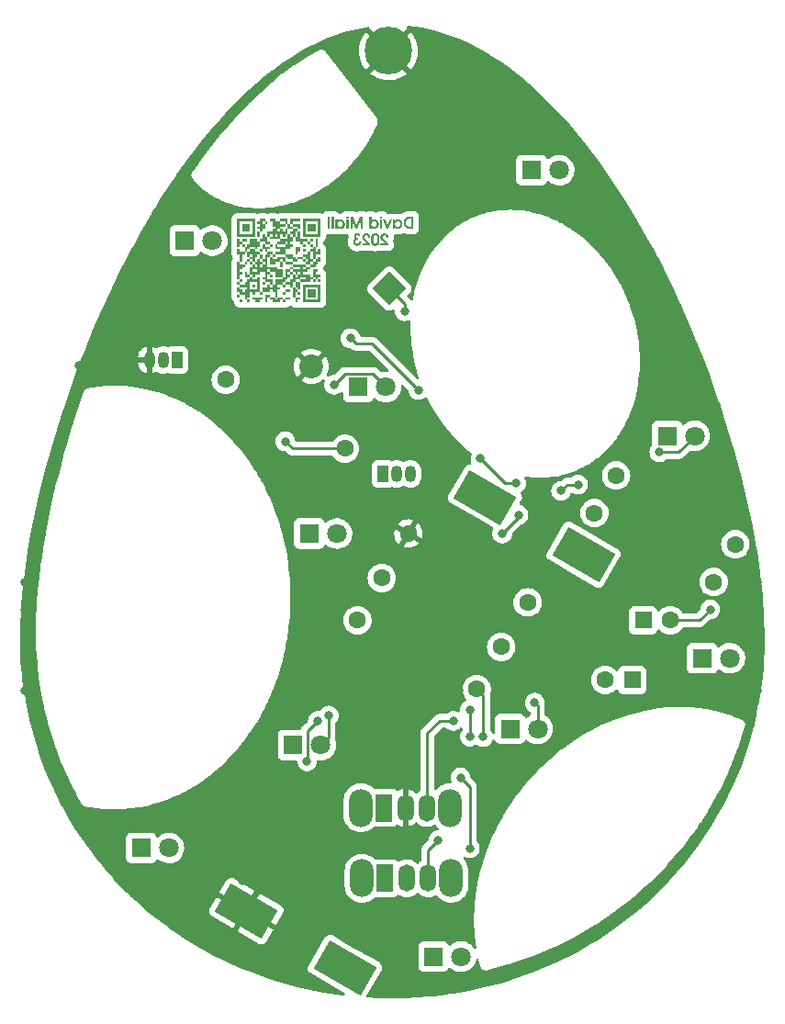
<source format=gbr>
%TF.GenerationSoftware,KiCad,Pcbnew,6.0.11-3.fc37*%
%TF.CreationDate,2023-02-22T00:24:15+00:00*%
%TF.ProjectId,easter,65617374-6572-42e6-9b69-6361645f7063,rev?*%
%TF.SameCoordinates,Original*%
%TF.FileFunction,Copper,L2,Bot*%
%TF.FilePolarity,Positive*%
%FSLAX46Y46*%
G04 Gerber Fmt 4.6, Leading zero omitted, Abs format (unit mm)*
G04 Created by KiCad (PCBNEW 6.0.11-3.fc37) date 2023-02-22 00:24:15*
%MOMM*%
%LPD*%
G01*
G04 APERTURE LIST*
G04 Aperture macros list*
%AMHorizOval*
0 Thick line with rounded ends*
0 $1 width*
0 $2 $3 position (X,Y) of the first rounded end (center of the circle)*
0 $4 $5 position (X,Y) of the second rounded end (center of the circle)*
0 Add line between two ends*
20,1,$1,$2,$3,$4,$5,0*
0 Add two circle primitives to create the rounded ends*
1,1,$1,$2,$3*
1,1,$1,$4,$5*%
%AMRotRect*
0 Rectangle, with rotation*
0 The origin of the aperture is its center*
0 $1 length*
0 $2 width*
0 $3 Rotation angle, in degrees counterclockwise*
0 Add horizontal line*
21,1,$1,$2,0,0,$3*%
G04 Aperture macros list end*
%TA.AperFunction,NonConductor*%
%ADD10C,0.000000*%
%TD*%
%TA.AperFunction,ComponentPad*%
%ADD11R,1.800000X1.800000*%
%TD*%
%TA.AperFunction,ComponentPad*%
%ADD12C,1.800000*%
%TD*%
%TA.AperFunction,ComponentPad*%
%ADD13C,4.400000*%
%TD*%
%TA.AperFunction,ComponentPad*%
%ADD14C,1.600000*%
%TD*%
%TA.AperFunction,ComponentPad*%
%ADD15HorizOval,1.600000X0.000000X0.000000X0.000000X0.000000X0*%
%TD*%
%TA.AperFunction,ComponentPad*%
%ADD16O,2.200000X3.500000*%
%TD*%
%TA.AperFunction,ComponentPad*%
%ADD17R,1.500000X2.500000*%
%TD*%
%TA.AperFunction,ComponentPad*%
%ADD18O,1.500000X2.500000*%
%TD*%
%TA.AperFunction,ComponentPad*%
%ADD19R,1.050000X1.500000*%
%TD*%
%TA.AperFunction,ComponentPad*%
%ADD20O,1.050000X1.500000*%
%TD*%
%TA.AperFunction,ComponentPad*%
%ADD21RotRect,3.000000X5.000000X60.000000*%
%TD*%
%TA.AperFunction,ComponentPad*%
%ADD22HorizOval,1.600000X0.000000X0.000000X0.000000X0.000000X0*%
%TD*%
%TA.AperFunction,ComponentPad*%
%ADD23R,1.600000X1.600000*%
%TD*%
%TA.AperFunction,ComponentPad*%
%ADD24RotRect,3.000000X5.000000X240.000000*%
%TD*%
%TA.AperFunction,ComponentPad*%
%ADD25RotRect,2.200000X2.200000X225.000000*%
%TD*%
%TA.AperFunction,ComponentPad*%
%ADD26HorizOval,2.200000X0.000000X0.000000X0.000000X0.000000X0*%
%TD*%
%TA.AperFunction,ViaPad*%
%ADD27C,0.800000*%
%TD*%
%TA.AperFunction,Conductor*%
%ADD28C,0.250000*%
%TD*%
G04 APERTURE END LIST*
D10*
G36*
X115379883Y-52312379D02*
G01*
X115379883Y-52079883D01*
X114914893Y-52079883D01*
X114914893Y-52312379D01*
X114682398Y-52312379D01*
X114682398Y-52544873D01*
X114682397Y-52544873D01*
X114682397Y-52777369D01*
X114449902Y-52777369D01*
X114449902Y-52544873D01*
X113984912Y-52544873D01*
X113984912Y-52312379D01*
X114449903Y-52312379D01*
X114449903Y-52079883D01*
X114682398Y-52079883D01*
X114682398Y-51847388D01*
X114914893Y-51847388D01*
X115147388Y-51847388D01*
X115379883Y-51847388D01*
X115379884Y-52079883D01*
X115844873Y-52079883D01*
X115844873Y-51847388D01*
X115379883Y-51847388D01*
X115147388Y-51847388D01*
X115147388Y-51614893D01*
X115379883Y-51614893D01*
X115379883Y-51382399D01*
X115147387Y-51382399D01*
X115147387Y-51382398D01*
X114914893Y-51382398D01*
X114914893Y-51382399D01*
X115147387Y-51382399D01*
X115147388Y-51614893D01*
X114914893Y-51614893D01*
X114914893Y-51847388D01*
X114682398Y-51847388D01*
X114682398Y-51614893D01*
X114914893Y-51614893D01*
X114914893Y-51382399D01*
X114682398Y-51382399D01*
X114682398Y-51149903D01*
X115379883Y-51149903D01*
X115379883Y-50917408D01*
X114682398Y-50917408D01*
X114682398Y-50684912D01*
X115844873Y-50684912D01*
X115844873Y-50452418D01*
X116077368Y-50452418D01*
X116077368Y-50219923D01*
X115844873Y-50219923D01*
X115844873Y-49987428D01*
X115612378Y-49987428D01*
X115612378Y-49754932D01*
X116077368Y-49754932D01*
X116077368Y-49522437D01*
X116309864Y-49522437D01*
X116309864Y-49754932D01*
X116309863Y-49754932D01*
X116309864Y-49987428D01*
X116309863Y-49987428D01*
X116309864Y-50219923D01*
X116542358Y-50219923D01*
X116542359Y-50452418D01*
X116309863Y-50452418D01*
X116309864Y-50684912D01*
X115844874Y-50684912D01*
X115844873Y-50917408D01*
X115612378Y-50917408D01*
X115612378Y-51149903D01*
X115844873Y-51149903D01*
X115844873Y-50917408D01*
X116309863Y-50917408D01*
X116309864Y-51149903D01*
X116077369Y-51149903D01*
X116077369Y-51382399D01*
X115612378Y-51382399D01*
X115612378Y-51382398D01*
X115379883Y-51382398D01*
X115379883Y-51382399D01*
X115612378Y-51382399D01*
X115612378Y-51614893D01*
X116309864Y-51614893D01*
X116309864Y-51847388D01*
X116542359Y-51847388D01*
X116542359Y-52079883D01*
X116309863Y-52079883D01*
X116309864Y-52312379D01*
X115379883Y-52312379D01*
G37*
G36*
X111194971Y-52777369D02*
G01*
X110962476Y-52777369D01*
X110962476Y-52544873D01*
X111194971Y-52544873D01*
X111194971Y-52777369D01*
G37*
G36*
X111194971Y-53242359D02*
G01*
X111194971Y-53474855D01*
X110962476Y-53474855D01*
X110962476Y-53242359D01*
X110729980Y-53242359D01*
X110729980Y-53474855D01*
X110729981Y-53474855D01*
X110729980Y-53707350D01*
X110497485Y-53707350D01*
X110497485Y-53939845D01*
X110264990Y-53939845D01*
X110264990Y-53474855D01*
X109800000Y-53474855D01*
X109800000Y-53242359D01*
X109567505Y-53242359D01*
X109567505Y-53009864D01*
X109800000Y-53009864D01*
X110032495Y-53009864D01*
X110032495Y-53242359D01*
X110264990Y-53242359D01*
X110264990Y-53009864D01*
X111427466Y-53009864D01*
X111427466Y-52312379D01*
X110729981Y-52312379D01*
X110729980Y-52544873D01*
X110729980Y-52777369D01*
X110729981Y-52777369D01*
X110729980Y-53009864D01*
X110497485Y-53009864D01*
X110497485Y-52777369D01*
X109800000Y-52777369D01*
X109800000Y-53009864D01*
X109567505Y-53009864D01*
X109567505Y-52777369D01*
X109800000Y-52777369D01*
X109800000Y-52544873D01*
X110264990Y-52544873D01*
X110264990Y-52312379D01*
X110497485Y-52312379D01*
X110497485Y-52079883D01*
X110729980Y-52079883D01*
X110729980Y-51847388D01*
X110962476Y-51847388D01*
X110962476Y-52079883D01*
X111427466Y-52079883D01*
X111427466Y-51847388D01*
X111659961Y-51847388D01*
X111659961Y-52079883D01*
X111659960Y-52079883D01*
X111659961Y-52312379D01*
X111659961Y-52544873D01*
X111659960Y-52544873D01*
X111659961Y-52777369D01*
X111659961Y-53009864D01*
X111659960Y-53009864D01*
X111659961Y-53242359D01*
X111194971Y-53242359D01*
G37*
G36*
X114217407Y-51614893D02*
G01*
X114449902Y-51614893D01*
X114449902Y-51382399D01*
X114217407Y-51382399D01*
X114217407Y-51382398D01*
X113984912Y-51382398D01*
X113984912Y-51149903D01*
X114449902Y-51149903D01*
X114449902Y-50917408D01*
X114682397Y-50917408D01*
X114682397Y-51149903D01*
X114449903Y-51149903D01*
X114449903Y-51382398D01*
X114449902Y-51382398D01*
X114449902Y-51382399D01*
X114449903Y-51382399D01*
X114449903Y-51382398D01*
X114682397Y-51382398D01*
X114682397Y-51614893D01*
X114449903Y-51614893D01*
X114449903Y-51847388D01*
X114217408Y-51847388D01*
X114217408Y-52079883D01*
X113984912Y-52079883D01*
X113984912Y-52312379D01*
X113752417Y-52312379D01*
X113752417Y-52544873D01*
X113287426Y-52544873D01*
X113287427Y-52777369D01*
X113519923Y-52777369D01*
X113519922Y-53009864D01*
X113287426Y-53009864D01*
X113287427Y-53242359D01*
X113287427Y-53707350D01*
X113054932Y-53707350D01*
X113054932Y-53242359D01*
X112822436Y-53242359D01*
X112822436Y-53009864D01*
X112589941Y-53009864D01*
X112589942Y-53242359D01*
X111892456Y-53242359D01*
X111892456Y-52777369D01*
X112357447Y-52777369D01*
X112357447Y-52544873D01*
X112589941Y-52544873D01*
X112589942Y-52777369D01*
X112822436Y-52777369D01*
X112822436Y-52544873D01*
X113054932Y-52544873D01*
X113054932Y-52079883D01*
X113752417Y-52079883D01*
X113752417Y-51847388D01*
X113984913Y-51847388D01*
X113984913Y-51614893D01*
X113984912Y-51614893D01*
X113984912Y-51382399D01*
X114217407Y-51382399D01*
X114217407Y-51614893D01*
G37*
G36*
X114914893Y-53242360D02*
G01*
X114914893Y-53707350D01*
X114682398Y-53707350D01*
X114682398Y-53474855D01*
X114682397Y-53474855D01*
X114682397Y-53242360D01*
X114914893Y-53242360D01*
G37*
G36*
X114682398Y-53009864D02*
G01*
X114682398Y-52777369D01*
X114914893Y-52777369D01*
X114914893Y-52312379D01*
X115379883Y-52312379D01*
X115379883Y-52777369D01*
X115379884Y-52777369D01*
X115379884Y-53009864D01*
X115147388Y-53009864D01*
X115147388Y-52777369D01*
X114914893Y-52777369D01*
X114914893Y-53009864D01*
X115147387Y-53009864D01*
X115147387Y-53242360D01*
X114914893Y-53242360D01*
X114914893Y-53242359D01*
X114682397Y-53242359D01*
X114682397Y-53009864D01*
X114682398Y-53009864D01*
G37*
G36*
X112124951Y-46732496D02*
G01*
X111892457Y-46732496D01*
X111892456Y-46964991D01*
X112124951Y-46964991D01*
X112124951Y-47429981D01*
X111892457Y-47429981D01*
X111892456Y-47662476D01*
X111659961Y-47662476D01*
X111659961Y-47429981D01*
X111427466Y-47429981D01*
X111427466Y-47197486D01*
X111659961Y-47197486D01*
X111659961Y-46964991D01*
X111427466Y-46964991D01*
X111427466Y-46732496D01*
X111659961Y-46732496D01*
X111659961Y-46500000D01*
X112124951Y-46500000D01*
X112124951Y-46732496D01*
G37*
G36*
X112357447Y-46732496D02*
G01*
X112357447Y-46964991D01*
X112124951Y-46964991D01*
X112124951Y-46732496D01*
X112357447Y-46732496D01*
G37*
G36*
X110264990Y-49057447D02*
G01*
X110032495Y-49057447D01*
X110032495Y-48824952D01*
X110264990Y-48824952D01*
X110264990Y-49057447D01*
G37*
G36*
X113984912Y-49289942D02*
G01*
X113984912Y-49522437D01*
X113519923Y-49522437D01*
X113519923Y-49289942D01*
X113054932Y-49289942D01*
X113054932Y-49057447D01*
X113287427Y-49057447D01*
X113984912Y-49057447D01*
X113984912Y-48824952D01*
X113287427Y-48824952D01*
X113287427Y-49057447D01*
X113054932Y-49057447D01*
X113054932Y-48824952D01*
X113287427Y-48824952D01*
X113287427Y-48592457D01*
X113984912Y-48592457D01*
X113984912Y-48824952D01*
X114217407Y-48824952D01*
X114217407Y-48592457D01*
X114449902Y-48592457D01*
X114449902Y-48824952D01*
X114682397Y-48824952D01*
X114682397Y-49057447D01*
X114449903Y-49057447D01*
X114449903Y-49289942D01*
X113984912Y-49289942D01*
G37*
G36*
X111659960Y-48824952D02*
G01*
X111659961Y-48824952D01*
X111659961Y-49057447D01*
X111427466Y-49057447D01*
X111427466Y-49289942D01*
X111194971Y-49289942D01*
X111194971Y-49057447D01*
X110729980Y-49057447D01*
X110729980Y-49289942D01*
X110497485Y-49289942D01*
X110497485Y-49522437D01*
X110264990Y-49522437D01*
X110264990Y-49057447D01*
X110497485Y-49057447D01*
X110497485Y-48824952D01*
X110729980Y-48824952D01*
X110729980Y-48592457D01*
X111659960Y-48592457D01*
X111659960Y-48824952D01*
G37*
G36*
X111892456Y-50219923D02*
G01*
X111659961Y-50219923D01*
X111659961Y-49754932D01*
X111892456Y-49754932D01*
X111892456Y-50219923D01*
G37*
G36*
X113984912Y-52777369D02*
G01*
X113752417Y-52777369D01*
X113752417Y-52544873D01*
X113984912Y-52544873D01*
X113984912Y-52777369D01*
G37*
G36*
X113054932Y-53939845D02*
G01*
X113287427Y-53939845D01*
X113287427Y-53707350D01*
X113752418Y-53707350D01*
X113752417Y-53939845D01*
X113519921Y-53939845D01*
X113519922Y-54172340D01*
X112822436Y-54172340D01*
X112822436Y-53939845D01*
X112589942Y-53939845D01*
X112589942Y-53707350D01*
X113054932Y-53707350D01*
X113054932Y-53939845D01*
G37*
G36*
X111892456Y-53474855D02*
G01*
X111659961Y-53474855D01*
X111659961Y-53242359D01*
X111892456Y-53242359D01*
X111892456Y-53474855D01*
G37*
G36*
X115379883Y-46732496D02*
G01*
X114682398Y-46732496D01*
X114682398Y-46964991D01*
X114449903Y-46964991D01*
X114449903Y-46500000D01*
X115379883Y-46500000D01*
X115379883Y-46732496D01*
G37*
G36*
X110729980Y-47197486D02*
G01*
X110729981Y-47197486D01*
X110729980Y-47429981D01*
X110729981Y-47429981D01*
X110729980Y-47662476D01*
X110032495Y-47662476D01*
X110032495Y-46964991D01*
X110729981Y-46964991D01*
X110729980Y-47197486D01*
G37*
G36*
X109567505Y-48127466D02*
G01*
X109567505Y-47894971D01*
X109800000Y-47894971D01*
X110962476Y-47894971D01*
X110962476Y-46732496D01*
X109800000Y-46732496D01*
X109800000Y-47894971D01*
X109567505Y-47894971D01*
X109567505Y-46500000D01*
X111194971Y-46500000D01*
X111194971Y-48127466D01*
X109567505Y-48127466D01*
G37*
G36*
X116774854Y-47429981D02*
G01*
X116774855Y-47429981D01*
X116774854Y-47662476D01*
X116077368Y-47662476D01*
X116077368Y-46964991D01*
X116774854Y-46964991D01*
X116774854Y-47429981D01*
G37*
G36*
X115612378Y-48127466D02*
G01*
X115612378Y-47894971D01*
X115844873Y-47894971D01*
X117007349Y-47894971D01*
X117007349Y-46732496D01*
X115844874Y-46732496D01*
X115844873Y-46964991D01*
X115844874Y-46964991D01*
X115844873Y-47197486D01*
X115844873Y-47429981D01*
X115844874Y-47429981D01*
X115844873Y-47662476D01*
X115844874Y-47662476D01*
X115844873Y-47894971D01*
X115612378Y-47894971D01*
X115612378Y-46500000D01*
X117239844Y-46500000D01*
X117239844Y-46964991D01*
X117239845Y-46964991D01*
X117239844Y-47197486D01*
X117239844Y-47429981D01*
X117239845Y-47429981D01*
X117239844Y-47662476D01*
X117239844Y-48127466D01*
X115612378Y-48127466D01*
G37*
G36*
X111659961Y-48127466D02*
G01*
X111427466Y-48127466D01*
X111427466Y-47662476D01*
X111659961Y-47662476D01*
X111659961Y-48127466D01*
G37*
G36*
X113752417Y-47662476D02*
G01*
X113984913Y-47662476D01*
X113984913Y-47429981D01*
X114217408Y-47429981D01*
X114217408Y-47894971D01*
X114449902Y-47894971D01*
X114449902Y-48127466D01*
X114682398Y-48127466D01*
X114682398Y-48592457D01*
X113519922Y-48592457D01*
X113519922Y-48359962D01*
X114217408Y-48359962D01*
X114217408Y-48127466D01*
X114217407Y-48127466D01*
X114217407Y-47894971D01*
X113984912Y-47894971D01*
X113984912Y-48127466D01*
X113752417Y-48127466D01*
X113752417Y-47894971D01*
X113519922Y-47894971D01*
X113519922Y-48359962D01*
X112589942Y-48359962D01*
X112589942Y-48127466D01*
X113287427Y-48127466D01*
X113287427Y-47894971D01*
X113054932Y-47894971D01*
X113054932Y-48127466D01*
X112822436Y-48127466D01*
X112822436Y-47894971D01*
X112589942Y-47894971D01*
X112589942Y-48127466D01*
X112357447Y-48127466D01*
X112357447Y-47662476D01*
X112822436Y-47662476D01*
X112822436Y-47429981D01*
X113054932Y-47429981D01*
X113054932Y-47197486D01*
X112822436Y-47197486D01*
X112822436Y-46732496D01*
X112589942Y-46732496D01*
X112589942Y-46500000D01*
X113054932Y-46500000D01*
X113054932Y-46732496D01*
X113519923Y-46732496D01*
X113519923Y-46500000D01*
X114217408Y-46500000D01*
X114217408Y-46964991D01*
X114449903Y-46964991D01*
X114449903Y-47197486D01*
X114682398Y-47197486D01*
X114682398Y-47429981D01*
X114217408Y-47429981D01*
X114217408Y-46964991D01*
X113984913Y-46964991D01*
X113984913Y-46732496D01*
X113519923Y-46732496D01*
X113519922Y-46964991D01*
X113984912Y-46964991D01*
X113984912Y-47197486D01*
X113519922Y-47197486D01*
X113519922Y-47429981D01*
X113287427Y-47429981D01*
X113287427Y-47662476D01*
X113519922Y-47662476D01*
X113519922Y-47429981D01*
X113752418Y-47429981D01*
X113752417Y-47662476D01*
G37*
G36*
X109800000Y-48592457D02*
G01*
X109567505Y-48592457D01*
X109567505Y-48359962D01*
X109800000Y-48359962D01*
X109800000Y-48592457D01*
G37*
G36*
X110497485Y-48592457D02*
G01*
X110032495Y-48592457D01*
X110032495Y-48359962D01*
X110497485Y-48359962D01*
X110497485Y-48592457D01*
G37*
G36*
X116077368Y-48359962D02*
G01*
X116077368Y-48592457D01*
X114914893Y-48592457D01*
X114914893Y-48127466D01*
X115147388Y-48127466D01*
X115147388Y-47662476D01*
X114914893Y-47662476D01*
X114914893Y-48127466D01*
X114682398Y-48127466D01*
X114682398Y-47894971D01*
X114449903Y-47894971D01*
X114449903Y-47662476D01*
X114682398Y-47662476D01*
X114682398Y-47429981D01*
X115147388Y-47429981D01*
X115147388Y-47197486D01*
X114682398Y-47197486D01*
X114682398Y-46964991D01*
X115379883Y-46964991D01*
X115379884Y-47197486D01*
X115379883Y-47197486D01*
X115379883Y-47429981D01*
X115147389Y-47429981D01*
X115147389Y-47662476D01*
X115379883Y-47662476D01*
X115379883Y-48359962D01*
X116077368Y-48359962D01*
G37*
G36*
X112124951Y-48127466D02*
G01*
X112357447Y-48127466D01*
X112357447Y-48592457D01*
X111659961Y-48592457D01*
X111659961Y-48359962D01*
X111892456Y-48359962D01*
X111892456Y-47894971D01*
X112124951Y-47894971D01*
X112124951Y-48127466D01*
G37*
G36*
X111427466Y-48592457D02*
G01*
X110729980Y-48592457D01*
X110729980Y-48359962D01*
X111427466Y-48359962D01*
X111427466Y-48592457D01*
G37*
G36*
X117007349Y-48592457D02*
G01*
X116774854Y-48592457D01*
X116774854Y-48359962D01*
X117007349Y-48359962D01*
X117007349Y-48592457D01*
G37*
G36*
X116542359Y-48592457D02*
G01*
X116309864Y-48592457D01*
X116309864Y-48359962D01*
X116542359Y-48359962D01*
X116542359Y-48592457D01*
G37*
G36*
X116309864Y-48824952D02*
G01*
X116077368Y-48824952D01*
X116077368Y-48592457D01*
X116309863Y-48592457D01*
X116309864Y-48824952D01*
G37*
G36*
X115612378Y-48824952D02*
G01*
X115379883Y-48824952D01*
X115379883Y-48592457D01*
X115612378Y-48592457D01*
X115612378Y-48824952D01*
G37*
G36*
X112589941Y-48824952D02*
G01*
X112124951Y-48824952D01*
X112124951Y-48592457D01*
X112589941Y-48592457D01*
X112589941Y-48824952D01*
G37*
G36*
X110032495Y-48824952D02*
G01*
X109800000Y-48824952D01*
X109800000Y-49057447D01*
X109567505Y-49057447D01*
X109567505Y-48592457D01*
X110032495Y-48592457D01*
X110032495Y-48824952D01*
G37*
G36*
X116542359Y-49057447D02*
G01*
X116309864Y-49057447D01*
X116309864Y-48824952D01*
X116542358Y-48824952D01*
X116542359Y-49057447D01*
G37*
G36*
X112822436Y-49057447D02*
G01*
X112589942Y-49057447D01*
X112589942Y-48824952D01*
X112822436Y-48824952D01*
X112822436Y-49057447D01*
G37*
G36*
X115844873Y-49057447D02*
G01*
X115612378Y-49057447D01*
X115612378Y-48824952D01*
X115844873Y-48824952D01*
X115844873Y-49057447D01*
G37*
G36*
X109800000Y-49522437D02*
G01*
X109567505Y-49522437D01*
X109567505Y-49289942D01*
X109800000Y-49289942D01*
X109800000Y-49522437D01*
G37*
G36*
X111194971Y-49522437D02*
G01*
X110729981Y-49522437D01*
X110729981Y-49289942D01*
X111194971Y-49289942D01*
X111194971Y-49522437D01*
G37*
G36*
X112124951Y-49057447D02*
G01*
X112589942Y-49057447D01*
X112589942Y-49289942D01*
X112357447Y-49289942D01*
X112357447Y-49522437D01*
X112124952Y-49522437D01*
X112124952Y-49289942D01*
X111892457Y-49289942D01*
X111892456Y-49522437D01*
X111659962Y-49522437D01*
X111659962Y-49289942D01*
X111892456Y-49289942D01*
X111892456Y-48824952D01*
X112124951Y-48824952D01*
X112124951Y-49057447D01*
G37*
G36*
X115379883Y-49522437D02*
G01*
X114914893Y-49522437D01*
X114914893Y-49057447D01*
X115379883Y-49057447D01*
X115379883Y-49522437D01*
G37*
G36*
X115844873Y-49522437D02*
G01*
X115612379Y-49522437D01*
X115612379Y-49289942D01*
X115844874Y-49289942D01*
X115844873Y-49522437D01*
G37*
G36*
X117007349Y-48824952D02*
G01*
X117007349Y-49057447D01*
X116774854Y-49057447D01*
X116774854Y-49522437D01*
X116309864Y-49522437D01*
X116309864Y-49289942D01*
X116542359Y-49289942D01*
X116542359Y-49057447D01*
X116774854Y-49057447D01*
X116774854Y-48592457D01*
X117007348Y-48592457D01*
X117007349Y-48824952D01*
G37*
G36*
X117239844Y-49522437D02*
G01*
X117007349Y-49522437D01*
X117007349Y-49289942D01*
X117239845Y-49289942D01*
X117239844Y-49522437D01*
G37*
G36*
X115147388Y-49754932D02*
G01*
X114914893Y-49754932D01*
X114914893Y-49522437D01*
X115147388Y-49522437D01*
X115147388Y-49754932D01*
G37*
G36*
X113054932Y-49987428D02*
G01*
X112822436Y-49987428D01*
X112822436Y-49754932D01*
X113054932Y-49754932D01*
X113054932Y-49987428D01*
G37*
G36*
X117239844Y-49754932D02*
G01*
X116774854Y-49754932D01*
X116774854Y-49987428D01*
X116774853Y-49987428D01*
X116774854Y-50219923D01*
X116542359Y-50219923D01*
X116542359Y-49522437D01*
X117239844Y-49522437D01*
X117239844Y-49754932D01*
G37*
G36*
X115612378Y-50219923D02*
G01*
X115147387Y-50219923D01*
X115147387Y-49987428D01*
X115612378Y-49987428D01*
X115612378Y-50219923D01*
G37*
G36*
X110962476Y-50452418D02*
G01*
X110962476Y-50219923D01*
X110729980Y-50219923D01*
X110729980Y-49987428D01*
X110962476Y-49987428D01*
X110962476Y-49754932D01*
X110729980Y-49754932D01*
X110729980Y-49987428D01*
X110497485Y-49987428D01*
X110497485Y-49522437D01*
X111659961Y-49522437D01*
X111659961Y-49754932D01*
X111427466Y-49754932D01*
X111427466Y-49987428D01*
X111194971Y-49987428D01*
X111194971Y-50452418D01*
X110962476Y-50452418D01*
G37*
G36*
X115844873Y-50452418D02*
G01*
X115612378Y-50452418D01*
X115612378Y-50219923D01*
X115844873Y-50219923D01*
X115844873Y-50452418D01*
G37*
G36*
X110264990Y-49754932D02*
G01*
X110032495Y-49754932D01*
X110032495Y-50452418D01*
X109800000Y-50452418D01*
X109800000Y-49754932D01*
X109567505Y-49754932D01*
X109567505Y-49522437D01*
X110264990Y-49522437D01*
X110264990Y-49754932D01*
G37*
G36*
X110729980Y-50452418D02*
G01*
X110497485Y-50452418D01*
X110497485Y-50219923D01*
X110729980Y-50219923D01*
X110729980Y-50452418D01*
G37*
G36*
X110962476Y-50684912D02*
G01*
X110729980Y-50684912D01*
X110729980Y-50452418D01*
X110962476Y-50452418D01*
X110962476Y-50684912D01*
G37*
G36*
X110497485Y-50684912D02*
G01*
X110264990Y-50684912D01*
X110264990Y-50452418D01*
X110497485Y-50452418D01*
X110497485Y-50684912D01*
G37*
G36*
X112822436Y-49754932D02*
G01*
X112589942Y-49754932D01*
X112589942Y-49987428D01*
X112822436Y-49987428D01*
X112822436Y-50219923D01*
X113287427Y-50219923D01*
X113287427Y-49987428D01*
X113984912Y-49987428D01*
X113984912Y-49754932D01*
X113054932Y-49754932D01*
X113054932Y-49522437D01*
X113984912Y-49522437D01*
X113984912Y-49754932D01*
X114682397Y-49754932D01*
X114682397Y-49987428D01*
X114914893Y-49987428D01*
X114914893Y-50219923D01*
X115147387Y-50219923D01*
X115147387Y-50452418D01*
X114682397Y-50452418D01*
X114682397Y-50219923D01*
X114217408Y-50219923D01*
X114217408Y-49987428D01*
X113984912Y-49987428D01*
X113984912Y-50452418D01*
X114682397Y-50452418D01*
X114682397Y-50684913D01*
X113984912Y-50684913D01*
X113984912Y-50452418D01*
X113752417Y-50452418D01*
X113752417Y-50219923D01*
X113519921Y-50219923D01*
X113519921Y-50452418D01*
X113054932Y-50452418D01*
X113054932Y-50684913D01*
X112589942Y-50684913D01*
X112589942Y-50452418D01*
X112589941Y-50452418D01*
X112589941Y-50219923D01*
X112589942Y-50219923D01*
X112589942Y-49987428D01*
X112124951Y-49987428D01*
X112124951Y-49754932D01*
X112357447Y-49754932D01*
X112357447Y-49522437D01*
X112822437Y-49522437D01*
X112822436Y-49754932D01*
G37*
G36*
X111659961Y-50452418D02*
G01*
X111892456Y-50452418D01*
X111892456Y-50684912D01*
X111659961Y-50684912D01*
X111659961Y-50917408D01*
X111427466Y-50917408D01*
X111427466Y-50684912D01*
X111194971Y-50684912D01*
X111194971Y-50452418D01*
X111427466Y-50452418D01*
X111427466Y-50219923D01*
X111659960Y-50219923D01*
X111659961Y-50452418D01*
G37*
G36*
X113752417Y-50917408D02*
G01*
X113519922Y-50917408D01*
X113519922Y-50452418D01*
X113752417Y-50452418D01*
X113752417Y-50917408D01*
G37*
G36*
X117239844Y-50452418D02*
G01*
X117007349Y-50452418D01*
X117007349Y-50684912D01*
X116774854Y-50684912D01*
X116774854Y-50917408D01*
X116309864Y-50917408D01*
X116309864Y-50684912D01*
X116542359Y-50684912D01*
X116542359Y-50452418D01*
X116774854Y-50452418D01*
X116774854Y-50219923D01*
X117007349Y-50219923D01*
X117007349Y-49987428D01*
X117239844Y-49987428D01*
X117239844Y-50452418D01*
G37*
G36*
X112822436Y-51847388D02*
G01*
X112589942Y-51847388D01*
X112589942Y-51614893D01*
X112822437Y-51614893D01*
X112822436Y-51847388D01*
G37*
G36*
X117007349Y-51382398D02*
G01*
X116774853Y-51382398D01*
X116774854Y-51614893D01*
X117239845Y-51614893D01*
X117239844Y-51847388D01*
X117007349Y-51847388D01*
X117007349Y-52079883D01*
X116774854Y-52079883D01*
X116774854Y-51847388D01*
X116542359Y-51847388D01*
X116542359Y-51149903D01*
X117007349Y-51149903D01*
X117007349Y-51382398D01*
G37*
G36*
X109800000Y-50684912D02*
G01*
X110264990Y-50684912D01*
X110264990Y-50917408D01*
X110032495Y-50917408D01*
X110032495Y-51149903D01*
X109800000Y-51149903D01*
X109800000Y-51382398D01*
X110032495Y-51382398D01*
X110032495Y-51614893D01*
X109800000Y-51614893D01*
X109800000Y-52079883D01*
X109567505Y-52079883D01*
X109567505Y-50452418D01*
X109800000Y-50452418D01*
X109800000Y-50684912D01*
G37*
G36*
X110032495Y-52312379D02*
G01*
X109800000Y-52312379D01*
X109800000Y-52079883D01*
X110032495Y-52079883D01*
X110032495Y-52312379D01*
G37*
G36*
X116774854Y-52312379D02*
G01*
X116542359Y-52312379D01*
X116542359Y-52079883D01*
X116774854Y-52079883D01*
X116774854Y-52312379D01*
G37*
G36*
X117239844Y-52312379D02*
G01*
X117007349Y-52312379D01*
X117007349Y-52079883D01*
X117239844Y-52079883D01*
X117239844Y-52312379D01*
G37*
G36*
X112124951Y-52544873D02*
G01*
X111892456Y-52544873D01*
X111892456Y-52312379D01*
X112124951Y-52312379D01*
X112124951Y-52544873D01*
G37*
G36*
X109800000Y-52544873D02*
G01*
X109567505Y-52544873D01*
X109567505Y-52312379D01*
X109800000Y-52312379D01*
X109800000Y-52544873D01*
G37*
G36*
X111194971Y-51614893D02*
G01*
X111194971Y-51847388D01*
X110962476Y-51847388D01*
X110962476Y-51614893D01*
X110729981Y-51614893D01*
X110729980Y-51847388D01*
X110264990Y-51847388D01*
X110264990Y-51382398D01*
X110497485Y-51382398D01*
X110497485Y-51614893D01*
X110729980Y-51614893D01*
X110729980Y-51382398D01*
X110962476Y-51382398D01*
X111427466Y-51382398D01*
X111427466Y-51149903D01*
X110962476Y-51149903D01*
X110962476Y-51382398D01*
X110729980Y-51382398D01*
X110729980Y-50917408D01*
X110962476Y-50917408D01*
X110962476Y-50684912D01*
X111194971Y-50684912D01*
X111194971Y-50917408D01*
X111892456Y-50917408D01*
X111892456Y-50684912D01*
X112124951Y-50684912D01*
X112124951Y-50452418D01*
X111892456Y-50452418D01*
X111892456Y-50219923D01*
X112124951Y-50219923D01*
X112124951Y-49987428D01*
X112357446Y-49987428D01*
X112357447Y-50219923D01*
X112357446Y-50219923D01*
X112357447Y-50452418D01*
X112357446Y-50452418D01*
X112357447Y-50684912D01*
X112357447Y-50917408D01*
X113287427Y-50917408D01*
X113287427Y-51149903D01*
X113752417Y-51149903D01*
X113752417Y-51614893D01*
X113752418Y-51614893D01*
X113752417Y-51847388D01*
X113054932Y-51847388D01*
X113054932Y-51382398D01*
X112589942Y-51382398D01*
X112589942Y-51149903D01*
X112357447Y-51149903D01*
X112357447Y-51382398D01*
X112589941Y-51382398D01*
X112589941Y-51614893D01*
X112357447Y-51614893D01*
X112357447Y-52079883D01*
X112822436Y-52079883D01*
X112822436Y-52544873D01*
X112589942Y-52544873D01*
X112589942Y-52312379D01*
X112124951Y-52312379D01*
X112124951Y-52079883D01*
X111892456Y-52079883D01*
X111892456Y-51847388D01*
X112124951Y-51847388D01*
X112124951Y-51382398D01*
X111659960Y-51382398D01*
X111659960Y-51614893D01*
X111194971Y-51614893D01*
G37*
G36*
X114449902Y-53242360D02*
G01*
X113984912Y-53242360D01*
X113984912Y-53009864D01*
X114449902Y-53009864D01*
X114449902Y-53242360D01*
G37*
G36*
X113984912Y-53474855D02*
G01*
X113752417Y-53474855D01*
X113752417Y-53242359D01*
X113984912Y-53242359D01*
X113984912Y-53474855D01*
G37*
G36*
X115379883Y-53474855D02*
G01*
X115147388Y-53474855D01*
X115147388Y-53242359D01*
X115379883Y-53242359D01*
X115379883Y-53474855D01*
G37*
G36*
X109800000Y-53707350D02*
G01*
X109567505Y-53707350D01*
X109567505Y-53474855D01*
X109800000Y-53474855D01*
X109800000Y-53707350D01*
G37*
G36*
X114449903Y-53939845D02*
G01*
X113984913Y-53939845D01*
X113984913Y-53707350D01*
X114449903Y-53707350D01*
X114449903Y-53939845D01*
G37*
G36*
X111892456Y-53939845D02*
G01*
X111659960Y-53939845D01*
X111659960Y-54172340D01*
X111194971Y-54172340D01*
X111194971Y-53939845D01*
X110962476Y-53939845D01*
X110962476Y-53707350D01*
X111892457Y-53707350D01*
X111892456Y-53939845D01*
G37*
G36*
X112589942Y-53707350D02*
G01*
X112357447Y-53707350D01*
X112357447Y-53939845D01*
X112357446Y-53939845D01*
X112357447Y-54172340D01*
X112124951Y-54172340D01*
X112124951Y-53939845D01*
X112124952Y-53939845D01*
X112124952Y-53474855D01*
X112589942Y-53474855D01*
X112589942Y-53707350D01*
G37*
G36*
X113984912Y-54172340D02*
G01*
X113752417Y-54172340D01*
X113752417Y-53939845D01*
X113984912Y-53939845D01*
X113984912Y-54172340D01*
G37*
G36*
X115379883Y-53939845D02*
G01*
X115147387Y-53939845D01*
X115147388Y-54172340D01*
X114914893Y-54172340D01*
X114914893Y-53707350D01*
X115379884Y-53707350D01*
X115379883Y-53939845D01*
G37*
G36*
X116774854Y-53242359D02*
G01*
X116774854Y-53474855D01*
X116774855Y-53474855D01*
X116774854Y-53707350D01*
X116077368Y-53707350D01*
X116077368Y-53009864D01*
X116774853Y-53009864D01*
X116774854Y-53242359D01*
G37*
G36*
X115612378Y-54172340D02*
G01*
X115612378Y-53939845D01*
X115612379Y-53939845D01*
X115844873Y-53939845D01*
X117007349Y-53939845D01*
X117007349Y-52777369D01*
X115844874Y-52777369D01*
X115844873Y-53009864D01*
X115844873Y-53474855D01*
X115844874Y-53474855D01*
X115844873Y-53707350D01*
X115844874Y-53707350D01*
X115844873Y-53939845D01*
X115612379Y-53939845D01*
X115612379Y-53474855D01*
X115612378Y-53474855D01*
X115612378Y-52544873D01*
X117239844Y-52544873D01*
X117239844Y-53474855D01*
X117239845Y-53474855D01*
X117239844Y-53707350D01*
X117239845Y-53707350D01*
X117239844Y-53939845D01*
X117239844Y-54172340D01*
X115612378Y-54172340D01*
G37*
G36*
X110032495Y-54172340D02*
G01*
X109800000Y-54172340D01*
X109800000Y-53939845D01*
X110032495Y-53939845D01*
X110032495Y-54172340D01*
G37*
G36*
X110729980Y-54172340D02*
G01*
X110497485Y-54172340D01*
X110497485Y-53939845D01*
X110729980Y-53939845D01*
X110729980Y-54172340D01*
G37*
G36*
X119828562Y-46479883D02*
G01*
X119629063Y-46479883D01*
X119629063Y-46292383D01*
X119828562Y-46292383D01*
X119828562Y-46479883D01*
G37*
G36*
X122948563Y-46479883D02*
G01*
X122749064Y-46479883D01*
X122749064Y-46292383D01*
X122948563Y-46292383D01*
X122948563Y-46479883D01*
G37*
G36*
X125542065Y-47400883D02*
G01*
X125482118Y-47400086D01*
X125427831Y-47397602D01*
X125402601Y-47395683D01*
X125378536Y-47393289D01*
X125355552Y-47390403D01*
X125333565Y-47387008D01*
X125312493Y-47383085D01*
X125292251Y-47378617D01*
X125272756Y-47373587D01*
X125253925Y-47367977D01*
X125235673Y-47361769D01*
X125217919Y-47354946D01*
X125200577Y-47347490D01*
X125183565Y-47339383D01*
X125167741Y-47331220D01*
X125152336Y-47322487D01*
X125137355Y-47313196D01*
X125122804Y-47303357D01*
X125108687Y-47292981D01*
X125095011Y-47282078D01*
X125081781Y-47270659D01*
X125069003Y-47258735D01*
X125056682Y-47246317D01*
X125044823Y-47233415D01*
X125033432Y-47220040D01*
X125022515Y-47206203D01*
X125012076Y-47191914D01*
X125002123Y-47177185D01*
X124992659Y-47162025D01*
X124983691Y-47146446D01*
X124975223Y-47130458D01*
X124967262Y-47114072D01*
X124959813Y-47097299D01*
X124952882Y-47080150D01*
X124946473Y-47062635D01*
X124940593Y-47044764D01*
X124935247Y-47026549D01*
X124930441Y-47008000D01*
X124926179Y-46989129D01*
X124922467Y-46969945D01*
X124919312Y-46950459D01*
X124916718Y-46930683D01*
X124914691Y-46910627D01*
X124913236Y-46890301D01*
X124912359Y-46869716D01*
X124912066Y-46848883D01*
X125119064Y-46848883D01*
X125119779Y-46873727D01*
X125121900Y-46898146D01*
X125125393Y-46922069D01*
X125130221Y-46945422D01*
X125136350Y-46968134D01*
X125143744Y-46990132D01*
X125152369Y-47011344D01*
X125162190Y-47031696D01*
X125173170Y-47051116D01*
X125185275Y-47069533D01*
X125198471Y-47086873D01*
X125212721Y-47103063D01*
X125227990Y-47118032D01*
X125244244Y-47131707D01*
X125261447Y-47144015D01*
X125279564Y-47154884D01*
X125291380Y-47160878D01*
X125303778Y-47166485D01*
X125316778Y-47171706D01*
X125330400Y-47176540D01*
X125344664Y-47180987D01*
X125359588Y-47185048D01*
X125375195Y-47188722D01*
X125391502Y-47192009D01*
X125408529Y-47194909D01*
X125426297Y-47197423D01*
X125444826Y-47199550D01*
X125464134Y-47201290D01*
X125484243Y-47202644D01*
X125505171Y-47203611D01*
X125526938Y-47204191D01*
X125549564Y-47204384D01*
X125594565Y-47204383D01*
X125594565Y-46488883D01*
X125554064Y-46488883D01*
X125507403Y-46489463D01*
X125465962Y-46491274D01*
X125446986Y-46492673D01*
X125429057Y-46494420D01*
X125412091Y-46496528D01*
X125396001Y-46499008D01*
X125380703Y-46501876D01*
X125366110Y-46505143D01*
X125352136Y-46508823D01*
X125338697Y-46512930D01*
X125325706Y-46517476D01*
X125313077Y-46522475D01*
X125300725Y-46527940D01*
X125288565Y-46533883D01*
X125278840Y-46539133D01*
X125269358Y-46544754D01*
X125260121Y-46550738D01*
X125251135Y-46557078D01*
X125242404Y-46563765D01*
X125233932Y-46570794D01*
X125225724Y-46578156D01*
X125217784Y-46585844D01*
X125210116Y-46593851D01*
X125202725Y-46602169D01*
X125195615Y-46610790D01*
X125188791Y-46619708D01*
X125182257Y-46628915D01*
X125176018Y-46638404D01*
X125170077Y-46648166D01*
X125164440Y-46658196D01*
X125159110Y-46668484D01*
X125154092Y-46679025D01*
X125149391Y-46689810D01*
X125145010Y-46700832D01*
X125140955Y-46712083D01*
X125137229Y-46723557D01*
X125133837Y-46735245D01*
X125130783Y-46747141D01*
X125128073Y-46759237D01*
X125125709Y-46771525D01*
X125123697Y-46783999D01*
X125122041Y-46796650D01*
X125120745Y-46809471D01*
X125119814Y-46822456D01*
X125119253Y-46835595D01*
X125119064Y-46848883D01*
X124912066Y-46848883D01*
X124913080Y-46809694D01*
X124916106Y-46771478D01*
X124921113Y-46734295D01*
X124928073Y-46698204D01*
X124936959Y-46663264D01*
X124947740Y-46629535D01*
X124960390Y-46597076D01*
X124974878Y-46565946D01*
X124991177Y-46536205D01*
X125009258Y-46507912D01*
X125029093Y-46481126D01*
X125050652Y-46455907D01*
X125073907Y-46432314D01*
X125098831Y-46410406D01*
X125125393Y-46390243D01*
X125153566Y-46371884D01*
X125170406Y-46362339D01*
X125188295Y-46353394D01*
X125207230Y-46345052D01*
X125227207Y-46337313D01*
X125248221Y-46330181D01*
X125270268Y-46323658D01*
X125293342Y-46317746D01*
X125317441Y-46312446D01*
X125342560Y-46307762D01*
X125368693Y-46303695D01*
X125395837Y-46300248D01*
X125423988Y-46297422D01*
X125453141Y-46295221D01*
X125483291Y-46293646D01*
X125514434Y-46292699D01*
X125546566Y-46292383D01*
X125800066Y-46292383D01*
X125800065Y-47204383D01*
X125800064Y-47400883D01*
X125542065Y-47400883D01*
G37*
G36*
X118118563Y-47400883D02*
G01*
X117919064Y-47400883D01*
X117919064Y-46292383D01*
X118118563Y-46292383D01*
X118118563Y-47400883D01*
G37*
G36*
X118478563Y-47400883D02*
G01*
X118279064Y-47400883D01*
X118279064Y-46292383D01*
X118478563Y-46292383D01*
X118478563Y-47400883D01*
G37*
G36*
X119828562Y-47400883D02*
G01*
X119629063Y-47400883D01*
X119629063Y-46569883D01*
X119828562Y-46569883D01*
X119828562Y-47400883D01*
G37*
G36*
X122948563Y-47400883D02*
G01*
X122749064Y-47400883D01*
X122749064Y-46569883D01*
X122948563Y-46569883D01*
X122948563Y-47400883D01*
G37*
G36*
X121157562Y-47400883D02*
G01*
X120952063Y-47400883D01*
X120952063Y-46569883D01*
X120662563Y-47400883D01*
X120494564Y-47400883D01*
X120205065Y-46569883D01*
X120205065Y-47400883D01*
X119999565Y-47400883D01*
X119999565Y-46292383D01*
X120281565Y-46292383D01*
X120577065Y-47132383D01*
X120875565Y-46292382D01*
X121157564Y-46292382D01*
X121157562Y-47400883D01*
G37*
G36*
X123446562Y-47120383D02*
G01*
X123638561Y-46569884D01*
X123860561Y-46569884D01*
X123526062Y-47400883D01*
X123367062Y-47400883D01*
X123032562Y-46569883D01*
X123257563Y-46569883D01*
X123446562Y-47120383D01*
G37*
G36*
X122624038Y-47006911D02*
G01*
X122622482Y-47029572D01*
X122619917Y-47051843D01*
X122616364Y-47073699D01*
X122611847Y-47095116D01*
X122606388Y-47116072D01*
X122600009Y-47136541D01*
X122592733Y-47156500D01*
X122584583Y-47175926D01*
X122575581Y-47194793D01*
X122565749Y-47213079D01*
X122555110Y-47230759D01*
X122543687Y-47247810D01*
X122531502Y-47264207D01*
X122518578Y-47279927D01*
X122504936Y-47294946D01*
X122490601Y-47309239D01*
X122475593Y-47322784D01*
X122459937Y-47335555D01*
X122443653Y-47347530D01*
X122426765Y-47358685D01*
X122409296Y-47368994D01*
X122391267Y-47378436D01*
X122372702Y-47386984D01*
X122353622Y-47394617D01*
X122334051Y-47401309D01*
X122314011Y-47407038D01*
X122293524Y-47411778D01*
X122272613Y-47415507D01*
X122251301Y-47418200D01*
X122229610Y-47419833D01*
X122207562Y-47420383D01*
X122186829Y-47419940D01*
X122166789Y-47418596D01*
X122147395Y-47416329D01*
X122128601Y-47413117D01*
X122110360Y-47408939D01*
X122092627Y-47403771D01*
X122075356Y-47397593D01*
X122058499Y-47390383D01*
X122042012Y-47382117D01*
X122025848Y-47372775D01*
X122009960Y-47362335D01*
X121994304Y-47350773D01*
X121978832Y-47338070D01*
X121963498Y-47324201D01*
X121948257Y-47309146D01*
X121933062Y-47292883D01*
X121933062Y-47400883D01*
X121750061Y-47400883D01*
X121750062Y-46980883D01*
X121934563Y-46980883D01*
X121934872Y-46994288D01*
X121935792Y-47007494D01*
X121937307Y-47020486D01*
X121939403Y-47033248D01*
X121942066Y-47045767D01*
X121945281Y-47058027D01*
X121949035Y-47070013D01*
X121953313Y-47081711D01*
X121958101Y-47093106D01*
X121963384Y-47104182D01*
X121969148Y-47114926D01*
X121975379Y-47125322D01*
X121982063Y-47135356D01*
X121989186Y-47145012D01*
X121996732Y-47154276D01*
X122004688Y-47163133D01*
X122013040Y-47171568D01*
X122021773Y-47179566D01*
X122030872Y-47187113D01*
X122040325Y-47194194D01*
X122050116Y-47200793D01*
X122060231Y-47206896D01*
X122070656Y-47212488D01*
X122081376Y-47217555D01*
X122092377Y-47222081D01*
X122103646Y-47226052D01*
X122115167Y-47229452D01*
X122126927Y-47232268D01*
X122138911Y-47234483D01*
X122151104Y-47236084D01*
X122163493Y-47237056D01*
X122176064Y-47237383D01*
X122189047Y-47237051D01*
X122201832Y-47236067D01*
X122214404Y-47234443D01*
X122226750Y-47232195D01*
X122238855Y-47229337D01*
X122250706Y-47225884D01*
X122262288Y-47221850D01*
X122273587Y-47217250D01*
X122284589Y-47212099D01*
X122295281Y-47206411D01*
X122305649Y-47200200D01*
X122315678Y-47193482D01*
X122325354Y-47186270D01*
X122334663Y-47178579D01*
X122343592Y-47170425D01*
X122352126Y-47161820D01*
X122360251Y-47152781D01*
X122367954Y-47143321D01*
X122375220Y-47133456D01*
X122382035Y-47123198D01*
X122388385Y-47112564D01*
X122394257Y-47101568D01*
X122399636Y-47090224D01*
X122404508Y-47078547D01*
X122408860Y-47066551D01*
X122412677Y-47054252D01*
X122415945Y-47041662D01*
X122418650Y-47028798D01*
X122420778Y-47015674D01*
X122422316Y-47002303D01*
X122423249Y-46988702D01*
X122423563Y-46974883D01*
X122423253Y-46961623D01*
X122422334Y-46948570D01*
X122420818Y-46935738D01*
X122418720Y-46923142D01*
X122416055Y-46910795D01*
X122412835Y-46898712D01*
X122409075Y-46886906D01*
X122404790Y-46875391D01*
X122399992Y-46864182D01*
X122394696Y-46853292D01*
X122388917Y-46842736D01*
X122382667Y-46832527D01*
X122375962Y-46822679D01*
X122368815Y-46813207D01*
X122361239Y-46804125D01*
X122353250Y-46795446D01*
X122344861Y-46787184D01*
X122336086Y-46779354D01*
X122326940Y-46771970D01*
X122317435Y-46765044D01*
X122307586Y-46758593D01*
X122297408Y-46752629D01*
X122286914Y-46747166D01*
X122276117Y-46742219D01*
X122265034Y-46737802D01*
X122253676Y-46733928D01*
X122242058Y-46730612D01*
X122230195Y-46727867D01*
X122218099Y-46725708D01*
X122205786Y-46724148D01*
X122193270Y-46723202D01*
X122180563Y-46722883D01*
X122167584Y-46723206D01*
X122154812Y-46724165D01*
X122142259Y-46725748D01*
X122129941Y-46727940D01*
X122117870Y-46730727D01*
X122106059Y-46734096D01*
X122094523Y-46738032D01*
X122083274Y-46742524D01*
X122072326Y-46747555D01*
X122061693Y-46753114D01*
X122051387Y-46759185D01*
X122041423Y-46765756D01*
X122031814Y-46772812D01*
X122022573Y-46780341D01*
X122013714Y-46788327D01*
X122005251Y-46796758D01*
X121997195Y-46805619D01*
X121989562Y-46814898D01*
X121982365Y-46824579D01*
X121975617Y-46834650D01*
X121969331Y-46845097D01*
X121963521Y-46855906D01*
X121958201Y-46867063D01*
X121953383Y-46878555D01*
X121949082Y-46890367D01*
X121945311Y-46902487D01*
X121942083Y-46914899D01*
X121939411Y-46927592D01*
X121937310Y-46940550D01*
X121935793Y-46953761D01*
X121934873Y-46967209D01*
X121934563Y-46980883D01*
X121750062Y-46980883D01*
X121750063Y-46292383D01*
X121949562Y-46292383D01*
X121949562Y-46643383D01*
X121960963Y-46631591D01*
X121973199Y-46620417D01*
X121986226Y-46609880D01*
X122000000Y-46600000D01*
X122014477Y-46590797D01*
X122029613Y-46582290D01*
X122045364Y-46574500D01*
X122061687Y-46567445D01*
X122078537Y-46561147D01*
X122095870Y-46555624D01*
X122113643Y-46550897D01*
X122131812Y-46546984D01*
X122150332Y-46543907D01*
X122169159Y-46541685D01*
X122188250Y-46540337D01*
X122207562Y-46539883D01*
X122229346Y-46540450D01*
X122250807Y-46542134D01*
X122271920Y-46544908D01*
X122292663Y-46548748D01*
X122313010Y-46553627D01*
X122332937Y-46559520D01*
X122352421Y-46566400D01*
X122371436Y-46574242D01*
X122389960Y-46583020D01*
X122407966Y-46592709D01*
X122425433Y-46603282D01*
X122442335Y-46614713D01*
X122458647Y-46626977D01*
X122474347Y-46640048D01*
X122489410Y-46653900D01*
X122503811Y-46668508D01*
X122517527Y-46683845D01*
X122530533Y-46699886D01*
X122542805Y-46716604D01*
X122554319Y-46733975D01*
X122565051Y-46751972D01*
X122574976Y-46770569D01*
X122584071Y-46789741D01*
X122592311Y-46809461D01*
X122599673Y-46829705D01*
X122606131Y-46850445D01*
X122611662Y-46871657D01*
X122616241Y-46893315D01*
X122619845Y-46915392D01*
X122622449Y-46937863D01*
X122624029Y-46960702D01*
X122624355Y-46974883D01*
X122624561Y-46983883D01*
X122624038Y-47006911D01*
G37*
G36*
X119502532Y-47034516D02*
G01*
X119500024Y-47056924D01*
X119496547Y-47078867D01*
X119492120Y-47100322D01*
X119486765Y-47121271D01*
X119480499Y-47141691D01*
X119473344Y-47161563D01*
X119465318Y-47180866D01*
X119456442Y-47199579D01*
X119446736Y-47217682D01*
X119436218Y-47235154D01*
X119424910Y-47251974D01*
X119412831Y-47268123D01*
X119400000Y-47283579D01*
X119386437Y-47298321D01*
X119372162Y-47312329D01*
X119357196Y-47325584D01*
X119341557Y-47338063D01*
X119325265Y-47349746D01*
X119308340Y-47360613D01*
X119290803Y-47370643D01*
X119272672Y-47379816D01*
X119253968Y-47388110D01*
X119234710Y-47395506D01*
X119214918Y-47401983D01*
X119194612Y-47407519D01*
X119173812Y-47412096D01*
X119152537Y-47415691D01*
X119130807Y-47418284D01*
X119108642Y-47419855D01*
X119086062Y-47420384D01*
X119064554Y-47419957D01*
X119043871Y-47418658D01*
X119023957Y-47416458D01*
X119004757Y-47413329D01*
X118986216Y-47409242D01*
X118968279Y-47404168D01*
X118950892Y-47398079D01*
X118933999Y-47390946D01*
X118917545Y-47382741D01*
X118901476Y-47373435D01*
X118885737Y-47363000D01*
X118870272Y-47351407D01*
X118855028Y-47338628D01*
X118839948Y-47324633D01*
X118824978Y-47309395D01*
X118810062Y-47292884D01*
X118810062Y-47400884D01*
X118627062Y-47400884D01*
X118627062Y-46991383D01*
X118816063Y-46991383D01*
X118816341Y-47002730D01*
X118817165Y-47014234D01*
X118818515Y-47025845D01*
X118820376Y-47037508D01*
X118822728Y-47049171D01*
X118825555Y-47060781D01*
X118828839Y-47072286D01*
X118832563Y-47083633D01*
X118836708Y-47094768D01*
X118841258Y-47105640D01*
X118846195Y-47116196D01*
X118851500Y-47126383D01*
X118857158Y-47136147D01*
X118863149Y-47145437D01*
X118869456Y-47154200D01*
X118876062Y-47162382D01*
X118883935Y-47171382D01*
X118892352Y-47179817D01*
X118901296Y-47187685D01*
X118910750Y-47194984D01*
X118920696Y-47201712D01*
X118931117Y-47207866D01*
X118941995Y-47213444D01*
X118953312Y-47218445D01*
X118965052Y-47222865D01*
X118977195Y-47226704D01*
X118989725Y-47229957D01*
X119002625Y-47232624D01*
X119015876Y-47234703D01*
X119029460Y-47236190D01*
X119043362Y-47237084D01*
X119057562Y-47237382D01*
X119071069Y-47237094D01*
X119084302Y-47236235D01*
X119097252Y-47234815D01*
X119109907Y-47232844D01*
X119122258Y-47230331D01*
X119134294Y-47227287D01*
X119146006Y-47223720D01*
X119157382Y-47219640D01*
X119168414Y-47215057D01*
X119179091Y-47209980D01*
X119189402Y-47204420D01*
X119199338Y-47198385D01*
X119208889Y-47191885D01*
X119218043Y-47184931D01*
X119226792Y-47177531D01*
X119235125Y-47169695D01*
X119243031Y-47161432D01*
X119250501Y-47152753D01*
X119257524Y-47143667D01*
X119264091Y-47134184D01*
X119270190Y-47124313D01*
X119275813Y-47114063D01*
X119280948Y-47103445D01*
X119285586Y-47092468D01*
X119289716Y-47081142D01*
X119293328Y-47069475D01*
X119296413Y-47057479D01*
X119298960Y-47045162D01*
X119300958Y-47032535D01*
X119302398Y-47019605D01*
X119303269Y-47006385D01*
X119303562Y-46992882D01*
X119303270Y-46978808D01*
X119302399Y-46965001D01*
X119300961Y-46951473D01*
X119298966Y-46938234D01*
X119296425Y-46925298D01*
X119293348Y-46912676D01*
X119289747Y-46900380D01*
X119285633Y-46888421D01*
X119281015Y-46876811D01*
X119275904Y-46865563D01*
X119270312Y-46854688D01*
X119264249Y-46844197D01*
X119257725Y-46834103D01*
X119250752Y-46824418D01*
X119243340Y-46815153D01*
X119235500Y-46806319D01*
X119227242Y-46797930D01*
X119218577Y-46789996D01*
X119209517Y-46782530D01*
X119200071Y-46775543D01*
X119190250Y-46769047D01*
X119180066Y-46763054D01*
X119169528Y-46757576D01*
X119158648Y-46752624D01*
X119147436Y-46748211D01*
X119135903Y-46744347D01*
X119124060Y-46741046D01*
X119111917Y-46738318D01*
X119099485Y-46736176D01*
X119086774Y-46734632D01*
X119073797Y-46733696D01*
X119060562Y-46733382D01*
X119060562Y-46733383D01*
X119047323Y-46733693D01*
X119034333Y-46734616D01*
X119021603Y-46736140D01*
X119009143Y-46738255D01*
X118996966Y-46740949D01*
X118985083Y-46744210D01*
X118973504Y-46748028D01*
X118962242Y-46752391D01*
X118951307Y-46757288D01*
X118940711Y-46762707D01*
X118930464Y-46768638D01*
X118920579Y-46775069D01*
X118911066Y-46781989D01*
X118901937Y-46789387D01*
X118893203Y-46797251D01*
X118884875Y-46805570D01*
X118876965Y-46814333D01*
X118869483Y-46823529D01*
X118862441Y-46833146D01*
X118855851Y-46843173D01*
X118849723Y-46853599D01*
X118844069Y-46864412D01*
X118838900Y-46875602D01*
X118834227Y-46887156D01*
X118830062Y-46899065D01*
X118826415Y-46911316D01*
X118823299Y-46923898D01*
X118820724Y-46936800D01*
X118818702Y-46950011D01*
X118817243Y-46963519D01*
X118816360Y-46977313D01*
X118816063Y-46991383D01*
X118627062Y-46991383D01*
X118627062Y-46569883D01*
X118810062Y-46569883D01*
X118810062Y-46680883D01*
X118823164Y-46664339D01*
X118836617Y-46649005D01*
X118850457Y-46634863D01*
X118864719Y-46621891D01*
X118879438Y-46610071D01*
X118894649Y-46599382D01*
X118902450Y-46594456D01*
X118910387Y-46589805D01*
X118918465Y-46585428D01*
X118926688Y-46581321D01*
X118935060Y-46577482D01*
X118943586Y-46573908D01*
X118961117Y-46567548D01*
X118979317Y-46562221D01*
X118998219Y-46557907D01*
X119017859Y-46554586D01*
X119038273Y-46552238D01*
X119059496Y-46550844D01*
X119081562Y-46550383D01*
X119104419Y-46550920D01*
X119126852Y-46552517D01*
X119148841Y-46555153D01*
X119170367Y-46558806D01*
X119191409Y-46563456D01*
X119211948Y-46569081D01*
X119231964Y-46575660D01*
X119251437Y-46583172D01*
X119270348Y-46591596D01*
X119288677Y-46600911D01*
X119306403Y-46611096D01*
X119323508Y-46622128D01*
X119339971Y-46633989D01*
X119355772Y-46646655D01*
X119370893Y-46660106D01*
X119385312Y-46674321D01*
X119399011Y-46689279D01*
X119411970Y-46704958D01*
X119424168Y-46721337D01*
X119435586Y-46738396D01*
X119446204Y-46756113D01*
X119456003Y-46774467D01*
X119464962Y-46793436D01*
X119473062Y-46813001D01*
X119480284Y-46833138D01*
X119486606Y-46853828D01*
X119492011Y-46875050D01*
X119496477Y-46896781D01*
X119499984Y-46919001D01*
X119502515Y-46941689D01*
X119504047Y-46964824D01*
X119504562Y-46988383D01*
X119504464Y-46992882D01*
X119504052Y-47011662D01*
X119502532Y-47034516D01*
G37*
G36*
X124805032Y-47034516D02*
G01*
X124802524Y-47056924D01*
X124799047Y-47078867D01*
X124794620Y-47100322D01*
X124789264Y-47121271D01*
X124782999Y-47141691D01*
X124775843Y-47161563D01*
X124767818Y-47180866D01*
X124758942Y-47199579D01*
X124749235Y-47217682D01*
X124738718Y-47235154D01*
X124727410Y-47251974D01*
X124715330Y-47268123D01*
X124702499Y-47283579D01*
X124688937Y-47298321D01*
X124674662Y-47312329D01*
X124659695Y-47325584D01*
X124644056Y-47338063D01*
X124627765Y-47349746D01*
X124610840Y-47360613D01*
X124593303Y-47370643D01*
X124575172Y-47379816D01*
X124556468Y-47388110D01*
X124537210Y-47395506D01*
X124517418Y-47401983D01*
X124497112Y-47407519D01*
X124476311Y-47412096D01*
X124455036Y-47415691D01*
X124433306Y-47418284D01*
X124411142Y-47419855D01*
X124388561Y-47420384D01*
X124367054Y-47419957D01*
X124346371Y-47418658D01*
X124326456Y-47416458D01*
X124307256Y-47413329D01*
X124288715Y-47409242D01*
X124270779Y-47404168D01*
X124253391Y-47398079D01*
X124236498Y-47390946D01*
X124220045Y-47382741D01*
X124203976Y-47373435D01*
X124188237Y-47363000D01*
X124172772Y-47351407D01*
X124157527Y-47338628D01*
X124142447Y-47324633D01*
X124127477Y-47309395D01*
X124112562Y-47292884D01*
X124112562Y-47400884D01*
X123929562Y-47400884D01*
X123929562Y-46991383D01*
X124118563Y-46991383D01*
X124118841Y-47002730D01*
X124119664Y-47014234D01*
X124121015Y-47025845D01*
X124122875Y-47037508D01*
X124125228Y-47049171D01*
X124128055Y-47060781D01*
X124131339Y-47072286D01*
X124135063Y-47083633D01*
X124139208Y-47094768D01*
X124143758Y-47105640D01*
X124148695Y-47116196D01*
X124154000Y-47126383D01*
X124159657Y-47136147D01*
X124165648Y-47145437D01*
X124171956Y-47154200D01*
X124178562Y-47162382D01*
X124186434Y-47171382D01*
X124194851Y-47179817D01*
X124203796Y-47187685D01*
X124213250Y-47194984D01*
X124223196Y-47201712D01*
X124233617Y-47207866D01*
X124244495Y-47213444D01*
X124255812Y-47218445D01*
X124267551Y-47222865D01*
X124279695Y-47226704D01*
X124292225Y-47229957D01*
X124305124Y-47232624D01*
X124318375Y-47234703D01*
X124331960Y-47236190D01*
X124345862Y-47237084D01*
X124360062Y-47237382D01*
X124373569Y-47237094D01*
X124386802Y-47236235D01*
X124399751Y-47234815D01*
X124412407Y-47232844D01*
X124424757Y-47230331D01*
X124436794Y-47227287D01*
X124448505Y-47223720D01*
X124459882Y-47219640D01*
X124470914Y-47215057D01*
X124481591Y-47209980D01*
X124491902Y-47204420D01*
X124501838Y-47198385D01*
X124511389Y-47191885D01*
X124520543Y-47184931D01*
X124529292Y-47177531D01*
X124537624Y-47169695D01*
X124545531Y-47161432D01*
X124553001Y-47152753D01*
X124560024Y-47143667D01*
X124566590Y-47134184D01*
X124572690Y-47124313D01*
X124578312Y-47114063D01*
X124583448Y-47103445D01*
X124588085Y-47092468D01*
X124592216Y-47081142D01*
X124595828Y-47069475D01*
X124598913Y-47057479D01*
X124601459Y-47045162D01*
X124603458Y-47032535D01*
X124604898Y-47019605D01*
X124605769Y-47006385D01*
X124606062Y-46992882D01*
X124605769Y-46978808D01*
X124604899Y-46965001D01*
X124603460Y-46951473D01*
X124601465Y-46938234D01*
X124598924Y-46925298D01*
X124595848Y-46912676D01*
X124592247Y-46900380D01*
X124588132Y-46888421D01*
X124583514Y-46876811D01*
X124578404Y-46865563D01*
X124572812Y-46854688D01*
X124566749Y-46844197D01*
X124560225Y-46834103D01*
X124553252Y-46824418D01*
X124545840Y-46815153D01*
X124537999Y-46806319D01*
X124529742Y-46797930D01*
X124521077Y-46789996D01*
X124512017Y-46782530D01*
X124502571Y-46775543D01*
X124492750Y-46769047D01*
X124482566Y-46763054D01*
X124472028Y-46757576D01*
X124461148Y-46752624D01*
X124449936Y-46748211D01*
X124438403Y-46744347D01*
X124426560Y-46741046D01*
X124414416Y-46738318D01*
X124401984Y-46736176D01*
X124389274Y-46734632D01*
X124376297Y-46733696D01*
X124363062Y-46733382D01*
X124363062Y-46733383D01*
X124349823Y-46733693D01*
X124336833Y-46734616D01*
X124324102Y-46736140D01*
X124311643Y-46738255D01*
X124299466Y-46740949D01*
X124287583Y-46744210D01*
X124276004Y-46748028D01*
X124264742Y-46752391D01*
X124253807Y-46757288D01*
X124243211Y-46762707D01*
X124232964Y-46768638D01*
X124223079Y-46775069D01*
X124213566Y-46781989D01*
X124204437Y-46789387D01*
X124195703Y-46797251D01*
X124187375Y-46805570D01*
X124179464Y-46814333D01*
X124171983Y-46823529D01*
X124164941Y-46833146D01*
X124158351Y-46843173D01*
X124152223Y-46853599D01*
X124146569Y-46864412D01*
X124141400Y-46875602D01*
X124136727Y-46887156D01*
X124132562Y-46899065D01*
X124128915Y-46911316D01*
X124125799Y-46923898D01*
X124123224Y-46936800D01*
X124121202Y-46950011D01*
X124119743Y-46963519D01*
X124118860Y-46977313D01*
X124118563Y-46991383D01*
X123929562Y-46991383D01*
X123929562Y-46569883D01*
X124112562Y-46569883D01*
X124112562Y-46680883D01*
X124125664Y-46664339D01*
X124139117Y-46649005D01*
X124152957Y-46634863D01*
X124167219Y-46621891D01*
X124181937Y-46610071D01*
X124197148Y-46599382D01*
X124204950Y-46594456D01*
X124212887Y-46589805D01*
X124220965Y-46585428D01*
X124229188Y-46581321D01*
X124237560Y-46577482D01*
X124246086Y-46573908D01*
X124263617Y-46567548D01*
X124281816Y-46562221D01*
X124300719Y-46557907D01*
X124320359Y-46554586D01*
X124340773Y-46552238D01*
X124361996Y-46550844D01*
X124384062Y-46550383D01*
X124406919Y-46550920D01*
X124429352Y-46552517D01*
X124451341Y-46555153D01*
X124472867Y-46558806D01*
X124493909Y-46563456D01*
X124514448Y-46569081D01*
X124534464Y-46575660D01*
X124553937Y-46583172D01*
X124572848Y-46591596D01*
X124591176Y-46600911D01*
X124608903Y-46611096D01*
X124626007Y-46622128D01*
X124642470Y-46633989D01*
X124658272Y-46646655D01*
X124673393Y-46660106D01*
X124687812Y-46674321D01*
X124701511Y-46689279D01*
X124714469Y-46704958D01*
X124726668Y-46721337D01*
X124738086Y-46738396D01*
X124748704Y-46756113D01*
X124758503Y-46774467D01*
X124767462Y-46793436D01*
X124775562Y-46813001D01*
X124782784Y-46833138D01*
X124789106Y-46853828D01*
X124794510Y-46875050D01*
X124798976Y-46896781D01*
X124802484Y-46919001D01*
X124805014Y-46941689D01*
X124806547Y-46964824D01*
X124807062Y-46988383D01*
X124806964Y-46992882D01*
X124806551Y-47011662D01*
X124805032Y-47034516D01*
G37*
G36*
X121476351Y-47827599D02*
G01*
X121500045Y-47829722D01*
X121523334Y-47833221D01*
X121546158Y-47838063D01*
X121568455Y-47844214D01*
X121590162Y-47851642D01*
X121611219Y-47860314D01*
X121631564Y-47870196D01*
X121651136Y-47881256D01*
X121669873Y-47893460D01*
X121687713Y-47906777D01*
X121704596Y-47921172D01*
X121720459Y-47936614D01*
X121735240Y-47953068D01*
X121748879Y-47970502D01*
X121761314Y-47988883D01*
X121768893Y-48001285D01*
X121775887Y-48013777D01*
X121782309Y-48026414D01*
X121788174Y-48039250D01*
X121793493Y-48052342D01*
X121798281Y-48065744D01*
X121802551Y-48079510D01*
X121806315Y-48093696D01*
X121809586Y-48108356D01*
X121812379Y-48123546D01*
X121814706Y-48139321D01*
X121816580Y-48155735D01*
X121818015Y-48172843D01*
X121819024Y-48190700D01*
X121819619Y-48209362D01*
X121819815Y-48228883D01*
X121623314Y-48228883D01*
X121622514Y-48204671D01*
X121620147Y-48181574D01*
X121616264Y-48159656D01*
X121610915Y-48138977D01*
X121604152Y-48119598D01*
X121600255Y-48110416D01*
X121596024Y-48101582D01*
X121591464Y-48093104D01*
X121586582Y-48084990D01*
X121581384Y-48077247D01*
X121575876Y-48069883D01*
X121570066Y-48062906D01*
X121563958Y-48056323D01*
X121557560Y-48050142D01*
X121550877Y-48044371D01*
X121543917Y-48039018D01*
X121536685Y-48034090D01*
X121529187Y-48029594D01*
X121521431Y-48025539D01*
X121513422Y-48021933D01*
X121505166Y-48018782D01*
X121496671Y-48016095D01*
X121487941Y-48013879D01*
X121478985Y-48012142D01*
X121469807Y-48010892D01*
X121460414Y-48010137D01*
X121450813Y-48009883D01*
X121442303Y-48010101D01*
X121433932Y-48010750D01*
X121425711Y-48011819D01*
X121417647Y-48013299D01*
X121409748Y-48015182D01*
X121402024Y-48017457D01*
X121394484Y-48020116D01*
X121387134Y-48023149D01*
X121379984Y-48026546D01*
X121373043Y-48030299D01*
X121366319Y-48034398D01*
X121359821Y-48038834D01*
X121353556Y-48043597D01*
X121347534Y-48048679D01*
X121341763Y-48054069D01*
X121336251Y-48059758D01*
X121331008Y-48065737D01*
X121326041Y-48071997D01*
X121321359Y-48078529D01*
X121316971Y-48085322D01*
X121312885Y-48092369D01*
X121309110Y-48099658D01*
X121305653Y-48107182D01*
X121302525Y-48114930D01*
X121299732Y-48122893D01*
X121297285Y-48131063D01*
X121295190Y-48139429D01*
X121293457Y-48147983D01*
X121292095Y-48156714D01*
X121291111Y-48165614D01*
X121290515Y-48174673D01*
X121290314Y-48183883D01*
X121290740Y-48197302D01*
X121292039Y-48210587D01*
X121294239Y-48223780D01*
X121297368Y-48236922D01*
X121301456Y-48250055D01*
X121306529Y-48263222D01*
X121312618Y-48276463D01*
X121319751Y-48289820D01*
X121327956Y-48303336D01*
X121337262Y-48317052D01*
X121347697Y-48331009D01*
X121359290Y-48345250D01*
X121372070Y-48359816D01*
X121386065Y-48374749D01*
X121401304Y-48390091D01*
X121417814Y-48405883D01*
X121812315Y-48779383D01*
X121812313Y-48954883D01*
X121095314Y-48954883D01*
X121095314Y-48767383D01*
X121531815Y-48767383D01*
X121305315Y-48561883D01*
X121276209Y-48535194D01*
X121249586Y-48509594D01*
X121225363Y-48484944D01*
X121203455Y-48461102D01*
X121183780Y-48437928D01*
X121166254Y-48415282D01*
X121150793Y-48393022D01*
X121137315Y-48371008D01*
X121125734Y-48349100D01*
X121115969Y-48327157D01*
X121107935Y-48305038D01*
X121101549Y-48282602D01*
X121096727Y-48259709D01*
X121093387Y-48236219D01*
X121091444Y-48211991D01*
X121090815Y-48186883D01*
X121091264Y-48167770D01*
X121092600Y-48148975D01*
X121094804Y-48130516D01*
X121097858Y-48112414D01*
X121101741Y-48094685D01*
X121106437Y-48077351D01*
X121111926Y-48060429D01*
X121118190Y-48043938D01*
X121125209Y-48027898D01*
X121132965Y-48012327D01*
X121141440Y-47997245D01*
X121150615Y-47982670D01*
X121160471Y-47968621D01*
X121170990Y-47955117D01*
X121182152Y-47942177D01*
X121193939Y-47929821D01*
X121206333Y-47918067D01*
X121219315Y-47906933D01*
X121232865Y-47896440D01*
X121246967Y-47886605D01*
X121261599Y-47877448D01*
X121276745Y-47868989D01*
X121292386Y-47861244D01*
X121308502Y-47854235D01*
X121325075Y-47847979D01*
X121342086Y-47842496D01*
X121359517Y-47837805D01*
X121377349Y-47833924D01*
X121395564Y-47830872D01*
X121414142Y-47828669D01*
X121433065Y-47827333D01*
X121452314Y-47826883D01*
X121476351Y-47827599D01*
G37*
G36*
X123156348Y-47827599D02*
G01*
X123180041Y-47829722D01*
X123203331Y-47833221D01*
X123226155Y-47838063D01*
X123248451Y-47844214D01*
X123270159Y-47851642D01*
X123291216Y-47860314D01*
X123311561Y-47870196D01*
X123331133Y-47881256D01*
X123349870Y-47893460D01*
X123367710Y-47906777D01*
X123384592Y-47921172D01*
X123400455Y-47936614D01*
X123415237Y-47953068D01*
X123428876Y-47970502D01*
X123441311Y-47988883D01*
X123448889Y-48001285D01*
X123455883Y-48013777D01*
X123462306Y-48026414D01*
X123468170Y-48039250D01*
X123473490Y-48052342D01*
X123478278Y-48065744D01*
X123482547Y-48079510D01*
X123486311Y-48093696D01*
X123489583Y-48108356D01*
X123492376Y-48123546D01*
X123494703Y-48139321D01*
X123496577Y-48155735D01*
X123498012Y-48172843D01*
X123499020Y-48190700D01*
X123499616Y-48209362D01*
X123499811Y-48228883D01*
X123303310Y-48228883D01*
X123302510Y-48204671D01*
X123300143Y-48181574D01*
X123296261Y-48159656D01*
X123290912Y-48138977D01*
X123284148Y-48119598D01*
X123280252Y-48110416D01*
X123276020Y-48101582D01*
X123271460Y-48093104D01*
X123266578Y-48084990D01*
X123261380Y-48077247D01*
X123255873Y-48069883D01*
X123250062Y-48062906D01*
X123243954Y-48056323D01*
X123237556Y-48050142D01*
X123230874Y-48044371D01*
X123223913Y-48039018D01*
X123216681Y-48034090D01*
X123209184Y-48029594D01*
X123201427Y-48025539D01*
X123193418Y-48021933D01*
X123185163Y-48018782D01*
X123176667Y-48016095D01*
X123167938Y-48013879D01*
X123158981Y-48012142D01*
X123149803Y-48010892D01*
X123140411Y-48010137D01*
X123130810Y-48009883D01*
X123122299Y-48010101D01*
X123113929Y-48010750D01*
X123105707Y-48011819D01*
X123097643Y-48013299D01*
X123089745Y-48015182D01*
X123082021Y-48017457D01*
X123074480Y-48020116D01*
X123067131Y-48023149D01*
X123059981Y-48026546D01*
X123053040Y-48030299D01*
X123046316Y-48034398D01*
X123039817Y-48038834D01*
X123033553Y-48043597D01*
X123027530Y-48048679D01*
X123021759Y-48054069D01*
X123016248Y-48059758D01*
X123011004Y-48065737D01*
X123006038Y-48071997D01*
X123001356Y-48078529D01*
X122996968Y-48085322D01*
X122992882Y-48092369D01*
X122989106Y-48099658D01*
X122985650Y-48107182D01*
X122982521Y-48114930D01*
X122979729Y-48122893D01*
X122977281Y-48131063D01*
X122975187Y-48139429D01*
X122973454Y-48147983D01*
X122972091Y-48156714D01*
X122971108Y-48165614D01*
X122970511Y-48174673D01*
X122970310Y-48183883D01*
X122970737Y-48197302D01*
X122972036Y-48210587D01*
X122974236Y-48223780D01*
X122977365Y-48236922D01*
X122981452Y-48250055D01*
X122986526Y-48263222D01*
X122992615Y-48276463D01*
X122999748Y-48289820D01*
X123007953Y-48303336D01*
X123017258Y-48317052D01*
X123027694Y-48331009D01*
X123039287Y-48345250D01*
X123052067Y-48359816D01*
X123066061Y-48374749D01*
X123081300Y-48390091D01*
X123097811Y-48405883D01*
X123492312Y-48779383D01*
X123492312Y-48954883D01*
X122775311Y-48954883D01*
X122775311Y-48767383D01*
X123211811Y-48767383D01*
X122985312Y-48561883D01*
X122956206Y-48535194D01*
X122929583Y-48509594D01*
X122905359Y-48484944D01*
X122883452Y-48461102D01*
X122863777Y-48437928D01*
X122846251Y-48415282D01*
X122830790Y-48393022D01*
X122817311Y-48371008D01*
X122805731Y-48349100D01*
X122795965Y-48327157D01*
X122787931Y-48305038D01*
X122781546Y-48282602D01*
X122776724Y-48259709D01*
X122773383Y-48236219D01*
X122771440Y-48211991D01*
X122770811Y-48186883D01*
X122771261Y-48167770D01*
X122772597Y-48148975D01*
X122774801Y-48130516D01*
X122777854Y-48112414D01*
X122781738Y-48094685D01*
X122786434Y-48077351D01*
X122791923Y-48060429D01*
X122798186Y-48043938D01*
X122805205Y-48027898D01*
X122812962Y-48012327D01*
X122821437Y-47997245D01*
X122830612Y-47982670D01*
X122840468Y-47968621D01*
X122850986Y-47955117D01*
X122862148Y-47942177D01*
X122873936Y-47929821D01*
X122886330Y-47918067D01*
X122899311Y-47906933D01*
X122912862Y-47896440D01*
X122926963Y-47886605D01*
X122941596Y-47877448D01*
X122956742Y-47868989D01*
X122972382Y-47861244D01*
X122988498Y-47854235D01*
X123005071Y-47847979D01*
X123022083Y-47842496D01*
X123039514Y-47837805D01*
X123057346Y-47833924D01*
X123075560Y-47830872D01*
X123094138Y-47828669D01*
X123113062Y-47827333D01*
X123132311Y-47826883D01*
X123156348Y-47827599D01*
G37*
G36*
X120648034Y-47827286D02*
G01*
X120664054Y-47828483D01*
X120679851Y-47830463D01*
X120695399Y-47833212D01*
X120710675Y-47836716D01*
X120725654Y-47840964D01*
X120740312Y-47845940D01*
X120754626Y-47851633D01*
X120768570Y-47858030D01*
X120782121Y-47865116D01*
X120795254Y-47872879D01*
X120807946Y-47881305D01*
X120820172Y-47890382D01*
X120831908Y-47900096D01*
X120843130Y-47910434D01*
X120853813Y-47921383D01*
X120862202Y-47930921D01*
X120869950Y-47940455D01*
X120877082Y-47950051D01*
X120883626Y-47959774D01*
X120889607Y-47969690D01*
X120895051Y-47979865D01*
X120899987Y-47990366D01*
X120904438Y-48001258D01*
X120908433Y-48012607D01*
X120911997Y-48024479D01*
X120915157Y-48036939D01*
X120917939Y-48050055D01*
X120920369Y-48063891D01*
X120922474Y-48078514D01*
X120924280Y-48093989D01*
X120925814Y-48110383D01*
X120723314Y-48110383D01*
X120721396Y-48097636D01*
X120719010Y-48085824D01*
X120716145Y-48074929D01*
X120712791Y-48064938D01*
X120710926Y-48060276D01*
X120708935Y-48055834D01*
X120706815Y-48051610D01*
X120704567Y-48047603D01*
X120702188Y-48043809D01*
X120699676Y-48040228D01*
X120697031Y-48036858D01*
X120694251Y-48033696D01*
X120691335Y-48030740D01*
X120688282Y-48027989D01*
X120685089Y-48025441D01*
X120681756Y-48023093D01*
X120678282Y-48020944D01*
X120674664Y-48018993D01*
X120670902Y-48017236D01*
X120666994Y-48015672D01*
X120662938Y-48014300D01*
X120658734Y-48013116D01*
X120654381Y-48012120D01*
X120649875Y-48011310D01*
X120640406Y-48010237D01*
X120630314Y-48009883D01*
X120625019Y-48010010D01*
X120619826Y-48010387D01*
X120614738Y-48011009D01*
X120609760Y-48011872D01*
X120604896Y-48012972D01*
X120600150Y-48014303D01*
X120595528Y-48015861D01*
X120591033Y-48017641D01*
X120586670Y-48019639D01*
X120582443Y-48021849D01*
X120578357Y-48024268D01*
X120574416Y-48026890D01*
X120570624Y-48029711D01*
X120566986Y-48032726D01*
X120563506Y-48035931D01*
X120560189Y-48039321D01*
X120557039Y-48042890D01*
X120554060Y-48046636D01*
X120551257Y-48050552D01*
X120548635Y-48054634D01*
X120546196Y-48058878D01*
X120543947Y-48063278D01*
X120541891Y-48067831D01*
X120540033Y-48072531D01*
X120538377Y-48077374D01*
X120536927Y-48082356D01*
X120535689Y-48087470D01*
X120534666Y-48092714D01*
X120533862Y-48098081D01*
X120533283Y-48103569D01*
X120532932Y-48109171D01*
X120532814Y-48114883D01*
X120533077Y-48123723D01*
X120533863Y-48132241D01*
X120535167Y-48140429D01*
X120536986Y-48148281D01*
X120539314Y-48155790D01*
X120542148Y-48162950D01*
X120545483Y-48169754D01*
X120549314Y-48176195D01*
X120553637Y-48182268D01*
X120558449Y-48187964D01*
X120563743Y-48193278D01*
X120569517Y-48198203D01*
X120575766Y-48202733D01*
X120582484Y-48206860D01*
X120589669Y-48210579D01*
X120597315Y-48213883D01*
X120602120Y-48215765D01*
X120606997Y-48217480D01*
X120611985Y-48219037D01*
X120617119Y-48220445D01*
X120622438Y-48221712D01*
X120627980Y-48222848D01*
X120633780Y-48223860D01*
X120639877Y-48224758D01*
X120646308Y-48225550D01*
X120653111Y-48226246D01*
X120660322Y-48226854D01*
X120667979Y-48227383D01*
X120684781Y-48228238D01*
X120703816Y-48228883D01*
X120703814Y-48420883D01*
X120670813Y-48420883D01*
X120646370Y-48421736D01*
X120634600Y-48422793D01*
X120623138Y-48424261D01*
X120611992Y-48426135D01*
X120601167Y-48428408D01*
X120590671Y-48431073D01*
X120580508Y-48434125D01*
X120570686Y-48437558D01*
X120561211Y-48441364D01*
X120552090Y-48445537D01*
X120543327Y-48450072D01*
X120534931Y-48454961D01*
X120526907Y-48460199D01*
X120519261Y-48465780D01*
X120512000Y-48471696D01*
X120505130Y-48477941D01*
X120498658Y-48484511D01*
X120492589Y-48491396D01*
X120486931Y-48498593D01*
X120481688Y-48506094D01*
X120476869Y-48513893D01*
X120472478Y-48521984D01*
X120468523Y-48530360D01*
X120465010Y-48539015D01*
X120461944Y-48547943D01*
X120459333Y-48557137D01*
X120457182Y-48566591D01*
X120455498Y-48576299D01*
X120454288Y-48586255D01*
X120453557Y-48596452D01*
X120453312Y-48606883D01*
X120453526Y-48616783D01*
X120454162Y-48626506D01*
X120455212Y-48636044D01*
X120456666Y-48645388D01*
X120458518Y-48654529D01*
X120460757Y-48663457D01*
X120463376Y-48672164D01*
X120466367Y-48680641D01*
X120469719Y-48688878D01*
X120473426Y-48696867D01*
X120477478Y-48704597D01*
X120481868Y-48712062D01*
X120486585Y-48719250D01*
X120491623Y-48726154D01*
X120496972Y-48732764D01*
X120502624Y-48739070D01*
X120508571Y-48745065D01*
X120514803Y-48750739D01*
X120521313Y-48756083D01*
X120528092Y-48761087D01*
X120535131Y-48765743D01*
X120542422Y-48770042D01*
X120549957Y-48773974D01*
X120557726Y-48777531D01*
X120565721Y-48780704D01*
X120573935Y-48783483D01*
X120582357Y-48785859D01*
X120590981Y-48787823D01*
X120599796Y-48789367D01*
X120608796Y-48790481D01*
X120617970Y-48791156D01*
X120627312Y-48791383D01*
X120636368Y-48791186D01*
X120645252Y-48790599D01*
X120653960Y-48789628D01*
X120662486Y-48788277D01*
X120670824Y-48786554D01*
X120678972Y-48784462D01*
X120686922Y-48782007D01*
X120694671Y-48779195D01*
X120702214Y-48776032D01*
X120709544Y-48772523D01*
X120716659Y-48768673D01*
X120723552Y-48764488D01*
X120730219Y-48759974D01*
X120736654Y-48755135D01*
X120742854Y-48749978D01*
X120748812Y-48744508D01*
X120754524Y-48738730D01*
X120759985Y-48732650D01*
X120765190Y-48726273D01*
X120770134Y-48719606D01*
X120774812Y-48712652D01*
X120779220Y-48705419D01*
X120783352Y-48697910D01*
X120787203Y-48690133D01*
X120790768Y-48682092D01*
X120794043Y-48673793D01*
X120797022Y-48665241D01*
X120799701Y-48656442D01*
X120802074Y-48647401D01*
X120804137Y-48638124D01*
X120805885Y-48628616D01*
X120807312Y-48618883D01*
X121008312Y-48618883D01*
X121006764Y-48638247D01*
X121004379Y-48657235D01*
X121001175Y-48675832D01*
X120997168Y-48694021D01*
X120992374Y-48711787D01*
X120986810Y-48729115D01*
X120980492Y-48745988D01*
X120973438Y-48762391D01*
X120965662Y-48778309D01*
X120957182Y-48793725D01*
X120948015Y-48808625D01*
X120938176Y-48822992D01*
X120927682Y-48836810D01*
X120916550Y-48850065D01*
X120904797Y-48862741D01*
X120892438Y-48874821D01*
X120879490Y-48886290D01*
X120865969Y-48897133D01*
X120851893Y-48907334D01*
X120837277Y-48916877D01*
X120822139Y-48925746D01*
X120806494Y-48933926D01*
X120790358Y-48941402D01*
X120773750Y-48948157D01*
X120756684Y-48954176D01*
X120739178Y-48959443D01*
X120721248Y-48963943D01*
X120702910Y-48967660D01*
X120684181Y-48970578D01*
X120665078Y-48972682D01*
X120645616Y-48973955D01*
X120625813Y-48974384D01*
X120605873Y-48973925D01*
X120586286Y-48972562D01*
X120567070Y-48970313D01*
X120548243Y-48967197D01*
X120529824Y-48963231D01*
X120511830Y-48958435D01*
X120494281Y-48952826D01*
X120477195Y-48946423D01*
X120460590Y-48939244D01*
X120444485Y-48931308D01*
X120428898Y-48922633D01*
X120413847Y-48913238D01*
X120399351Y-48903141D01*
X120385428Y-48892360D01*
X120372096Y-48880914D01*
X120359375Y-48868821D01*
X120347282Y-48856100D01*
X120335836Y-48842768D01*
X120325055Y-48828845D01*
X120314958Y-48814349D01*
X120305563Y-48799298D01*
X120296888Y-48783711D01*
X120288952Y-48767606D01*
X120281774Y-48751001D01*
X120275371Y-48733915D01*
X120269762Y-48716366D01*
X120264965Y-48698372D01*
X120260999Y-48679953D01*
X120257883Y-48661126D01*
X120255634Y-48641910D01*
X120254271Y-48622323D01*
X120253813Y-48602384D01*
X120254481Y-48576754D01*
X120256488Y-48552175D01*
X120259834Y-48528641D01*
X120264524Y-48506150D01*
X120270558Y-48484695D01*
X120277939Y-48464273D01*
X120286669Y-48444879D01*
X120296750Y-48426509D01*
X120308185Y-48409158D01*
X120320976Y-48392823D01*
X120335124Y-48377499D01*
X120350633Y-48363181D01*
X120367504Y-48349864D01*
X120385740Y-48337546D01*
X120405342Y-48326220D01*
X120426313Y-48315884D01*
X120414640Y-48307021D01*
X120403799Y-48297854D01*
X120393779Y-48288363D01*
X120384571Y-48278524D01*
X120380267Y-48273468D01*
X120376162Y-48268317D01*
X120372254Y-48263067D01*
X120368542Y-48257718D01*
X120365025Y-48252265D01*
X120361701Y-48246706D01*
X120358568Y-48241038D01*
X120355625Y-48235259D01*
X120352872Y-48229365D01*
X120350306Y-48223355D01*
X120347927Y-48217225D01*
X120345732Y-48210972D01*
X120343721Y-48204594D01*
X120341891Y-48198088D01*
X120338774Y-48184681D01*
X120336368Y-48170729D01*
X120334664Y-48156210D01*
X120333649Y-48141102D01*
X120333313Y-48125384D01*
X120333684Y-48109482D01*
X120334787Y-48093851D01*
X120336606Y-48078506D01*
X120339126Y-48063462D01*
X120342331Y-48048734D01*
X120346207Y-48034338D01*
X120350737Y-48020289D01*
X120355907Y-48006602D01*
X120361701Y-47993294D01*
X120368103Y-47980379D01*
X120375099Y-47967872D01*
X120382673Y-47955790D01*
X120390809Y-47944147D01*
X120399492Y-47932959D01*
X120408707Y-47922241D01*
X120418438Y-47912009D01*
X120428671Y-47902277D01*
X120439388Y-47893062D01*
X120450577Y-47884379D01*
X120462220Y-47876243D01*
X120474302Y-47868669D01*
X120486808Y-47861674D01*
X120499724Y-47855271D01*
X120513032Y-47849477D01*
X120526718Y-47844307D01*
X120540767Y-47839777D01*
X120555164Y-47835901D01*
X120569891Y-47832696D01*
X120584936Y-47830176D01*
X120600281Y-47828357D01*
X120615912Y-47827254D01*
X120631813Y-47826883D01*
X120648034Y-47827286D01*
G37*
G36*
X122665566Y-48603990D02*
G01*
X122664815Y-48622892D01*
X122663549Y-48641126D01*
X122661759Y-48658728D01*
X122659432Y-48675732D01*
X122656559Y-48692173D01*
X122653127Y-48708087D01*
X122649126Y-48723509D01*
X122644545Y-48738474D01*
X122639373Y-48753017D01*
X122633599Y-48767173D01*
X122627212Y-48780978D01*
X122620201Y-48794466D01*
X122612555Y-48807673D01*
X122604263Y-48820634D01*
X122595314Y-48833384D01*
X122581939Y-48850046D01*
X122567699Y-48865713D01*
X122552606Y-48880373D01*
X122536673Y-48894017D01*
X122519915Y-48906631D01*
X122502343Y-48918207D01*
X122483972Y-48928732D01*
X122464814Y-48938196D01*
X122444882Y-48946588D01*
X122424191Y-48953896D01*
X122402752Y-48960111D01*
X122380580Y-48965220D01*
X122357687Y-48969212D01*
X122334086Y-48972078D01*
X122309791Y-48973805D01*
X122284815Y-48974384D01*
X122261244Y-48973840D01*
X122238350Y-48972213D01*
X122216141Y-48969509D01*
X122194627Y-48965735D01*
X122173816Y-48960898D01*
X122153717Y-48955004D01*
X122134339Y-48948059D01*
X122115690Y-48940071D01*
X122097779Y-48931046D01*
X122080616Y-48920990D01*
X122064208Y-48909910D01*
X122048565Y-48897813D01*
X122033695Y-48884705D01*
X122019608Y-48870593D01*
X122006311Y-48855484D01*
X121993815Y-48839383D01*
X121984866Y-48826121D01*
X121976574Y-48812738D01*
X121968927Y-48799183D01*
X121961916Y-48785407D01*
X121955529Y-48771358D01*
X121949755Y-48756986D01*
X121944583Y-48742240D01*
X121940003Y-48727071D01*
X121936002Y-48711426D01*
X121932570Y-48695257D01*
X121929696Y-48678512D01*
X121927370Y-48661141D01*
X121925579Y-48643093D01*
X121924314Y-48624318D01*
X121923563Y-48604765D01*
X121923315Y-48584383D01*
X121923315Y-48582883D01*
X122122812Y-48582883D01*
X122123463Y-48608213D01*
X122125417Y-48631894D01*
X122128676Y-48653926D01*
X122133242Y-48674313D01*
X122136016Y-48683889D01*
X122139118Y-48693056D01*
X122142548Y-48701811D01*
X122146305Y-48710157D01*
X122150392Y-48718093D01*
X122154807Y-48725620D01*
X122159551Y-48732737D01*
X122164625Y-48739445D01*
X122170028Y-48745745D01*
X122175761Y-48751636D01*
X122181824Y-48757119D01*
X122188217Y-48762194D01*
X122194942Y-48766862D01*
X122201997Y-48771122D01*
X122209383Y-48774976D01*
X122217101Y-48778422D01*
X122225151Y-48781462D01*
X122233533Y-48784096D01*
X122242247Y-48786324D01*
X122251293Y-48788146D01*
X122260673Y-48789562D01*
X122270386Y-48790574D01*
X122280432Y-48791181D01*
X122290812Y-48791383D01*
X122301345Y-48791164D01*
X122311569Y-48790507D01*
X122321483Y-48789415D01*
X122331083Y-48787891D01*
X122340370Y-48785936D01*
X122349340Y-48783552D01*
X122357994Y-48780742D01*
X122366328Y-48777508D01*
X122374341Y-48773852D01*
X122382031Y-48769777D01*
X122389398Y-48765283D01*
X122396439Y-48760375D01*
X122403152Y-48755054D01*
X122409537Y-48749321D01*
X122415591Y-48743180D01*
X122421312Y-48736633D01*
X122426700Y-48729681D01*
X122431751Y-48722327D01*
X122436466Y-48714574D01*
X122440842Y-48706422D01*
X122444877Y-48697875D01*
X122448569Y-48688935D01*
X122451918Y-48679603D01*
X122454922Y-48669883D01*
X122457578Y-48659776D01*
X122459885Y-48649284D01*
X122461842Y-48638410D01*
X122463447Y-48627156D01*
X122464698Y-48615524D01*
X122465594Y-48603517D01*
X122466133Y-48591135D01*
X122466312Y-48578383D01*
X122466312Y-48206383D01*
X122465545Y-48184154D01*
X122464592Y-48173461D01*
X122463266Y-48163056D01*
X122461570Y-48152944D01*
X122459510Y-48143131D01*
X122457089Y-48133622D01*
X122454312Y-48124422D01*
X122451184Y-48115536D01*
X122447709Y-48106969D01*
X122443891Y-48098728D01*
X122439734Y-48090816D01*
X122435244Y-48083239D01*
X122430424Y-48076002D01*
X122425279Y-48069111D01*
X122419813Y-48062570D01*
X122414030Y-48056386D01*
X122407936Y-48050563D01*
X122401533Y-48045106D01*
X122394828Y-48040021D01*
X122387824Y-48035312D01*
X122380525Y-48030986D01*
X122372937Y-48027047D01*
X122365063Y-48023500D01*
X122356907Y-48020351D01*
X122348475Y-48017605D01*
X122339770Y-48015268D01*
X122330797Y-48013343D01*
X122321560Y-48011837D01*
X122312065Y-48010755D01*
X122302314Y-48010102D01*
X122292313Y-48009883D01*
X122282324Y-48010089D01*
X122272611Y-48010706D01*
X122263176Y-48011730D01*
X122254022Y-48013158D01*
X122245151Y-48014989D01*
X122236566Y-48017220D01*
X122228270Y-48019847D01*
X122220266Y-48022868D01*
X122212556Y-48026279D01*
X122205144Y-48030080D01*
X122198031Y-48034266D01*
X122191221Y-48038834D01*
X122184716Y-48043783D01*
X122178520Y-48049110D01*
X122172634Y-48054810D01*
X122167063Y-48060883D01*
X122161807Y-48067325D01*
X122156871Y-48074133D01*
X122152257Y-48081305D01*
X122147967Y-48088838D01*
X122144004Y-48096729D01*
X122140372Y-48104976D01*
X122137073Y-48113575D01*
X122134109Y-48122524D01*
X122131484Y-48131820D01*
X122129200Y-48141461D01*
X122127260Y-48151443D01*
X122125666Y-48161764D01*
X122124422Y-48172421D01*
X122123529Y-48183412D01*
X122122992Y-48194734D01*
X122122812Y-48206383D01*
X122122812Y-48582883D01*
X121923315Y-48582883D01*
X121923313Y-48197383D01*
X121923737Y-48176524D01*
X121925002Y-48156143D01*
X121927095Y-48136252D01*
X121930005Y-48116863D01*
X121933718Y-48097989D01*
X121938224Y-48079640D01*
X121943510Y-48061830D01*
X121949563Y-48044570D01*
X121956373Y-48027873D01*
X121963926Y-48011751D01*
X121972211Y-47996215D01*
X121981216Y-47981278D01*
X121990928Y-47966951D01*
X122001335Y-47953248D01*
X122012426Y-47940179D01*
X122024188Y-47927758D01*
X122036610Y-47915996D01*
X122049678Y-47904905D01*
X122063382Y-47894498D01*
X122077708Y-47884786D01*
X122092645Y-47875781D01*
X122108181Y-47867496D01*
X122124304Y-47859943D01*
X122141001Y-47853133D01*
X122158261Y-47847080D01*
X122176071Y-47841794D01*
X122194419Y-47837288D01*
X122213294Y-47833575D01*
X122232683Y-47830666D01*
X122252574Y-47828572D01*
X122272955Y-47827308D01*
X122293814Y-47826883D01*
X122314941Y-47827312D01*
X122335565Y-47828591D01*
X122355675Y-47830709D01*
X122375259Y-47833654D01*
X122394308Y-47837415D01*
X122412809Y-47841982D01*
X122430752Y-47847342D01*
X122448127Y-47853485D01*
X122464921Y-47860399D01*
X122481124Y-47868073D01*
X122496725Y-47876496D01*
X122511712Y-47885656D01*
X122526076Y-47895542D01*
X122539805Y-47906144D01*
X122552888Y-47917449D01*
X122565314Y-47929446D01*
X122577072Y-47942125D01*
X122588151Y-47955473D01*
X122598540Y-47969480D01*
X122608228Y-47984135D01*
X122617204Y-47999425D01*
X122625457Y-48015341D01*
X122632977Y-48031870D01*
X122639751Y-48049001D01*
X122645770Y-48066723D01*
X122651022Y-48085026D01*
X122655496Y-48103896D01*
X122659181Y-48123324D01*
X122662066Y-48143298D01*
X122664141Y-48163807D01*
X122665393Y-48184839D01*
X122665814Y-48206384D01*
X122665814Y-48584384D01*
X122665566Y-48603990D01*
G37*
D11*
%TO.P,D5,1,K*%
%TO.N,Net-(D10-Pad1)*%
X149215000Y-66500000D03*
D12*
%TO.P,D5,2,A*%
%TO.N,Net-(D11-Pad2)*%
X151755000Y-66500000D03*
%TD*%
D11*
%TO.P,D8,1,K*%
%TO.N,Net-(D10-Pad1)*%
X152460000Y-87000000D03*
D12*
%TO.P,D8,2,A*%
%TO.N,Net-(D10-Pad2)*%
X155000000Y-87000000D03*
%TD*%
%TO.P,D7,2,A*%
%TO.N,Net-(D11-Pad2)*%
X130210000Y-114500000D03*
D11*
%TO.P,D7,1,K*%
%TO.N,Net-(D10-Pad1)*%
X127670000Y-114500000D03*
%TD*%
D13*
%TO.P,H1,1,1*%
%TO.N,GND*%
X123500000Y-31000000D03*
%TD*%
D14*
%TO.P,R6,1*%
%TO.N,Net-(R5-Pad1)*%
X133900000Y-85950000D03*
D15*
%TO.P,R6,2*%
%TO.N,Net-(D11-Pad2)*%
X122901477Y-79600000D03*
%TD*%
D11*
%TO.P,D9,1,K*%
%TO.N,Net-(D10-Pad1)*%
X114725000Y-95000000D03*
D12*
%TO.P,D9,2,A*%
%TO.N,Net-(D11-Pad2)*%
X117265000Y-95000000D03*
%TD*%
D11*
%TO.P,D6,1,K*%
%TO.N,Net-(D10-Pad1)*%
X100725000Y-104500000D03*
D12*
%TO.P,D6,2,A*%
%TO.N,Net-(D10-Pad2)*%
X103265000Y-104500000D03*
%TD*%
D16*
%TO.P,SW1,*%
%TO.N,*%
X120980000Y-100785000D03*
X129180000Y-100785000D03*
D17*
%TO.P,SW1,1,A*%
%TO.N,unconnected-(SW1-Pad1)*%
X123080000Y-100785000D03*
D18*
%TO.P,SW1,2,B*%
%TO.N,GND*%
X125080000Y-100785000D03*
%TO.P,SW1,3,C*%
%TO.N,Net-(SW1-Pad3)*%
X127080000Y-100785000D03*
%TD*%
D16*
%TO.P,SW3,*%
%TO.N,*%
X121080000Y-107285000D03*
X129280000Y-107285000D03*
D17*
%TO.P,SW3,1,A*%
%TO.N,unconnected-(SW3-Pad1)*%
X123180000Y-107285000D03*
D18*
%TO.P,SW3,2,B*%
%TO.N,Net-(R5-Pad1)*%
X125180000Y-107285000D03*
%TO.P,SW3,3,C*%
%TO.N,VDC*%
X127180000Y-107285000D03*
%TD*%
D11*
%TO.P,D10,1,K*%
%TO.N,Net-(D10-Pad1)*%
X134725000Y-93500000D03*
D12*
%TO.P,D10,2,A*%
%TO.N,Net-(D10-Pad2)*%
X137265000Y-93500000D03*
%TD*%
D11*
%TO.P,D4,1,K*%
%TO.N,Net-(D10-Pad1)*%
X120725000Y-62000000D03*
D12*
%TO.P,D4,2,A*%
%TO.N,Net-(D10-Pad2)*%
X123265000Y-62000000D03*
%TD*%
D14*
%TO.P,R5,1*%
%TO.N,Net-(R5-Pad1)*%
X131649997Y-89847115D03*
D15*
%TO.P,R5,2*%
%TO.N,Net-(D10-Pad2)*%
X120651474Y-83497115D03*
%TD*%
D11*
%TO.P,D3,1,K*%
%TO.N,Net-(D10-Pad1)*%
X136715000Y-42000000D03*
D12*
%TO.P,D3,2,A*%
%TO.N,Net-(D11-Pad2)*%
X139255000Y-42000000D03*
%TD*%
D14*
%TO.P,R1,1*%
%TO.N,Net-(C1-Pad2)*%
X136350000Y-81850000D03*
D15*
%TO.P,R1,2*%
%TO.N,GND*%
X125351477Y-75500000D03*
%TD*%
D11*
%TO.P,D2,1,K*%
%TO.N,Net-(D10-Pad1)*%
X104725000Y-48500000D03*
D12*
%TO.P,D2,2,A*%
%TO.N,Net-(D10-Pad2)*%
X107265000Y-48500000D03*
%TD*%
D11*
%TO.P,D11,1,K*%
%TO.N,Net-(D10-Pad1)*%
X116225000Y-75500000D03*
D12*
%TO.P,D11,2,A*%
%TO.N,Net-(D11-Pad2)*%
X118765000Y-75500000D03*
%TD*%
D19*
%TO.P,Q2,1,C*%
%TO.N,Net-(D10-Pad1)*%
X104000000Y-59500000D03*
D20*
%TO.P,Q2,2,B*%
%TO.N,Net-(Q1-Pad1)*%
X102730000Y-59500000D03*
%TO.P,Q2,3,E*%
%TO.N,GND*%
X101460000Y-59500000D03*
%TD*%
D21*
%TO.P,BT1,1,+*%
%TO.N,VDC*%
X119500000Y-115552559D03*
%TO.P,BT1,2,-*%
%TO.N,Net-(BT1-Pad2)*%
X141500000Y-77447441D03*
%TD*%
D14*
%TO.P,R4,1*%
%TO.N,VDC*%
X108500739Y-61325000D03*
D22*
%TO.P,R4,2*%
%TO.N,Net-(Q1-Pad1)*%
X119499262Y-67675000D03*
%TD*%
D14*
%TO.P,R3,1*%
%TO.N,Net-(C1-Pad1)*%
X155500000Y-76500000D03*
D15*
%TO.P,R3,2*%
%TO.N,Net-(Q1-Pad2)*%
X144501477Y-70150000D03*
%TD*%
D23*
%TO.P,SW2,1,1*%
%TO.N,Net-(SW1-Pad3)*%
X147000000Y-83500000D03*
D14*
%TO.P,SW2,2,2*%
%TO.N,Net-(C1-Pad1)*%
X149500000Y-83500000D03*
%TD*%
%TO.P,R2,1*%
%TO.N,Net-(C1-Pad1)*%
X153500000Y-79964102D03*
D15*
%TO.P,R2,2*%
%TO.N,VDC*%
X142501477Y-73614102D03*
%TD*%
D24*
%TO.P,BT2,1,+*%
%TO.N,Net-(BT1-Pad2)*%
X132406734Y-72197441D03*
%TO.P,BT2,2,-*%
%TO.N,GND*%
X110406734Y-110302559D03*
%TD*%
D25*
%TO.P,D1,1,K*%
%TO.N,Net-(D1-Pad1)*%
X123592103Y-52907898D03*
D26*
%TO.P,D1,2,A*%
%TO.N,GND*%
X116407898Y-60092103D03*
%TD*%
D19*
%TO.P,Q1,1,C*%
%TO.N,Net-(Q1-Pad1)*%
X123000000Y-70000000D03*
D20*
%TO.P,Q1,2,B*%
%TO.N,Net-(Q1-Pad2)*%
X124270000Y-70000000D03*
%TO.P,Q1,3,E*%
%TO.N,Net-(D1-Pad1)*%
X125540000Y-70000000D03*
%TD*%
D23*
%TO.P,C1,1*%
%TO.N,Net-(C1-Pad1)*%
X146000000Y-89000000D03*
D14*
%TO.P,C1,2*%
%TO.N,Net-(C1-Pad2)*%
X143500000Y-89000000D03*
%TD*%
D27*
%TO.N,GND*%
X135000000Y-97500000D03*
X115000000Y-92500000D03*
X112500000Y-92500000D03*
X107500000Y-57500000D03*
X107500000Y-60000000D03*
X110000000Y-60000000D03*
X112500000Y-60000000D03*
X115000000Y-65000000D03*
X112500000Y-65000000D03*
X112500000Y-70000000D03*
X115000000Y-70000000D03*
X115000000Y-72500000D03*
X115000000Y-80000000D03*
X115000000Y-82500000D03*
X115000000Y-87500000D03*
X115000000Y-90000000D03*
X115000000Y-85000000D03*
X117500000Y-80000000D03*
X117500000Y-82500000D03*
X120000000Y-80000000D03*
X157500000Y-90000000D03*
X157500000Y-87500000D03*
X157500000Y-85000000D03*
X157500000Y-82500000D03*
X157500000Y-80000000D03*
X155000000Y-82500000D03*
X155000000Y-85000000D03*
X152500000Y-90000000D03*
X155000000Y-90000000D03*
X152500000Y-102500000D03*
X142500000Y-112500000D03*
X137500000Y-115000000D03*
X127500000Y-30000000D03*
X122500000Y-35000000D03*
X120000000Y-30000000D03*
X120000000Y-32500000D03*
X107500000Y-45000000D03*
X105000000Y-45000000D03*
X102500000Y-47500000D03*
X102500000Y-50000000D03*
X100000000Y-50000000D03*
X97500000Y-55000000D03*
X100000000Y-57500000D03*
X100000000Y-60000000D03*
X97500000Y-57500000D03*
X97500000Y-60000000D03*
X95000000Y-60000000D03*
X95000000Y-62500000D03*
X92500000Y-70000000D03*
X90000000Y-80000000D03*
X90000000Y-82500000D03*
X90000000Y-85000000D03*
X90000000Y-87500000D03*
X90000000Y-90000000D03*
X92500000Y-97500000D03*
X95000000Y-102500000D03*
X100000000Y-102500000D03*
X97500000Y-102500000D03*
X97500000Y-105000000D03*
X100000000Y-107500000D03*
X102500000Y-107500000D03*
X102500000Y-110000000D03*
X105000000Y-107500000D03*
X105000000Y-110000000D03*
X105000000Y-112500000D03*
X107500000Y-112500000D03*
X110000000Y-115000000D03*
X112500000Y-115000000D03*
X115000000Y-115000000D03*
X115000000Y-112500000D03*
X115000000Y-110000000D03*
X117500000Y-110000000D03*
X110000000Y-107500000D03*
X107500000Y-107500000D03*
X107500000Y-102500000D03*
X107500000Y-105000000D03*
X110000000Y-105000000D03*
X115000000Y-105000000D03*
X117500000Y-105000000D03*
X117500000Y-102500000D03*
X115000000Y-102500000D03*
X112500000Y-102500000D03*
X110000000Y-102500000D03*
X110000000Y-100000000D03*
X120000000Y-97500000D03*
X122500000Y-97500000D03*
X125000000Y-97500000D03*
X125000000Y-95000000D03*
X122500000Y-95000000D03*
X120000000Y-95000000D03*
X130000000Y-90000000D03*
X127500000Y-90000000D03*
X125000000Y-90000000D03*
X122500000Y-90000000D03*
X120000000Y-90000000D03*
X120000000Y-87500000D03*
X122500000Y-87500000D03*
X125000000Y-87500000D03*
X127500000Y-87500000D03*
X130000000Y-87500000D03*
X130000000Y-85000000D03*
X127500000Y-85000000D03*
X125000000Y-85000000D03*
X125000000Y-82500000D03*
X127500000Y-82500000D03*
X130000000Y-82500000D03*
X132500000Y-82500000D03*
X132500000Y-80000000D03*
X135000000Y-80000000D03*
X137500000Y-77500000D03*
X135000000Y-77500000D03*
X140000000Y-90000000D03*
X140000000Y-87500000D03*
X142500000Y-85000000D03*
X140000000Y-85000000D03*
X140000000Y-82500000D03*
X142500000Y-82500000D03*
X145000000Y-82500000D03*
X147500000Y-80000000D03*
X145000000Y-72500000D03*
X145000000Y-75000000D03*
X147500000Y-77500000D03*
X147500000Y-75000000D03*
X147500000Y-72500000D03*
X150000000Y-72500000D03*
X152500000Y-72500000D03*
X152500000Y-75000000D03*
X155000000Y-72500000D03*
X152500000Y-70000000D03*
X155000000Y-70000000D03*
X152500000Y-62500000D03*
X145000000Y-67500000D03*
X147500000Y-65000000D03*
X147500000Y-62500000D03*
X147500000Y-57500000D03*
X147500000Y-60000000D03*
X147500000Y-55000000D03*
X137500000Y-37500000D03*
X147500000Y-50000000D03*
X145000000Y-47500000D03*
X142500000Y-42500000D03*
X142500000Y-45000000D03*
X137500000Y-45000000D03*
X135000000Y-45000000D03*
X132500000Y-42500000D03*
X135000000Y-40000000D03*
X135000000Y-35000000D03*
X135000000Y-37500000D03*
X132500000Y-35000000D03*
X132500000Y-32500000D03*
X130000000Y-32500000D03*
X127500000Y-32500000D03*
X125000000Y-35000000D03*
X127500000Y-40000000D03*
X127500000Y-42500000D03*
X127500000Y-45000000D03*
X125000000Y-45000000D03*
X125000000Y-42500000D03*
X125000000Y-40000000D03*
X125000000Y-37500000D03*
X120000000Y-42500000D03*
X122500000Y-40000000D03*
X122500000Y-42500000D03*
X122500000Y-45000000D03*
X117500000Y-45000000D03*
X120000000Y-45000000D03*
X107500000Y-52500000D03*
X107500000Y-55000000D03*
X102500000Y-55000000D03*
X102500000Y-52500000D03*
X100000000Y-52500000D03*
X100000000Y-55000000D03*
%TO.N,Net-(C1-Pad1)*%
X153184500Y-82500000D03*
%TO.N,Net-(D11-Pad2)*%
X131012299Y-104512299D03*
X130157843Y-98000000D03*
X139431388Y-71568612D03*
X148490500Y-68000000D03*
X135500000Y-73775500D03*
X141000000Y-71000000D03*
X134000000Y-75500000D03*
X118000000Y-92275500D03*
%TO.N,VDC*%
X131000000Y-91775500D03*
X131000000Y-94224500D03*
X128112978Y-103775500D03*
X135274500Y-70874500D03*
X126264500Y-62264500D03*
X120000000Y-57500000D03*
X132000000Y-68598903D03*
%TO.N,Net-(D1-Pad1)*%
X125000000Y-55000000D03*
%TO.N,Net-(D10-Pad2)*%
X137000000Y-91100500D03*
%TO.N,Net-(SW1-Pad3)*%
X129500000Y-92775500D03*
%TO.N,Net-(R5-Pad1)*%
X132249258Y-94250742D03*
%TO.N,Net-(D10-Pad2)*%
X117000000Y-92775500D03*
X116000000Y-96500000D03*
X118500000Y-61775500D03*
%TO.N,Net-(Q1-Pad1)*%
X114000000Y-67000000D03*
%TD*%
D28*
%TO.N,Net-(R5-Pad1)*%
X131649997Y-89847115D02*
X132249258Y-90446376D01*
X132249258Y-90446376D02*
X132249258Y-94250742D01*
%TO.N,Net-(SW1-Pad3)*%
X129500000Y-92775500D02*
X128224500Y-92775500D01*
X127080000Y-93920000D02*
X127080000Y-100785000D01*
X128224500Y-92775500D02*
X127080000Y-93920000D01*
%TO.N,Net-(C1-Pad1)*%
X152184500Y-83500000D02*
X153184500Y-82500000D01*
X149500000Y-83500000D02*
X152184500Y-83500000D01*
%TO.N,VDC*%
X131000000Y-94224500D02*
X131000000Y-91775500D01*
%TO.N,Net-(D11-Pad2)*%
X131012299Y-98854456D02*
X130157843Y-98000000D01*
X131012299Y-104512299D02*
X131012299Y-98854456D01*
X140000000Y-71000000D02*
X139431388Y-71568612D01*
X135500000Y-74000000D02*
X134000000Y-75500000D01*
X135500000Y-73775500D02*
X135500000Y-74000000D01*
X150255000Y-68000000D02*
X148490500Y-68000000D01*
X151755000Y-66500000D02*
X150255000Y-68000000D01*
X141000000Y-71000000D02*
X140000000Y-71000000D01*
X117265000Y-95000000D02*
X118000000Y-94265000D01*
X118000000Y-94265000D02*
X118000000Y-92275500D01*
%TO.N,VDC*%
X127180000Y-107285000D02*
X127180000Y-104708478D01*
X127180000Y-104708478D02*
X128112978Y-103775500D01*
X126264500Y-62264500D02*
X122000000Y-58000000D01*
X122000000Y-58000000D02*
X120500000Y-58000000D01*
X120500000Y-58000000D02*
X120000000Y-57500000D01*
X135274500Y-70874500D02*
X134275597Y-70874500D01*
X134275597Y-70874500D02*
X132000000Y-68598903D01*
%TO.N,Net-(D1-Pad1)*%
X125000000Y-55000000D02*
X125000000Y-54315795D01*
X125000000Y-54315795D02*
X123592103Y-52907898D01*
%TO.N,Net-(D10-Pad2)*%
X137265000Y-91365500D02*
X137000000Y-91100500D01*
X137265000Y-93500000D02*
X137265000Y-91365500D01*
X116040000Y-93735500D02*
X117000000Y-92775500D01*
X116040000Y-96460000D02*
X116040000Y-93735500D01*
X116000000Y-96500000D02*
X116040000Y-96460000D01*
X118500000Y-61775500D02*
X119500500Y-60775000D01*
X119500500Y-60775000D02*
X122040000Y-60775000D01*
X122040000Y-60775000D02*
X123265000Y-62000000D01*
%TO.N,Net-(Q1-Pad1)*%
X114675000Y-67675000D02*
X114000000Y-67000000D01*
X119499262Y-67675000D02*
X114675000Y-67675000D01*
%TD*%
%TA.AperFunction,Conductor*%
%TO.N,GND*%
G36*
X125971335Y-28759766D02*
G01*
X125979851Y-28760967D01*
X126669217Y-28882328D01*
X126996700Y-28939980D01*
X127004834Y-28941691D01*
X128005846Y-29186907D01*
X128013507Y-29189042D01*
X128998712Y-29497441D01*
X129005854Y-29499914D01*
X129975056Y-29868449D01*
X129981657Y-29871175D01*
X130934663Y-30296821D01*
X130940719Y-30299722D01*
X131877157Y-30779380D01*
X131882666Y-30782377D01*
X132782272Y-31301443D01*
X132802115Y-31312892D01*
X132807134Y-31315947D01*
X133007751Y-31444541D01*
X133709114Y-31894109D01*
X133713667Y-31897168D01*
X134597782Y-32519779D01*
X134601898Y-32522805D01*
X135463109Y-33183094D01*
X135468523Y-33187488D01*
X135741394Y-33421765D01*
X137147363Y-34628878D01*
X137153418Y-34634430D01*
X138391852Y-35847037D01*
X138747803Y-36195565D01*
X138752764Y-36200706D01*
X140256217Y-37849928D01*
X140263814Y-37858262D01*
X140267882Y-37862952D01*
X141692113Y-39589253D01*
X141695475Y-39593512D01*
X143029559Y-41360721D01*
X143032333Y-41364543D01*
X144273169Y-43144837D01*
X144275491Y-43148290D01*
X145420053Y-44913747D01*
X145422020Y-44916884D01*
X146467354Y-46639507D01*
X146469053Y-46642391D01*
X147412434Y-48294428D01*
X147413893Y-48297055D01*
X147943990Y-49279015D01*
X148211533Y-49774615D01*
X148222942Y-49795750D01*
X148227975Y-49808110D01*
X148228186Y-49808016D01*
X148231853Y-49816213D01*
X148234319Y-49824841D01*
X148254742Y-49857209D01*
X148257502Y-49861584D01*
X148263334Y-49871866D01*
X148444498Y-50229401D01*
X149345556Y-52007677D01*
X149347108Y-52010850D01*
X149742559Y-52848755D01*
X150370935Y-54180193D01*
X150390532Y-54221717D01*
X150391921Y-54224765D01*
X151029044Y-55673955D01*
X151384001Y-56481336D01*
X151385272Y-56484330D01*
X152322866Y-58775759D01*
X152324031Y-58778712D01*
X152428563Y-59053758D01*
X153180676Y-61032730D01*
X153203983Y-61094057D01*
X153205052Y-61096980D01*
X153485987Y-61895468D01*
X154024275Y-63425416D01*
X154025278Y-63428385D01*
X154435239Y-64693229D01*
X154779828Y-65756383D01*
X154780671Y-65758985D01*
X154781603Y-65761988D01*
X155445228Y-68000000D01*
X155470114Y-68083925D01*
X155470997Y-68087050D01*
X155501705Y-68201346D01*
X156089572Y-70389425D01*
X156090403Y-70392695D01*
X156635969Y-72664418D01*
X156636750Y-72667881D01*
X156793052Y-73410229D01*
X157095857Y-74848386D01*
X157106346Y-74898205D01*
X157107066Y-74901900D01*
X157480534Y-76984106D01*
X157497672Y-77079655D01*
X157498327Y-77083686D01*
X157799407Y-79145775D01*
X157806991Y-79197721D01*
X157807559Y-79202159D01*
X157956378Y-80557881D01*
X158031404Y-81241361D01*
X158031851Y-81246343D01*
X158168074Y-83199313D01*
X158168340Y-83204961D01*
X158214352Y-85062904D01*
X158214370Y-85068310D01*
X158192176Y-86289424D01*
X158191965Y-86301027D01*
X158191799Y-86305584D01*
X158153230Y-87011711D01*
X158125052Y-87527604D01*
X158124720Y-87532172D01*
X158094819Y-87860151D01*
X158017090Y-88712749D01*
X158014528Y-88740849D01*
X158014032Y-88745369D01*
X157869303Y-89877153D01*
X157861260Y-89940050D01*
X157860604Y-89944539D01*
X157703323Y-90898817D01*
X157666089Y-91124727D01*
X157665270Y-91129190D01*
X157484898Y-92021891D01*
X157445535Y-92216709D01*
X157429886Y-92294157D01*
X157428913Y-92298566D01*
X157158242Y-93427955D01*
X157153498Y-93447748D01*
X157152375Y-93452091D01*
X157098468Y-93646198D01*
X156839130Y-94580007D01*
X156837233Y-94586213D01*
X156147477Y-96650967D01*
X156144541Y-96658867D01*
X155728829Y-97672197D01*
X155347225Y-98602389D01*
X155326282Y-98653438D01*
X155322842Y-98661086D01*
X155240179Y-98829672D01*
X154379125Y-100585738D01*
X154375207Y-100593102D01*
X154090510Y-101087925D01*
X153338745Y-102394543D01*
X153310592Y-102443474D01*
X153306226Y-102450516D01*
X152132687Y-104211071D01*
X152125333Y-104222104D01*
X152120541Y-104228808D01*
X151619040Y-104883855D01*
X150827938Y-105917171D01*
X150822742Y-105923519D01*
X149423030Y-107524163D01*
X149417461Y-107530130D01*
X147915214Y-109038574D01*
X147909319Y-109044123D01*
X147174563Y-109692349D01*
X146309172Y-110455825D01*
X146302925Y-110460989D01*
X144609445Y-111771462D01*
X144602900Y-111776199D01*
X142820710Y-112980910D01*
X142813905Y-112985199D01*
X142131323Y-113385476D01*
X140947554Y-114079657D01*
X140940476Y-114083509D01*
X138994629Y-115063154D01*
X138987325Y-115066543D01*
X136966533Y-115926869D01*
X136959033Y-115929783D01*
X136708822Y-116017904D01*
X134867829Y-116666277D01*
X134860177Y-116668701D01*
X134145556Y-116870170D01*
X132724500Y-117270800D01*
X132708175Y-117274254D01*
X132686355Y-117277379D01*
X132686354Y-117277379D01*
X132677468Y-117278652D01*
X132668843Y-117282574D01*
X132645060Y-117290638D01*
X131640359Y-117522777D01*
X131636723Y-117523560D01*
X130566546Y-117737436D01*
X130562844Y-117738119D01*
X129480541Y-117920841D01*
X129476825Y-117921411D01*
X129213436Y-117957745D01*
X128382656Y-118072350D01*
X128378866Y-118072814D01*
X127487696Y-118168333D01*
X127273168Y-118191327D01*
X127269365Y-118191676D01*
X126152362Y-118277128D01*
X126148569Y-118277361D01*
X125020513Y-118329109D01*
X125016695Y-118329226D01*
X123878582Y-118346610D01*
X123874558Y-118346607D01*
X123225446Y-118335540D01*
X122585132Y-118324623D01*
X122580823Y-118324475D01*
X121613880Y-118274861D01*
X121546874Y-118251395D01*
X121503192Y-118195427D01*
X121496702Y-118124728D01*
X121511218Y-118086027D01*
X122143830Y-116990311D01*
X122879504Y-115716086D01*
X122904745Y-115658857D01*
X122906795Y-115646543D01*
X122927186Y-115524034D01*
X122927186Y-115524031D01*
X122928660Y-115515176D01*
X122920606Y-115448134D01*
X126261500Y-115448134D01*
X126268255Y-115510316D01*
X126319385Y-115646705D01*
X126406739Y-115763261D01*
X126523295Y-115850615D01*
X126659684Y-115901745D01*
X126721866Y-115908500D01*
X128618134Y-115908500D01*
X128680316Y-115901745D01*
X128816705Y-115850615D01*
X128933261Y-115763261D01*
X129020615Y-115646705D01*
X129045180Y-115581178D01*
X129087822Y-115524414D01*
X129154383Y-115499714D01*
X129223732Y-115514921D01*
X129243647Y-115528464D01*
X129343189Y-115611105D01*
X129399349Y-115657730D01*
X129599322Y-115774584D01*
X129604147Y-115776426D01*
X129604148Y-115776427D01*
X129628929Y-115785890D01*
X129815694Y-115857209D01*
X129820760Y-115858240D01*
X129820761Y-115858240D01*
X129830577Y-115860237D01*
X130042656Y-115903385D01*
X130172089Y-115908131D01*
X130268949Y-115911683D01*
X130268953Y-115911683D01*
X130274113Y-115911872D01*
X130279233Y-115911216D01*
X130279235Y-115911216D01*
X130353166Y-115901745D01*
X130503847Y-115882442D01*
X130508795Y-115880957D01*
X130508802Y-115880956D01*
X130720747Y-115817369D01*
X130725690Y-115815886D01*
X130730324Y-115813616D01*
X130929049Y-115716262D01*
X130929052Y-115716260D01*
X130933684Y-115713991D01*
X131122243Y-115579494D01*
X131286303Y-115416005D01*
X131292354Y-115407585D01*
X131337248Y-115345108D01*
X131421458Y-115227917D01*
X131424208Y-115222354D01*
X131521784Y-115024922D01*
X131521785Y-115024920D01*
X131524078Y-115020280D01*
X131591408Y-114798671D01*
X131592083Y-114793543D01*
X131593175Y-114788493D01*
X131595191Y-114788929D01*
X131620336Y-114732049D01*
X131679591Y-114692942D01*
X131750582Y-114692079D01*
X131810771Y-114729734D01*
X131838734Y-114782599D01*
X131976035Y-115327255D01*
X131976650Y-115330570D01*
X131976576Y-115333901D01*
X131977655Y-115337921D01*
X131977630Y-115342088D01*
X131980026Y-115350470D01*
X131980026Y-115350472D01*
X131995256Y-115403760D01*
X131996285Y-115407584D01*
X132002457Y-115432069D01*
X132003575Y-115434795D01*
X132004468Y-115437787D01*
X132012085Y-115466155D01*
X132012089Y-115466166D01*
X132014347Y-115474576D01*
X132016512Y-115478133D01*
X132017657Y-115482138D01*
X132027041Y-115497011D01*
X132037052Y-115516430D01*
X132040321Y-115524401D01*
X132040323Y-115524404D01*
X132043728Y-115532707D01*
X132049326Y-115539719D01*
X132049329Y-115539725D01*
X132064020Y-115558129D01*
X132073173Y-115571217D01*
X132084572Y-115589942D01*
X132090083Y-115598996D01*
X132093159Y-115601802D01*
X132095382Y-115605325D01*
X132101924Y-115611103D01*
X132101926Y-115611105D01*
X132108565Y-115616969D01*
X132123624Y-115632796D01*
X132128016Y-115638297D01*
X132134599Y-115646543D01*
X132141943Y-115651705D01*
X132161209Y-115665247D01*
X132173665Y-115675239D01*
X132197695Y-115697158D01*
X132201435Y-115698988D01*
X132204557Y-115701745D01*
X132220480Y-115709221D01*
X132239377Y-115720187D01*
X132253766Y-115730300D01*
X132262263Y-115733193D01*
X132284555Y-115740783D01*
X132299319Y-115746879D01*
X132307743Y-115751000D01*
X132328532Y-115761171D01*
X132332635Y-115761878D01*
X132336406Y-115763648D01*
X132345017Y-115764989D01*
X132345030Y-115764992D01*
X132353784Y-115766355D01*
X132374999Y-115771576D01*
X132383153Y-115774352D01*
X132383156Y-115774353D01*
X132391652Y-115777245D01*
X132400618Y-115777637D01*
X132400620Y-115777637D01*
X132424155Y-115778665D01*
X132440026Y-115780371D01*
X132472077Y-115785890D01*
X132480998Y-115784869D01*
X132481002Y-115784869D01*
X132494646Y-115783307D01*
X132514472Y-115782609D01*
X132537171Y-115783601D01*
X132545888Y-115781460D01*
X132545890Y-115781460D01*
X132570585Y-115775395D01*
X132576699Y-115774053D01*
X132578432Y-115773718D01*
X132583269Y-115773164D01*
X132587956Y-115771874D01*
X132590744Y-115771335D01*
X132596821Y-115770313D01*
X132621903Y-115766721D01*
X132621909Y-115766719D01*
X132630793Y-115765447D01*
X132638962Y-115761733D01*
X132638965Y-115761732D01*
X132643251Y-115759783D01*
X132665340Y-115752123D01*
X132678625Y-115748860D01*
X132683653Y-115745945D01*
X132689916Y-115743830D01*
X132693614Y-115742813D01*
X134475820Y-115252601D01*
X134707163Y-115188968D01*
X134718148Y-115186469D01*
X134724328Y-115185351D01*
X134724329Y-115185351D01*
X134729120Y-115184484D01*
X134733716Y-115182892D01*
X134733724Y-115182890D01*
X134747065Y-115178269D01*
X134754881Y-115175843D01*
X134765863Y-115172822D01*
X134765864Y-115172822D01*
X134770189Y-115171632D01*
X134781157Y-115166856D01*
X134790201Y-115163327D01*
X136787997Y-114471357D01*
X136798789Y-114468152D01*
X136804894Y-114466632D01*
X136804902Y-114466629D01*
X136809626Y-114465453D01*
X136827116Y-114458090D01*
X136834765Y-114455159D01*
X136845505Y-114451439D01*
X136845512Y-114451436D01*
X136849747Y-114449969D01*
X136853729Y-114447918D01*
X136853740Y-114447913D01*
X136860397Y-114444484D01*
X136869200Y-114440371D01*
X138798737Y-113627977D01*
X138809290Y-113624079D01*
X138813414Y-113622761D01*
X138819941Y-113620677D01*
X138836895Y-113612201D01*
X138844336Y-113608779D01*
X138858946Y-113602627D01*
X138869236Y-113596448D01*
X138877740Y-113591779D01*
X140734534Y-112663438D01*
X140744803Y-112658865D01*
X140750698Y-112656549D01*
X140755229Y-112654769D01*
X140759813Y-112652091D01*
X140764555Y-112649320D01*
X140771583Y-112645213D01*
X140778774Y-112641319D01*
X140792948Y-112634233D01*
X140796631Y-112631681D01*
X140796637Y-112631678D01*
X140802819Y-112627395D01*
X140811004Y-112622179D01*
X140852020Y-112598213D01*
X141438248Y-112255670D01*
X142590569Y-111582350D01*
X142600507Y-111577123D01*
X142606259Y-111574418D01*
X142606262Y-111574416D01*
X142610668Y-111572344D01*
X142626331Y-111561764D01*
X142633291Y-111557386D01*
X142643060Y-111551678D01*
X142646926Y-111549419D01*
X142656353Y-111541934D01*
X142664170Y-111536204D01*
X144362000Y-110389334D01*
X144371566Y-110383475D01*
X144372854Y-110382763D01*
X144381435Y-110378019D01*
X144385275Y-110375042D01*
X144385284Y-110375036D01*
X144396347Y-110366459D01*
X144403016Y-110361629D01*
X144412348Y-110355325D01*
X144412352Y-110355322D01*
X144416063Y-110352815D01*
X144425010Y-110344706D01*
X144432421Y-110338490D01*
X146044037Y-109088994D01*
X146053178Y-109082537D01*
X146058613Y-109079049D01*
X146058626Y-109079039D01*
X146062716Y-109076414D01*
X146076789Y-109063944D01*
X146083147Y-109058672D01*
X146092004Y-109051805D01*
X146092006Y-109051804D01*
X146095548Y-109049057D01*
X146103991Y-109040333D01*
X146110969Y-109033655D01*
X147216934Y-108053625D01*
X147631858Y-107685949D01*
X147640523Y-107678930D01*
X147649696Y-107672150D01*
X147653117Y-107668691D01*
X147662857Y-107658843D01*
X147668876Y-107653146D01*
X147677218Y-107645754D01*
X147677225Y-107645747D01*
X147680572Y-107642781D01*
X147683465Y-107639370D01*
X147683473Y-107639362D01*
X147688485Y-107633453D01*
X147694984Y-107626358D01*
X148740351Y-106569345D01*
X149120627Y-106184833D01*
X149128788Y-106177280D01*
X149133837Y-106173005D01*
X149133839Y-106173003D01*
X149137559Y-106169853D01*
X149149745Y-106155782D01*
X149155398Y-106149674D01*
X149163181Y-106141804D01*
X149166331Y-106138619D01*
X149173664Y-106128721D01*
X149179656Y-106121244D01*
X149270345Y-106016527D01*
X150505528Y-104590276D01*
X150513140Y-104582232D01*
X150521486Y-104574155D01*
X150524419Y-104570275D01*
X150524427Y-104570266D01*
X150532661Y-104559373D01*
X150537923Y-104552872D01*
X150545080Y-104544608D01*
X150545084Y-104544603D01*
X150548016Y-104541217D01*
X150550443Y-104537443D01*
X150554738Y-104530765D01*
X150560199Y-104522941D01*
X151296796Y-103548469D01*
X151781750Y-102906905D01*
X151788781Y-102898405D01*
X151796652Y-102889696D01*
X151799324Y-102885622D01*
X151806747Y-102874303D01*
X151811594Y-102867424D01*
X151818115Y-102858797D01*
X151818120Y-102858790D01*
X151820818Y-102855220D01*
X151826888Y-102844239D01*
X151831787Y-102836117D01*
X152944467Y-101139363D01*
X152950886Y-101130447D01*
X152955213Y-101124959D01*
X152955214Y-101124958D01*
X152958231Y-101121131D01*
X152967215Y-101105189D01*
X152971596Y-101097993D01*
X152979928Y-101085287D01*
X152981828Y-101081232D01*
X152981832Y-101081225D01*
X152985311Y-101073801D01*
X152989635Y-101065406D01*
X153741056Y-99732016D01*
X153988849Y-99292310D01*
X153994624Y-99283030D01*
X153998640Y-99277159D01*
X153998643Y-99277154D01*
X154001393Y-99273134D01*
X154009214Y-99256759D01*
X154013138Y-99249209D01*
X154018329Y-99239997D01*
X154018329Y-99239996D01*
X154020530Y-99236091D01*
X154025177Y-99224141D01*
X154028902Y-99215530D01*
X154033137Y-99206664D01*
X154703100Y-97803794D01*
X154910054Y-97370442D01*
X154915166Y-97360829D01*
X154918839Y-97354589D01*
X154921307Y-97350396D01*
X154927949Y-97333648D01*
X154931374Y-97325802D01*
X154935877Y-97316371D01*
X154935879Y-97316365D01*
X154937812Y-97312318D01*
X154941679Y-97299960D01*
X154944799Y-97291154D01*
X155103646Y-96890570D01*
X155703255Y-95378464D01*
X155707678Y-95368575D01*
X155713148Y-95357635D01*
X155718604Y-95340553D01*
X155721490Y-95332479D01*
X155726962Y-95318680D01*
X155728007Y-95314322D01*
X155728010Y-95314311D01*
X155730003Y-95305995D01*
X155732507Y-95297023D01*
X155733619Y-95293544D01*
X156137748Y-94028294D01*
X156350355Y-93362666D01*
X156351856Y-93358807D01*
X156354027Y-93355458D01*
X156364480Y-93320505D01*
X156369398Y-93306942D01*
X156380207Y-93281739D01*
X156383746Y-93273488D01*
X156384827Y-93264575D01*
X156384828Y-93264571D01*
X156386006Y-93254861D01*
X156390370Y-93233937D01*
X156393189Y-93224508D01*
X156395761Y-93215907D01*
X156395894Y-93194208D01*
X156397643Y-93174048D01*
X156399756Y-93161503D01*
X156401248Y-93152648D01*
X156400195Y-93143732D01*
X156400229Y-93142360D01*
X156400333Y-93140927D01*
X156400334Y-93140604D01*
X156400225Y-93139041D01*
X156400198Y-93137803D01*
X156401279Y-93128889D01*
X156399815Y-93120034D01*
X156399815Y-93120028D01*
X156398221Y-93110387D01*
X156396536Y-93089068D01*
X156396596Y-93079226D01*
X156396651Y-93070252D01*
X156394185Y-93061623D01*
X156390687Y-93049384D01*
X156386707Y-93029543D01*
X156385215Y-93016909D01*
X156385215Y-93016907D01*
X156384162Y-93007996D01*
X156380650Y-92999737D01*
X156380300Y-92998421D01*
X156379999Y-92997020D01*
X156379899Y-92996676D01*
X156379363Y-92995226D01*
X156378988Y-92994040D01*
X156377524Y-92985181D01*
X156369392Y-92968272D01*
X156361795Y-92948291D01*
X156359093Y-92938837D01*
X156359090Y-92938831D01*
X156356624Y-92930202D01*
X156345046Y-92911852D01*
X156335660Y-92893930D01*
X156330679Y-92882217D01*
X156330678Y-92882216D01*
X156327165Y-92873954D01*
X156321473Y-92867008D01*
X156320773Y-92865852D01*
X156320086Y-92864584D01*
X156319897Y-92864286D01*
X156318988Y-92863062D01*
X156318281Y-92862007D01*
X156314390Y-92853918D01*
X156308388Y-92847248D01*
X156308384Y-92847243D01*
X156301835Y-92839966D01*
X156288934Y-92822919D01*
X156283690Y-92814608D01*
X156283690Y-92814607D01*
X156278899Y-92807015D01*
X156262637Y-92792653D01*
X156248592Y-92778080D01*
X156240527Y-92768239D01*
X156234837Y-92761296D01*
X156227427Y-92756230D01*
X156226434Y-92755319D01*
X156225419Y-92754294D01*
X156225141Y-92754052D01*
X156223925Y-92753131D01*
X156222956Y-92752322D01*
X156216952Y-92745650D01*
X156209318Y-92740933D01*
X156209316Y-92740931D01*
X156200988Y-92735785D01*
X156183819Y-92723043D01*
X156176450Y-92716535D01*
X156176449Y-92716534D01*
X156169724Y-92710595D01*
X156161604Y-92706782D01*
X156161600Y-92706780D01*
X156150084Y-92701373D01*
X156132516Y-92691329D01*
X156122012Y-92684147D01*
X156122009Y-92684146D01*
X156114601Y-92679080D01*
X156082710Y-92668679D01*
X156068232Y-92662944D01*
X156046005Y-92652509D01*
X156046004Y-92652509D01*
X156037875Y-92648692D01*
X156029752Y-92647428D01*
X156019601Y-92643746D01*
X155786719Y-92545546D01*
X155547079Y-92444496D01*
X155535197Y-92438735D01*
X155534054Y-92438105D01*
X155534049Y-92438103D01*
X155529782Y-92435750D01*
X155525209Y-92434084D01*
X155525199Y-92434079D01*
X155507345Y-92427573D01*
X155501532Y-92425290D01*
X155486530Y-92418964D01*
X155486520Y-92418961D01*
X155482392Y-92417220D01*
X155475646Y-92415448D01*
X155464518Y-92411968D01*
X155326584Y-92361705D01*
X154944270Y-92222390D01*
X154932030Y-92217183D01*
X154931062Y-92216709D01*
X154931059Y-92216708D01*
X154926690Y-92214570D01*
X154903634Y-92207424D01*
X154897833Y-92205468D01*
X154882307Y-92199810D01*
X154882299Y-92199808D01*
X154878093Y-92198275D01*
X154871496Y-92196888D01*
X154860140Y-92193942D01*
X154331237Y-92030001D01*
X154318674Y-92025361D01*
X154317916Y-92025034D01*
X154317902Y-92025029D01*
X154313440Y-92023106D01*
X154308733Y-92021892D01*
X154308731Y-92021891D01*
X154289861Y-92017023D01*
X154284035Y-92015369D01*
X154268016Y-92010404D01*
X154268009Y-92010402D01*
X154263730Y-92009076D01*
X154259308Y-92008370D01*
X154259300Y-92008368D01*
X154257322Y-92008052D01*
X154245716Y-92005634D01*
X153708947Y-91867155D01*
X153696090Y-91863093D01*
X153695555Y-91862892D01*
X153695554Y-91862892D01*
X153690996Y-91861178D01*
X153666878Y-91856158D01*
X153661113Y-91854815D01*
X153644612Y-91850558D01*
X153644608Y-91850557D01*
X153640273Y-91849439D01*
X153634082Y-91848754D01*
X153622285Y-91846877D01*
X153138726Y-91746237D01*
X153078368Y-91733675D01*
X153065224Y-91730190D01*
X153060309Y-91728598D01*
X153035746Y-91724666D01*
X153029992Y-91723607D01*
X153013071Y-91720085D01*
X153013064Y-91720084D01*
X153008677Y-91719171D01*
X153002741Y-91718797D01*
X152990747Y-91717463D01*
X152521556Y-91642352D01*
X152440425Y-91629364D01*
X152427042Y-91626468D01*
X152422316Y-91625172D01*
X152417484Y-91624623D01*
X152417478Y-91624622D01*
X152397358Y-91622337D01*
X152391661Y-91621558D01*
X152374311Y-91618780D01*
X152374305Y-91618780D01*
X152369886Y-91618072D01*
X152365404Y-91617998D01*
X152365402Y-91617998D01*
X152364191Y-91617978D01*
X152352051Y-91617190D01*
X151796084Y-91554033D01*
X151783272Y-91551861D01*
X151782696Y-91551777D01*
X151777952Y-91550702D01*
X151766292Y-91549904D01*
X151752605Y-91548967D01*
X151746993Y-91548456D01*
X151729294Y-91546446D01*
X151729286Y-91546446D01*
X151724834Y-91545940D01*
X151719420Y-91546098D01*
X151707154Y-91545858D01*
X151146239Y-91507479D01*
X151134137Y-91505976D01*
X151132918Y-91505852D01*
X151128133Y-91504987D01*
X151107155Y-91504476D01*
X151102462Y-91504362D01*
X151096930Y-91504105D01*
X151078927Y-91502873D01*
X151078919Y-91502873D01*
X151074446Y-91502567D01*
X151069649Y-91502922D01*
X151069296Y-91502948D01*
X151056939Y-91503254D01*
X150739570Y-91495533D01*
X150491809Y-91489505D01*
X150480524Y-91488600D01*
X150478596Y-91488487D01*
X150473772Y-91487829D01*
X150447862Y-91488318D01*
X150442446Y-91488303D01*
X150419629Y-91487748D01*
X150414958Y-91488301D01*
X150414765Y-91488324D01*
X150402320Y-91489178D01*
X149833724Y-91499911D01*
X149823218Y-91499520D01*
X149820615Y-91499479D01*
X149815771Y-91499026D01*
X149810916Y-91499324D01*
X149810911Y-91499324D01*
X149789677Y-91500628D01*
X149784334Y-91500843D01*
X149778696Y-91500950D01*
X149761290Y-91501278D01*
X149756863Y-91501997D01*
X149756855Y-91501998D01*
X149756674Y-91502027D01*
X149744203Y-91503419D01*
X149172856Y-91538498D01*
X149163196Y-91538546D01*
X149159882Y-91538632D01*
X149155024Y-91538382D01*
X149150180Y-91538883D01*
X149150178Y-91538883D01*
X149141559Y-91539775D01*
X149128801Y-91541094D01*
X149123575Y-91541525D01*
X149100321Y-91542952D01*
X149095922Y-91543860D01*
X149095795Y-91543877D01*
X149083472Y-91545781D01*
X148503770Y-91605729D01*
X148492062Y-91606391D01*
X148489752Y-91606414D01*
X148482108Y-91606490D01*
X148477315Y-91607285D01*
X148477304Y-91607286D01*
X148462237Y-91609786D01*
X148454579Y-91610816D01*
X148446001Y-91611703D01*
X148442069Y-91612110D01*
X148442068Y-91612110D01*
X148437612Y-91612571D01*
X148427624Y-91615071D01*
X148427170Y-91615185D01*
X148417196Y-91617257D01*
X147180414Y-91822409D01*
X147171069Y-91823602D01*
X147160099Y-91824587D01*
X147160095Y-91824588D01*
X147155248Y-91825023D01*
X147141339Y-91828486D01*
X147131547Y-91830515D01*
X147120453Y-91832355D01*
X147116174Y-91833710D01*
X147116165Y-91833712D01*
X147104489Y-91837409D01*
X147096909Y-91839551D01*
X146192731Y-92064714D01*
X145856027Y-92148562D01*
X145846552Y-92150538D01*
X145836338Y-92152262D01*
X145836326Y-92152265D01*
X145831533Y-92153074D01*
X145826918Y-92154612D01*
X145826910Y-92154614D01*
X145817316Y-92157811D01*
X145807931Y-92160539D01*
X145800775Y-92162321D01*
X145800771Y-92162322D01*
X145796411Y-92163408D01*
X145792247Y-92165102D01*
X145781540Y-92169457D01*
X145773902Y-92172280D01*
X144541694Y-92582917D01*
X144532190Y-92585674D01*
X144517947Y-92589207D01*
X144513447Y-92591097D01*
X144503646Y-92595213D01*
X144494687Y-92598582D01*
X144491181Y-92599750D01*
X144482918Y-92602504D01*
X144478906Y-92604511D01*
X144478902Y-92604513D01*
X144469049Y-92609443D01*
X144461461Y-92612930D01*
X143244434Y-93124061D01*
X143235014Y-93127582D01*
X143226096Y-93130515D01*
X143226082Y-93130521D01*
X143221466Y-93132039D01*
X143207271Y-93139289D01*
X143198765Y-93143241D01*
X143186925Y-93148214D01*
X143173976Y-93155974D01*
X143166539Y-93160095D01*
X142688630Y-93404199D01*
X141971204Y-93770642D01*
X141961954Y-93774905D01*
X141953563Y-93778367D01*
X141953556Y-93778371D01*
X141949067Y-93780223D01*
X141944912Y-93782747D01*
X141944902Y-93782752D01*
X141935182Y-93788657D01*
X141927084Y-93793177D01*
X141915382Y-93799154D01*
X141911720Y-93801738D01*
X141911718Y-93801739D01*
X141903314Y-93807668D01*
X141896090Y-93812402D01*
X141201047Y-94234594D01*
X140747134Y-94510316D01*
X140728990Y-94521337D01*
X140720003Y-94526307D01*
X140707745Y-94532446D01*
X140694337Y-94541994D01*
X140686673Y-94547041D01*
X140675245Y-94553983D01*
X140671779Y-94556833D01*
X140664014Y-94563217D01*
X140657084Y-94568523D01*
X139524826Y-95374833D01*
X139516190Y-95380465D01*
X139504520Y-95387411D01*
X139495829Y-95394604D01*
X139491735Y-95397992D01*
X139484487Y-95403560D01*
X139477146Y-95408787D01*
X139477142Y-95408790D01*
X139473494Y-95411388D01*
X139470249Y-95414479D01*
X139470245Y-95414482D01*
X139463066Y-95421320D01*
X139456500Y-95427151D01*
X138370120Y-96326217D01*
X138360002Y-96333769D01*
X138353647Y-96338033D01*
X138350075Y-96341331D01*
X138337147Y-96353265D01*
X138332021Y-96357747D01*
X138317134Y-96370067D01*
X138314130Y-96373376D01*
X138314122Y-96373383D01*
X138311466Y-96376308D01*
X138303652Y-96384187D01*
X137806544Y-96843104D01*
X137801119Y-96847548D01*
X137801178Y-96847618D01*
X137797474Y-96850765D01*
X137793527Y-96853626D01*
X137773502Y-96873498D01*
X137770258Y-96876603D01*
X137751840Y-96893606D01*
X137749010Y-96897084D01*
X137745940Y-96900351D01*
X137745927Y-96900339D01*
X137741221Y-96905533D01*
X137654646Y-96991447D01*
X137259960Y-97383122D01*
X137254705Y-97387754D01*
X137254767Y-97387821D01*
X137251173Y-97391106D01*
X137247338Y-97394102D01*
X137244008Y-97397654D01*
X137244007Y-97397655D01*
X137228081Y-97414642D01*
X137224917Y-97417898D01*
X137211626Y-97431088D01*
X137207114Y-97435566D01*
X137204411Y-97439144D01*
X137201466Y-97442515D01*
X137201452Y-97442503D01*
X137196927Y-97447874D01*
X136728193Y-97947861D01*
X136723106Y-97952681D01*
X136723171Y-97952747D01*
X136719700Y-97956157D01*
X136715971Y-97959293D01*
X136697471Y-97980511D01*
X136694423Y-97983882D01*
X136680332Y-97998913D01*
X136677265Y-98002185D01*
X136674692Y-98005859D01*
X136671874Y-98009330D01*
X136671860Y-98009318D01*
X136667532Y-98014848D01*
X136217119Y-98531429D01*
X136204398Y-98544076D01*
X136192635Y-98554212D01*
X136183316Y-98562242D01*
X136163234Y-98593224D01*
X136163213Y-98593255D01*
X136163176Y-98593297D01*
X136163089Y-98593431D01*
X136163085Y-98593437D01*
X136160061Y-98598105D01*
X136152972Y-98607972D01*
X135697531Y-99181281D01*
X135436717Y-99509593D01*
X135428666Y-99518776D01*
X135422606Y-99525047D01*
X135415806Y-99534698D01*
X135410291Y-99542524D01*
X135405952Y-99548320D01*
X135394599Y-99562611D01*
X135392339Y-99566476D01*
X135392335Y-99566482D01*
X135389787Y-99570840D01*
X135384017Y-99579813D01*
X134729414Y-100508849D01*
X134721908Y-100518475D01*
X134719385Y-100521406D01*
X134719380Y-100521412D01*
X134716211Y-100525094D01*
X134713644Y-100529222D01*
X134713642Y-100529225D01*
X134704930Y-100543236D01*
X134700927Y-100549279D01*
X134690413Y-100564201D01*
X134688378Y-100568192D01*
X134686082Y-100572693D01*
X134680839Y-100581980D01*
X134090041Y-101532135D01*
X134083107Y-101542169D01*
X134081264Y-101544578D01*
X134077787Y-101549122D01*
X134067586Y-101567853D01*
X134063936Y-101574117D01*
X134056669Y-101585805D01*
X134056664Y-101585815D01*
X134054299Y-101589618D01*
X134052496Y-101593721D01*
X134052495Y-101593723D01*
X134050458Y-101598358D01*
X134045759Y-101607932D01*
X133518643Y-102575801D01*
X133512308Y-102586201D01*
X133507376Y-102593482D01*
X133505297Y-102597888D01*
X133498289Y-102612737D01*
X133495001Y-102619213D01*
X133486296Y-102635197D01*
X133484735Y-102639388D01*
X133484731Y-102639398D01*
X133482947Y-102644190D01*
X133478814Y-102654000D01*
X133376505Y-102870778D01*
X133015268Y-103636185D01*
X133009561Y-103646906D01*
X133005013Y-103654538D01*
X133003199Y-103659041D01*
X133003197Y-103659045D01*
X132997086Y-103674216D01*
X132994170Y-103680889D01*
X132986434Y-103697281D01*
X132985116Y-103701562D01*
X132983585Y-103706533D01*
X132980040Y-103716527D01*
X132877241Y-103971706D01*
X132579945Y-104709687D01*
X132574891Y-104720677D01*
X132570743Y-104728664D01*
X132569191Y-104733278D01*
X132569188Y-104733284D01*
X132564021Y-104748642D01*
X132561470Y-104755551D01*
X132556422Y-104768079D01*
X132556420Y-104768086D01*
X132554749Y-104772233D01*
X132553680Y-104776586D01*
X132553679Y-104776590D01*
X132552409Y-104781761D01*
X132549465Y-104791899D01*
X132212732Y-105792654D01*
X132208355Y-105803860D01*
X132206595Y-105807801D01*
X132206593Y-105807808D01*
X132204609Y-105812248D01*
X132203332Y-105816941D01*
X132199118Y-105832427D01*
X132196961Y-105839524D01*
X132195042Y-105845229D01*
X132191277Y-105856418D01*
X132190463Y-105860830D01*
X132190462Y-105860836D01*
X132189467Y-105866232D01*
X132187137Y-105876461D01*
X131913669Y-106881524D01*
X131909990Y-106892887D01*
X131906675Y-106901681D01*
X131905680Y-106906441D01*
X131905679Y-106906445D01*
X131902443Y-106921930D01*
X131900687Y-106929237D01*
X131896067Y-106946217D01*
X131894809Y-106956355D01*
X131893107Y-106966597D01*
X131745038Y-107675041D01*
X131682836Y-107972651D01*
X131679873Y-107984110D01*
X131678447Y-107988718D01*
X131678445Y-107988725D01*
X131677010Y-107993365D01*
X131675942Y-108000655D01*
X131674050Y-108013560D01*
X131672717Y-108021065D01*
X131669175Y-108038012D01*
X131668890Y-108042481D01*
X131668506Y-108048487D01*
X131667430Y-108058726D01*
X131520311Y-109062471D01*
X131518079Y-109073952D01*
X131515711Y-109083696D01*
X131515303Y-109088547D01*
X131514028Y-109103692D01*
X131513140Y-109111394D01*
X131510678Y-109128195D01*
X131510663Y-109132681D01*
X131510663Y-109132686D01*
X131510643Y-109139036D01*
X131510200Y-109149185D01*
X131478271Y-109528609D01*
X131426203Y-110147347D01*
X131424711Y-110158785D01*
X131422886Y-110169073D01*
X131422472Y-110188725D01*
X131422057Y-110196620D01*
X131420666Y-110213149D01*
X131421322Y-110224402D01*
X131421508Y-110234371D01*
X131410302Y-110765473D01*
X131400634Y-111223690D01*
X131399883Y-111235018D01*
X131398670Y-111245878D01*
X131399500Y-111265068D01*
X131399590Y-111273146D01*
X131399250Y-111289254D01*
X131399791Y-111293696D01*
X131399791Y-111293703D01*
X131400668Y-111300911D01*
X131401473Y-111310685D01*
X131443751Y-112287885D01*
X131443740Y-112299025D01*
X131443222Y-112310476D01*
X131443752Y-112315307D01*
X131445257Y-112329030D01*
X131445890Y-112337319D01*
X131446563Y-112352874D01*
X131447390Y-112357283D01*
X131447391Y-112357288D01*
X131448827Y-112364939D01*
X131450238Y-112374442D01*
X131554602Y-113326011D01*
X131555725Y-113336253D01*
X131556443Y-113347132D01*
X131556717Y-113359204D01*
X131559908Y-113377030D01*
X131561121Y-113385447D01*
X131562755Y-113400350D01*
X131563871Y-113404694D01*
X131565958Y-113412816D01*
X131567949Y-113421966D01*
X131575894Y-113466358D01*
X131602089Y-113612730D01*
X131594401Y-113683309D01*
X131549774Y-113738527D01*
X131482379Y-113760853D01*
X131413613Y-113743198D01*
X131372268Y-113703366D01*
X131332578Y-113642014D01*
X131332575Y-113642010D01*
X131329764Y-113637665D01*
X131318961Y-113625792D01*
X131248602Y-113548469D01*
X131173887Y-113466358D01*
X131169836Y-113463159D01*
X131169832Y-113463155D01*
X130996177Y-113326011D01*
X130996172Y-113326008D01*
X130992123Y-113322810D01*
X130987607Y-113320317D01*
X130987604Y-113320315D01*
X130793879Y-113213373D01*
X130793875Y-113213371D01*
X130789355Y-113210876D01*
X130784486Y-113209152D01*
X130784482Y-113209150D01*
X130575903Y-113135288D01*
X130575899Y-113135287D01*
X130571028Y-113133562D01*
X130565935Y-113132655D01*
X130565932Y-113132654D01*
X130348095Y-113093851D01*
X130348089Y-113093850D01*
X130343006Y-113092945D01*
X130270096Y-113092054D01*
X130116581Y-113090179D01*
X130116579Y-113090179D01*
X130111411Y-113090116D01*
X129882464Y-113125150D01*
X129662314Y-113197106D01*
X129657726Y-113199494D01*
X129657722Y-113199496D01*
X129461461Y-113301663D01*
X129456872Y-113304052D01*
X129452739Y-113307155D01*
X129452736Y-113307157D01*
X129312012Y-113412816D01*
X129271655Y-113443117D01*
X129254170Y-113461414D01*
X129192646Y-113496844D01*
X129121733Y-113493387D01*
X129063947Y-113452141D01*
X129045094Y-113418592D01*
X129023768Y-113361705D01*
X129023767Y-113361703D01*
X129020615Y-113353295D01*
X128933261Y-113236739D01*
X128816705Y-113149385D01*
X128680316Y-113098255D01*
X128618134Y-113091500D01*
X126721866Y-113091500D01*
X126659684Y-113098255D01*
X126523295Y-113149385D01*
X126406739Y-113236739D01*
X126319385Y-113353295D01*
X126268255Y-113489684D01*
X126261500Y-113551866D01*
X126261500Y-115448134D01*
X122920606Y-115448134D01*
X122919081Y-115435437D01*
X122912358Y-115379470D01*
X122912357Y-115379467D01*
X122911287Y-115370558D01*
X122854024Y-115236629D01*
X122843038Y-115223278D01*
X122766495Y-115130259D01*
X122766494Y-115130258D01*
X122761472Y-115124155D01*
X122755098Y-115119490D01*
X122755096Y-115119488D01*
X122713746Y-115089224D01*
X122713740Y-115089220D01*
X122710999Y-115087214D01*
X122708056Y-115085515D01*
X122708047Y-115085509D01*
X119639484Y-113313874D01*
X118297501Y-112539080D01*
X118287785Y-112534794D01*
X118247498Y-112517025D01*
X118247493Y-112517024D01*
X118240273Y-112513839D01*
X118232484Y-112512543D01*
X118232482Y-112512542D01*
X118105449Y-112491398D01*
X118105446Y-112491398D01*
X118096591Y-112489924D01*
X117951974Y-112507297D01*
X117897569Y-112530559D01*
X117826300Y-112561031D01*
X117826298Y-112561032D01*
X117818045Y-112564561D01*
X117705571Y-112657112D01*
X117668630Y-112707586D01*
X116120496Y-115389032D01*
X116095255Y-115446261D01*
X116093959Y-115454050D01*
X116093958Y-115454052D01*
X116073686Y-115575850D01*
X116071340Y-115589942D01*
X116072411Y-115598856D01*
X116086849Y-115719042D01*
X116088713Y-115734560D01*
X116145976Y-115868489D01*
X116151680Y-115875420D01*
X116151680Y-115875421D01*
X116174847Y-115903574D01*
X116238528Y-115980963D01*
X116244902Y-115985628D01*
X116244904Y-115985630D01*
X116286254Y-116015894D01*
X116286260Y-116015898D01*
X116289001Y-116017904D01*
X116291944Y-116019603D01*
X116291953Y-116019609D01*
X118463009Y-117273068D01*
X119267956Y-117737804D01*
X119434591Y-117834011D01*
X119483584Y-117885393D01*
X119497020Y-117955107D01*
X119470634Y-118021018D01*
X119412802Y-118062200D01*
X119356514Y-118068225D01*
X118790638Y-118000022D01*
X118786340Y-117999428D01*
X117556460Y-117808031D01*
X117552179Y-117807289D01*
X116338806Y-117575358D01*
X116334549Y-117574468D01*
X115518201Y-117389010D01*
X115138405Y-117302727D01*
X115134211Y-117301699D01*
X113955985Y-116990865D01*
X113951792Y-116989681D01*
X112792270Y-116640494D01*
X112788120Y-116639165D01*
X111648011Y-116252343D01*
X111643907Y-116250871D01*
X110795239Y-115929783D01*
X110523903Y-115827125D01*
X110519860Y-115825515D01*
X110491425Y-115813616D01*
X109781220Y-115516430D01*
X109420696Y-115365568D01*
X109416701Y-115363814D01*
X108877912Y-115116103D01*
X108339115Y-114868387D01*
X108335190Y-114866500D01*
X107279928Y-114336326D01*
X107276074Y-114334306D01*
X107156903Y-114269167D01*
X106243784Y-113770058D01*
X106239988Y-113767896D01*
X106190421Y-113738527D01*
X105231514Y-113170359D01*
X105227838Y-113168094D01*
X104320298Y-112586907D01*
X104243827Y-112537935D01*
X104240184Y-112535512D01*
X103708354Y-112168284D01*
X109628017Y-112168284D01*
X109628620Y-112170024D01*
X109634436Y-112175311D01*
X111606487Y-113313874D01*
X111612564Y-113316958D01*
X111659388Y-113337611D01*
X111674407Y-113342095D01*
X111801295Y-113363214D01*
X111819068Y-113363617D01*
X111945721Y-113348403D01*
X111962883Y-113343804D01*
X112080169Y-113293656D01*
X112095362Y-113284418D01*
X112194686Y-113202689D01*
X112205460Y-113191285D01*
X112235673Y-113150004D01*
X112239404Y-113144280D01*
X112875680Y-112042218D01*
X112879425Y-112026783D01*
X112878822Y-112025043D01*
X112873006Y-112019756D01*
X110515393Y-110658587D01*
X110499958Y-110654842D01*
X110498218Y-110655445D01*
X110492931Y-110661261D01*
X109631762Y-112152849D01*
X109628017Y-112168284D01*
X103708354Y-112168284D01*
X103281418Y-111873485D01*
X103277858Y-111870934D01*
X102345056Y-111177750D01*
X102341582Y-111175073D01*
X101777367Y-110724486D01*
X101435461Y-110451436D01*
X101432084Y-110448642D01*
X101415409Y-110434345D01*
X101315710Y-110348867D01*
X106979650Y-110348867D01*
X106994864Y-110475520D01*
X106999463Y-110492682D01*
X107049611Y-110609968D01*
X107058849Y-110625161D01*
X107140578Y-110724486D01*
X107151982Y-110735260D01*
X107193263Y-110765473D01*
X107198987Y-110769204D01*
X109167075Y-111905480D01*
X109182510Y-111909225D01*
X109184250Y-111908622D01*
X109189537Y-111902806D01*
X110050706Y-110411219D01*
X110054451Y-110395784D01*
X110053848Y-110394044D01*
X110048032Y-110388757D01*
X109737263Y-110209334D01*
X110759017Y-110209334D01*
X110759620Y-110211074D01*
X110765436Y-110216361D01*
X113123049Y-111577531D01*
X113138484Y-111581276D01*
X113140224Y-111580673D01*
X113145511Y-111574857D01*
X113784074Y-110468832D01*
X113787161Y-110462749D01*
X113807808Y-110415937D01*
X113812296Y-110400909D01*
X113833415Y-110274023D01*
X113833818Y-110256251D01*
X113818604Y-110129598D01*
X113814005Y-110112436D01*
X113763857Y-109995150D01*
X113754619Y-109979957D01*
X113672890Y-109880632D01*
X113661486Y-109869858D01*
X113620205Y-109839645D01*
X113614481Y-109835914D01*
X111646393Y-108699638D01*
X111630958Y-108695893D01*
X111629218Y-108696496D01*
X111623931Y-108702312D01*
X110762762Y-110193899D01*
X110759017Y-110209334D01*
X109737263Y-110209334D01*
X107690419Y-109027587D01*
X107674984Y-109023842D01*
X107673244Y-109024445D01*
X107667957Y-109030261D01*
X107029394Y-110136286D01*
X107026307Y-110142369D01*
X107005660Y-110189181D01*
X107001172Y-110204209D01*
X106980053Y-110331095D01*
X106979650Y-110348867D01*
X101315710Y-110348867D01*
X100553367Y-109695264D01*
X100550085Y-109692349D01*
X100519614Y-109664320D01*
X99817177Y-109018189D01*
X99699528Y-108909970D01*
X99696336Y-108906929D01*
X99363283Y-108578335D01*
X107934043Y-108578335D01*
X107934646Y-108580075D01*
X107940462Y-108585362D01*
X110298074Y-109946531D01*
X110313509Y-109950276D01*
X110315249Y-109949673D01*
X110320536Y-109943857D01*
X111181706Y-108452269D01*
X111185451Y-108436834D01*
X111184848Y-108435094D01*
X111179032Y-108429807D01*
X110431464Y-107998199D01*
X119471500Y-107998199D01*
X119471693Y-108000648D01*
X119471693Y-108000655D01*
X119474288Y-108033626D01*
X119486391Y-108187403D01*
X119487545Y-108192210D01*
X119487546Y-108192216D01*
X119525179Y-108348968D01*
X119545495Y-108433591D01*
X119547388Y-108438162D01*
X119547389Y-108438164D01*
X119624228Y-108623669D01*
X119642384Y-108667502D01*
X119774672Y-108883376D01*
X119939102Y-109075898D01*
X120131624Y-109240328D01*
X120347498Y-109372616D01*
X120352068Y-109374509D01*
X120352072Y-109374511D01*
X120576836Y-109467611D01*
X120581409Y-109469505D01*
X120666032Y-109489821D01*
X120822784Y-109527454D01*
X120822790Y-109527455D01*
X120827597Y-109528609D01*
X121080000Y-109548474D01*
X121332403Y-109528609D01*
X121337210Y-109527455D01*
X121337216Y-109527454D01*
X121493968Y-109489821D01*
X121578591Y-109469505D01*
X121583164Y-109467611D01*
X121807928Y-109374511D01*
X121807932Y-109374509D01*
X121812502Y-109372616D01*
X122028376Y-109240328D01*
X122220898Y-109075898D01*
X122223093Y-109073328D01*
X122285024Y-109039510D01*
X122325414Y-109037368D01*
X122378467Y-109043131D01*
X122378471Y-109043131D01*
X122381866Y-109043500D01*
X123978134Y-109043500D01*
X124040316Y-109036745D01*
X124176705Y-108985615D01*
X124293261Y-108898261D01*
X124317579Y-108865813D01*
X124374436Y-108823299D01*
X124445254Y-108818273D01*
X124488680Y-108836798D01*
X124566601Y-108889159D01*
X124566610Y-108889164D01*
X124571262Y-108892290D01*
X124776967Y-108982588D01*
X124782418Y-108983897D01*
X124782422Y-108983898D01*
X124964400Y-109027587D01*
X124995411Y-109035032D01*
X125073079Y-109039510D01*
X125214083Y-109047640D01*
X125214086Y-109047640D01*
X125219690Y-109047963D01*
X125442715Y-109020975D01*
X125657435Y-108954918D01*
X125662415Y-108952348D01*
X125662419Y-108952346D01*
X125852081Y-108854454D01*
X125852082Y-108854454D01*
X125857064Y-108851882D01*
X126035292Y-108715123D01*
X126039063Y-108710978D01*
X126039067Y-108710975D01*
X126086480Y-108658869D01*
X126147121Y-108621946D01*
X126218096Y-108623669D01*
X126267358Y-108653183D01*
X126384799Y-108766992D01*
X126571262Y-108892290D01*
X126776967Y-108982588D01*
X126782418Y-108983897D01*
X126782422Y-108983898D01*
X126964400Y-109027587D01*
X126995411Y-109035032D01*
X127073079Y-109039510D01*
X127214083Y-109047640D01*
X127214086Y-109047640D01*
X127219690Y-109047963D01*
X127442715Y-109020975D01*
X127657435Y-108954918D01*
X127662415Y-108952348D01*
X127662419Y-108952346D01*
X127831278Y-108865191D01*
X127900985Y-108851722D01*
X127966909Y-108878077D01*
X127984879Y-108895327D01*
X128135889Y-109072137D01*
X128135894Y-109072142D01*
X128139102Y-109075898D01*
X128331624Y-109240328D01*
X128547498Y-109372616D01*
X128552068Y-109374509D01*
X128552072Y-109374511D01*
X128776836Y-109467611D01*
X128781409Y-109469505D01*
X128866032Y-109489821D01*
X129022784Y-109527454D01*
X129022790Y-109527455D01*
X129027597Y-109528609D01*
X129280000Y-109548474D01*
X129532403Y-109528609D01*
X129537210Y-109527455D01*
X129537216Y-109527454D01*
X129693968Y-109489821D01*
X129778591Y-109469505D01*
X129783164Y-109467611D01*
X130007928Y-109374511D01*
X130007932Y-109374509D01*
X130012502Y-109372616D01*
X130228376Y-109240328D01*
X130420898Y-109075898D01*
X130585328Y-108883376D01*
X130717616Y-108667502D01*
X130735773Y-108623669D01*
X130812611Y-108438164D01*
X130812612Y-108438162D01*
X130814505Y-108433591D01*
X130834821Y-108348968D01*
X130872454Y-108192216D01*
X130872455Y-108192210D01*
X130873609Y-108187403D01*
X130885712Y-108033626D01*
X130888307Y-108000655D01*
X130888307Y-108000648D01*
X130888500Y-107998199D01*
X130888500Y-106571801D01*
X130873609Y-106382597D01*
X130814505Y-106136409D01*
X130811323Y-106128727D01*
X130719511Y-105907072D01*
X130719509Y-105907068D01*
X130717616Y-105902498D01*
X130585328Y-105686624D01*
X130453806Y-105532632D01*
X130437131Y-105513108D01*
X130408100Y-105448318D01*
X130418705Y-105378118D01*
X130465580Y-105324795D01*
X130533841Y-105305280D01*
X130584191Y-105316170D01*
X130730011Y-105381093D01*
X130823412Y-105400946D01*
X130910355Y-105419427D01*
X130910360Y-105419427D01*
X130916812Y-105420799D01*
X131107786Y-105420799D01*
X131114238Y-105419427D01*
X131114243Y-105419427D01*
X131201187Y-105400946D01*
X131294587Y-105381093D01*
X131301269Y-105378118D01*
X131463021Y-105306102D01*
X131463023Y-105306101D01*
X131469051Y-105303417D01*
X131623552Y-105191165D01*
X131751339Y-105049243D01*
X131846826Y-104883855D01*
X131905841Y-104702227D01*
X131913596Y-104628448D01*
X131925113Y-104518864D01*
X131925803Y-104512299D01*
X131922523Y-104481094D01*
X131906531Y-104328934D01*
X131906531Y-104328932D01*
X131905841Y-104322371D01*
X131846826Y-104140743D01*
X131751339Y-103975355D01*
X131678162Y-103894084D01*
X131647446Y-103830078D01*
X131645799Y-103809775D01*
X131645799Y-98933223D01*
X131646326Y-98922040D01*
X131648001Y-98914547D01*
X131645861Y-98846470D01*
X131645799Y-98842511D01*
X131645799Y-98814600D01*
X131645294Y-98810600D01*
X131644361Y-98798757D01*
X131643885Y-98783594D01*
X131642972Y-98754566D01*
X131637321Y-98735114D01*
X131633313Y-98715762D01*
X131631766Y-98703519D01*
X131630773Y-98695659D01*
X131627855Y-98688288D01*
X131614499Y-98654553D01*
X131610654Y-98643326D01*
X131606605Y-98629389D01*
X131598317Y-98600863D01*
X131594283Y-98594041D01*
X131594280Y-98594035D01*
X131588005Y-98583424D01*
X131579309Y-98565674D01*
X131574771Y-98554212D01*
X131574768Y-98554207D01*
X131571851Y-98546839D01*
X131545872Y-98511081D01*
X131539356Y-98501163D01*
X131520874Y-98469913D01*
X131516841Y-98463093D01*
X131502517Y-98448769D01*
X131489675Y-98433734D01*
X131477771Y-98417349D01*
X131443705Y-98389167D01*
X131434926Y-98381178D01*
X131104965Y-98051217D01*
X131070939Y-97988905D01*
X131068750Y-97975292D01*
X131067069Y-97959293D01*
X131051385Y-97810072D01*
X130992370Y-97628444D01*
X130972307Y-97593693D01*
X130946506Y-97549006D01*
X130896883Y-97463056D01*
X130869289Y-97432409D01*
X130773518Y-97326045D01*
X130773517Y-97326044D01*
X130769096Y-97321134D01*
X130614595Y-97208882D01*
X130608567Y-97206198D01*
X130608565Y-97206197D01*
X130446162Y-97133891D01*
X130446161Y-97133891D01*
X130440131Y-97131206D01*
X130346731Y-97111353D01*
X130259787Y-97092872D01*
X130259782Y-97092872D01*
X130253330Y-97091500D01*
X130062356Y-97091500D01*
X130055904Y-97092872D01*
X130055899Y-97092872D01*
X129968956Y-97111353D01*
X129875555Y-97131206D01*
X129869525Y-97133891D01*
X129869524Y-97133891D01*
X129707121Y-97206197D01*
X129707119Y-97206198D01*
X129701091Y-97208882D01*
X129546590Y-97321134D01*
X129542169Y-97326044D01*
X129542168Y-97326045D01*
X129446398Y-97432409D01*
X129418803Y-97463056D01*
X129369180Y-97549006D01*
X129343380Y-97593693D01*
X129323316Y-97628444D01*
X129264301Y-97810072D01*
X129244339Y-98000000D01*
X129264301Y-98189928D01*
X129266341Y-98196206D01*
X129318812Y-98357694D01*
X129320840Y-98428661D01*
X129284177Y-98489459D01*
X129220465Y-98520785D01*
X129189088Y-98522241D01*
X129184935Y-98521914D01*
X129184930Y-98521914D01*
X129180000Y-98521526D01*
X128927597Y-98541391D01*
X128922790Y-98542545D01*
X128922784Y-98542546D01*
X128775737Y-98577849D01*
X128681409Y-98600495D01*
X128676838Y-98602388D01*
X128676836Y-98602389D01*
X128452072Y-98695489D01*
X128452068Y-98695491D01*
X128447498Y-98697384D01*
X128231624Y-98829672D01*
X128039102Y-98994102D01*
X128035894Y-98997858D01*
X127935311Y-99115625D01*
X127875860Y-99154434D01*
X127804865Y-99154940D01*
X127744867Y-99116984D01*
X127714914Y-99052615D01*
X127713500Y-99033794D01*
X127713500Y-94234594D01*
X127733502Y-94166473D01*
X127750405Y-94145499D01*
X128449999Y-93445905D01*
X128512311Y-93411879D01*
X128539094Y-93409000D01*
X128791800Y-93409000D01*
X128859921Y-93429002D01*
X128879147Y-93445343D01*
X128879420Y-93445040D01*
X128884332Y-93449463D01*
X128888747Y-93454366D01*
X128898839Y-93461698D01*
X129030499Y-93557355D01*
X129043248Y-93566618D01*
X129049276Y-93569302D01*
X129049278Y-93569303D01*
X129211681Y-93641609D01*
X129217712Y-93644294D01*
X129311113Y-93664147D01*
X129398056Y-93682628D01*
X129398061Y-93682628D01*
X129404513Y-93684000D01*
X129595487Y-93684000D01*
X129601939Y-93682628D01*
X129601944Y-93682628D01*
X129688887Y-93664147D01*
X129782288Y-93644294D01*
X129788319Y-93641609D01*
X129950722Y-93569303D01*
X129950724Y-93569302D01*
X129956752Y-93566618D01*
X129969502Y-93557355D01*
X130037267Y-93508120D01*
X130111253Y-93454366D01*
X130146864Y-93414816D01*
X130207310Y-93377576D01*
X130278294Y-93378928D01*
X130337278Y-93418441D01*
X130365536Y-93483572D01*
X130366500Y-93499126D01*
X130366500Y-93521976D01*
X130346498Y-93590097D01*
X130334142Y-93606279D01*
X130260960Y-93687556D01*
X130208530Y-93778367D01*
X130170456Y-93844314D01*
X130165473Y-93852944D01*
X130106458Y-94034572D01*
X130086496Y-94224500D01*
X130087186Y-94231065D01*
X130104887Y-94399476D01*
X130106458Y-94414428D01*
X130165473Y-94596056D01*
X130260960Y-94761444D01*
X130265378Y-94766351D01*
X130265379Y-94766352D01*
X130382780Y-94896739D01*
X130388747Y-94903366D01*
X130543248Y-95015618D01*
X130549276Y-95018302D01*
X130549278Y-95018303D01*
X130670691Y-95072359D01*
X130717712Y-95093294D01*
X130811112Y-95113147D01*
X130898056Y-95131628D01*
X130898061Y-95131628D01*
X130904513Y-95133000D01*
X131095487Y-95133000D01*
X131101939Y-95131628D01*
X131101944Y-95131628D01*
X131188888Y-95113147D01*
X131282288Y-95093294D01*
X131329309Y-95072359D01*
X131450722Y-95018303D01*
X131450724Y-95018302D01*
X131456752Y-95015618D01*
X131532509Y-94960577D01*
X131599376Y-94936719D01*
X131668528Y-94952799D01*
X131680615Y-94960566D01*
X131792506Y-95041860D01*
X131798534Y-95044544D01*
X131798536Y-95044545D01*
X131960939Y-95116851D01*
X131966970Y-95119536D01*
X132060370Y-95139389D01*
X132147314Y-95157870D01*
X132147319Y-95157870D01*
X132153771Y-95159242D01*
X132344745Y-95159242D01*
X132351197Y-95157870D01*
X132351202Y-95157870D01*
X132438146Y-95139389D01*
X132531546Y-95119536D01*
X132537577Y-95116851D01*
X132699980Y-95044545D01*
X132699982Y-95044544D01*
X132706010Y-95041860D01*
X132860511Y-94929608D01*
X132884122Y-94903385D01*
X132983879Y-94792594D01*
X132983880Y-94792593D01*
X132988298Y-94787686D01*
X133063328Y-94657730D01*
X133080481Y-94628021D01*
X133080482Y-94628020D01*
X133083785Y-94622298D01*
X133103124Y-94562779D01*
X133143199Y-94504174D01*
X133208596Y-94476538D01*
X133278552Y-94488645D01*
X133330858Y-94536652D01*
X133340939Y-94557488D01*
X133367381Y-94628021D01*
X133374385Y-94646705D01*
X133461739Y-94763261D01*
X133578295Y-94850615D01*
X133714684Y-94901745D01*
X133776866Y-94908500D01*
X135673134Y-94908500D01*
X135735316Y-94901745D01*
X135871705Y-94850615D01*
X135988261Y-94763261D01*
X136075615Y-94646705D01*
X136100180Y-94581178D01*
X136142822Y-94524414D01*
X136209383Y-94499714D01*
X136278732Y-94514921D01*
X136298647Y-94528464D01*
X136411671Y-94622298D01*
X136454349Y-94657730D01*
X136654322Y-94774584D01*
X136659147Y-94776426D01*
X136659148Y-94776427D01*
X136692665Y-94789226D01*
X136870694Y-94857209D01*
X136875760Y-94858240D01*
X136875761Y-94858240D01*
X136902131Y-94863605D01*
X137097656Y-94903385D01*
X137227089Y-94908131D01*
X137323949Y-94911683D01*
X137323953Y-94911683D01*
X137329113Y-94911872D01*
X137334233Y-94911216D01*
X137334235Y-94911216D01*
X137409055Y-94901631D01*
X137558847Y-94882442D01*
X137563795Y-94880957D01*
X137563802Y-94880956D01*
X137775747Y-94817369D01*
X137780690Y-94815886D01*
X137835110Y-94789226D01*
X137984049Y-94716262D01*
X137984052Y-94716260D01*
X137988684Y-94713991D01*
X138177243Y-94579494D01*
X138341303Y-94416005D01*
X138476458Y-94227917D01*
X138481392Y-94217935D01*
X138576784Y-94024922D01*
X138576785Y-94024920D01*
X138579078Y-94020280D01*
X138646408Y-93798671D01*
X138676640Y-93569041D01*
X138676794Y-93562737D01*
X138678245Y-93503365D01*
X138678245Y-93503356D01*
X138678327Y-93500000D01*
X138670451Y-93404199D01*
X138659773Y-93274318D01*
X138659772Y-93274312D01*
X138659349Y-93269167D01*
X138616807Y-93099799D01*
X138604184Y-93049544D01*
X138604183Y-93049540D01*
X138602925Y-93044533D01*
X138596155Y-93028963D01*
X138512630Y-92836868D01*
X138512628Y-92836865D01*
X138510570Y-92832131D01*
X138384764Y-92637665D01*
X138342391Y-92591097D01*
X138300942Y-92545546D01*
X138228887Y-92466358D01*
X138224836Y-92463159D01*
X138224832Y-92463155D01*
X138051178Y-92326012D01*
X138051175Y-92326010D01*
X138047123Y-92322810D01*
X138039758Y-92318744D01*
X137963607Y-92276707D01*
X137913636Y-92226274D01*
X137898500Y-92166398D01*
X137898500Y-91444268D01*
X137899027Y-91433085D01*
X137900702Y-91425592D01*
X137900109Y-91406706D01*
X137898562Y-91357502D01*
X137898500Y-91353544D01*
X137898500Y-91325644D01*
X137897996Y-91321653D01*
X137897063Y-91309809D01*
X137896652Y-91296706D01*
X137896054Y-91277684D01*
X137896682Y-91260558D01*
X137912814Y-91107065D01*
X137913504Y-91100500D01*
X137901300Y-90984382D01*
X137894232Y-90917135D01*
X137894232Y-90917133D01*
X137893542Y-90910572D01*
X137834527Y-90728944D01*
X137827473Y-90716725D01*
X137787356Y-90647241D01*
X137739040Y-90563556D01*
X137680500Y-90498540D01*
X137615675Y-90426545D01*
X137615674Y-90426544D01*
X137611253Y-90421634D01*
X137456752Y-90309382D01*
X137450724Y-90306698D01*
X137450722Y-90306697D01*
X137288319Y-90234391D01*
X137288318Y-90234391D01*
X137282288Y-90231706D01*
X137188887Y-90211853D01*
X137101944Y-90193372D01*
X137101939Y-90193372D01*
X137095487Y-90192000D01*
X136904513Y-90192000D01*
X136898061Y-90193372D01*
X136898056Y-90193372D01*
X136811113Y-90211853D01*
X136717712Y-90231706D01*
X136711682Y-90234391D01*
X136711681Y-90234391D01*
X136549278Y-90306697D01*
X136549276Y-90306698D01*
X136543248Y-90309382D01*
X136388747Y-90421634D01*
X136384326Y-90426544D01*
X136384325Y-90426545D01*
X136319501Y-90498540D01*
X136260960Y-90563556D01*
X136212644Y-90647241D01*
X136172528Y-90716725D01*
X136165473Y-90728944D01*
X136106458Y-90910572D01*
X136105768Y-90917133D01*
X136105768Y-90917135D01*
X136098700Y-90984382D01*
X136086496Y-91100500D01*
X136087186Y-91107065D01*
X136105119Y-91277684D01*
X136106458Y-91290428D01*
X136165473Y-91472056D01*
X136168776Y-91477778D01*
X136168777Y-91477779D01*
X136184086Y-91504295D01*
X136260960Y-91637444D01*
X136265378Y-91642351D01*
X136265379Y-91642352D01*
X136379355Y-91768935D01*
X136388747Y-91779366D01*
X136543248Y-91891618D01*
X136549275Y-91894301D01*
X136549283Y-91894306D01*
X136556752Y-91897631D01*
X136610846Y-91943612D01*
X136631500Y-92012736D01*
X136631500Y-92165319D01*
X136611498Y-92233440D01*
X136563679Y-92277083D01*
X136522405Y-92298569D01*
X136511872Y-92304052D01*
X136495776Y-92316137D01*
X136336467Y-92435750D01*
X136326655Y-92443117D01*
X136311606Y-92458865D01*
X136309170Y-92461414D01*
X136247646Y-92496844D01*
X136176733Y-92493387D01*
X136118947Y-92452141D01*
X136100094Y-92418592D01*
X136078768Y-92361705D01*
X136078767Y-92361703D01*
X136075615Y-92353295D01*
X135988261Y-92236739D01*
X135871705Y-92149385D01*
X135735316Y-92098255D01*
X135673134Y-92091500D01*
X133776866Y-92091500D01*
X133714684Y-92098255D01*
X133578295Y-92149385D01*
X133461739Y-92236739D01*
X133374385Y-92353295D01*
X133323255Y-92489684D01*
X133316500Y-92551866D01*
X133316500Y-93812022D01*
X133296498Y-93880143D01*
X133242842Y-93926636D01*
X133172568Y-93936740D01*
X133107988Y-93907246D01*
X133081381Y-93875022D01*
X133037578Y-93799154D01*
X132988298Y-93713798D01*
X132915121Y-93632527D01*
X132884405Y-93568521D01*
X132882758Y-93548218D01*
X132882758Y-90525143D01*
X132883285Y-90513960D01*
X132884960Y-90506467D01*
X132882820Y-90438390D01*
X132882758Y-90434431D01*
X132882758Y-90406520D01*
X132882253Y-90402520D01*
X132881320Y-90390677D01*
X132880180Y-90354403D01*
X132880180Y-90354402D01*
X132879931Y-90346487D01*
X132879931Y-90346486D01*
X132880591Y-90346465D01*
X132885386Y-90296654D01*
X132884281Y-90296358D01*
X132942116Y-90080517D01*
X132942116Y-90080515D01*
X132943540Y-90075202D01*
X132963495Y-89847115D01*
X132943540Y-89619028D01*
X132922631Y-89540994D01*
X132885704Y-89403182D01*
X132885703Y-89403180D01*
X132884281Y-89397872D01*
X132807588Y-89233402D01*
X132789846Y-89195353D01*
X132789843Y-89195348D01*
X132787520Y-89190366D01*
X132687218Y-89047120D01*
X132659354Y-89007326D01*
X132659352Y-89007323D01*
X132656195Y-89002815D01*
X132653380Y-89000000D01*
X142186502Y-89000000D01*
X142206457Y-89228087D01*
X142265716Y-89449243D01*
X142268039Y-89454224D01*
X142268039Y-89454225D01*
X142360151Y-89651762D01*
X142360154Y-89651767D01*
X142362477Y-89656749D01*
X142435902Y-89761611D01*
X142483956Y-89830238D01*
X142493802Y-89844300D01*
X142655700Y-90006198D01*
X142660208Y-90009355D01*
X142660211Y-90009357D01*
X142679997Y-90023211D01*
X142843251Y-90137523D01*
X142848233Y-90139846D01*
X142848238Y-90139849D01*
X142963020Y-90193372D01*
X143050757Y-90234284D01*
X143056065Y-90235706D01*
X143056067Y-90235707D01*
X143266598Y-90292119D01*
X143266600Y-90292119D01*
X143271913Y-90293543D01*
X143500000Y-90313498D01*
X143728087Y-90293543D01*
X143733400Y-90292119D01*
X143733402Y-90292119D01*
X143943933Y-90235707D01*
X143943935Y-90235706D01*
X143949243Y-90234284D01*
X144036980Y-90193372D01*
X144151762Y-90139849D01*
X144151767Y-90139846D01*
X144156749Y-90137523D01*
X144320003Y-90023211D01*
X144339789Y-90009357D01*
X144339792Y-90009355D01*
X144344300Y-90006198D01*
X144490000Y-89860498D01*
X144552312Y-89826472D01*
X144623127Y-89831537D01*
X144679963Y-89874084D01*
X144697132Y-89910737D01*
X144698255Y-89910316D01*
X144749385Y-90046705D01*
X144836739Y-90163261D01*
X144953295Y-90250615D01*
X145089684Y-90301745D01*
X145151866Y-90308500D01*
X146848134Y-90308500D01*
X146910316Y-90301745D01*
X147046705Y-90250615D01*
X147163261Y-90163261D01*
X147250615Y-90046705D01*
X147301745Y-89910316D01*
X147308500Y-89848134D01*
X147308500Y-88151866D01*
X147301745Y-88089684D01*
X147250615Y-87953295D01*
X147246747Y-87948134D01*
X151051500Y-87948134D01*
X151058255Y-88010316D01*
X151109385Y-88146705D01*
X151196739Y-88263261D01*
X151313295Y-88350615D01*
X151449684Y-88401745D01*
X151511866Y-88408500D01*
X153408134Y-88408500D01*
X153470316Y-88401745D01*
X153606705Y-88350615D01*
X153723261Y-88263261D01*
X153810615Y-88146705D01*
X153835180Y-88081178D01*
X153877822Y-88024414D01*
X153944383Y-87999714D01*
X154013732Y-88014921D01*
X154033647Y-88028464D01*
X154176069Y-88146705D01*
X154189349Y-88157730D01*
X154389322Y-88274584D01*
X154605694Y-88357209D01*
X154610760Y-88358240D01*
X154610761Y-88358240D01*
X154663846Y-88369040D01*
X154832656Y-88403385D01*
X154962089Y-88408131D01*
X155058949Y-88411683D01*
X155058953Y-88411683D01*
X155064113Y-88411872D01*
X155069233Y-88411216D01*
X155069235Y-88411216D01*
X155143166Y-88401745D01*
X155293847Y-88382442D01*
X155298795Y-88380957D01*
X155298802Y-88380956D01*
X155510747Y-88317369D01*
X155515690Y-88315886D01*
X155596236Y-88276427D01*
X155719049Y-88216262D01*
X155719052Y-88216260D01*
X155723684Y-88213991D01*
X155912243Y-88079494D01*
X156076303Y-87916005D01*
X156211458Y-87727917D01*
X156221361Y-87707881D01*
X156311784Y-87524922D01*
X156311785Y-87524920D01*
X156314078Y-87520280D01*
X156381408Y-87298671D01*
X156411640Y-87069041D01*
X156413327Y-87000000D01*
X156396736Y-86798197D01*
X156394773Y-86774318D01*
X156394772Y-86774312D01*
X156394349Y-86769167D01*
X156337925Y-86544533D01*
X156335866Y-86539797D01*
X156247630Y-86336868D01*
X156247628Y-86336865D01*
X156245570Y-86332131D01*
X156119764Y-86137665D01*
X156080563Y-86094583D01*
X156044802Y-86055283D01*
X155963887Y-85966358D01*
X155959836Y-85963159D01*
X155959832Y-85963155D01*
X155786177Y-85826011D01*
X155786172Y-85826008D01*
X155782123Y-85822810D01*
X155777607Y-85820317D01*
X155777604Y-85820315D01*
X155583879Y-85713373D01*
X155583875Y-85713371D01*
X155579355Y-85710876D01*
X155574486Y-85709152D01*
X155574482Y-85709150D01*
X155365903Y-85635288D01*
X155365899Y-85635287D01*
X155361028Y-85633562D01*
X155355935Y-85632655D01*
X155355932Y-85632654D01*
X155138095Y-85593851D01*
X155138089Y-85593850D01*
X155133006Y-85592945D01*
X155060096Y-85592054D01*
X154906581Y-85590179D01*
X154906579Y-85590179D01*
X154901411Y-85590116D01*
X154672464Y-85625150D01*
X154452314Y-85697106D01*
X154447726Y-85699494D01*
X154447722Y-85699496D01*
X154251461Y-85801663D01*
X154246872Y-85804052D01*
X154242739Y-85807155D01*
X154242736Y-85807157D01*
X154170088Y-85861703D01*
X154061655Y-85943117D01*
X154049845Y-85955475D01*
X154044170Y-85961414D01*
X153982646Y-85996844D01*
X153911733Y-85993387D01*
X153853947Y-85952141D01*
X153835094Y-85918592D01*
X153813768Y-85861705D01*
X153813767Y-85861703D01*
X153810615Y-85853295D01*
X153723261Y-85736739D01*
X153606705Y-85649385D01*
X153470316Y-85598255D01*
X153408134Y-85591500D01*
X151511866Y-85591500D01*
X151449684Y-85598255D01*
X151313295Y-85649385D01*
X151196739Y-85736739D01*
X151109385Y-85853295D01*
X151058255Y-85989684D01*
X151051500Y-86051866D01*
X151051500Y-87948134D01*
X147246747Y-87948134D01*
X147163261Y-87836739D01*
X147046705Y-87749385D01*
X146910316Y-87698255D01*
X146848134Y-87691500D01*
X145151866Y-87691500D01*
X145089684Y-87698255D01*
X144953295Y-87749385D01*
X144836739Y-87836739D01*
X144749385Y-87953295D01*
X144698255Y-88089684D01*
X144696309Y-88088954D01*
X144666455Y-88141205D01*
X144603497Y-88174021D01*
X144532793Y-88167591D01*
X144490000Y-88139502D01*
X144344300Y-87993802D01*
X144339792Y-87990645D01*
X144339789Y-87990643D01*
X144261611Y-87935902D01*
X144156749Y-87862477D01*
X144151767Y-87860154D01*
X144151762Y-87860151D01*
X143954225Y-87768039D01*
X143954224Y-87768039D01*
X143949243Y-87765716D01*
X143943935Y-87764294D01*
X143943933Y-87764293D01*
X143733402Y-87707881D01*
X143733400Y-87707881D01*
X143728087Y-87706457D01*
X143500000Y-87686502D01*
X143271913Y-87706457D01*
X143266600Y-87707881D01*
X143266598Y-87707881D01*
X143056067Y-87764293D01*
X143056065Y-87764294D01*
X143050757Y-87765716D01*
X143045776Y-87768039D01*
X143045775Y-87768039D01*
X142848238Y-87860151D01*
X142848233Y-87860154D01*
X142843251Y-87862477D01*
X142738389Y-87935902D01*
X142660211Y-87990643D01*
X142660208Y-87990645D01*
X142655700Y-87993802D01*
X142493802Y-88155700D01*
X142490645Y-88160208D01*
X142490643Y-88160211D01*
X142480973Y-88174021D01*
X142362477Y-88343251D01*
X142360154Y-88348233D01*
X142360151Y-88348238D01*
X142308500Y-88459006D01*
X142265716Y-88550757D01*
X142264294Y-88556065D01*
X142264293Y-88556067D01*
X142213238Y-88746606D01*
X142206457Y-88771913D01*
X142186502Y-89000000D01*
X132653380Y-89000000D01*
X132494297Y-88840917D01*
X132489789Y-88837760D01*
X132489786Y-88837758D01*
X132378599Y-88759904D01*
X132306746Y-88709592D01*
X132301764Y-88707269D01*
X132301759Y-88707266D01*
X132104222Y-88615154D01*
X132104221Y-88615154D01*
X132099240Y-88612831D01*
X132093932Y-88611409D01*
X132093930Y-88611408D01*
X131883399Y-88554996D01*
X131883397Y-88554996D01*
X131878084Y-88553572D01*
X131649997Y-88533617D01*
X131421910Y-88553572D01*
X131416597Y-88554996D01*
X131416595Y-88554996D01*
X131206064Y-88611408D01*
X131206062Y-88611409D01*
X131200754Y-88612831D01*
X131195773Y-88615154D01*
X131195772Y-88615154D01*
X130998235Y-88707266D01*
X130998230Y-88707269D01*
X130993248Y-88709592D01*
X130921395Y-88759904D01*
X130810208Y-88837758D01*
X130810205Y-88837760D01*
X130805697Y-88840917D01*
X130643799Y-89002815D01*
X130640642Y-89007323D01*
X130640640Y-89007326D01*
X130612776Y-89047120D01*
X130512474Y-89190366D01*
X130510151Y-89195348D01*
X130510148Y-89195353D01*
X130492406Y-89233402D01*
X130415713Y-89397872D01*
X130414291Y-89403180D01*
X130414290Y-89403182D01*
X130377363Y-89540994D01*
X130356454Y-89619028D01*
X130336499Y-89847115D01*
X130356454Y-90075202D01*
X130357878Y-90080515D01*
X130357878Y-90080517D01*
X130380050Y-90163261D01*
X130415713Y-90296358D01*
X130418036Y-90301339D01*
X130418036Y-90301340D01*
X130510148Y-90498877D01*
X130510151Y-90498882D01*
X130512474Y-90503864D01*
X130554271Y-90563556D01*
X130636447Y-90680915D01*
X130643799Y-90691415D01*
X130685901Y-90733517D01*
X130719927Y-90795829D01*
X130714862Y-90866644D01*
X130672315Y-90923480D01*
X130648055Y-90937719D01*
X130549278Y-90981697D01*
X130549276Y-90981698D01*
X130543248Y-90984382D01*
X130388747Y-91096634D01*
X130260960Y-91238556D01*
X130234801Y-91283865D01*
X130186011Y-91368372D01*
X130165473Y-91403944D01*
X130106458Y-91585572D01*
X130105768Y-91592133D01*
X130105768Y-91592135D01*
X130091268Y-91730094D01*
X130086496Y-91775500D01*
X130087186Y-91782065D01*
X130087186Y-91782067D01*
X130093085Y-91838197D01*
X130080312Y-91908035D01*
X130031810Y-91959881D01*
X129962977Y-91977275D01*
X129916529Y-91966474D01*
X129812821Y-91920300D01*
X129788319Y-91909391D01*
X129788318Y-91909391D01*
X129782288Y-91906706D01*
X129677267Y-91884383D01*
X129601944Y-91868372D01*
X129601939Y-91868372D01*
X129595487Y-91867000D01*
X129404513Y-91867000D01*
X129398061Y-91868372D01*
X129398056Y-91868372D01*
X129322733Y-91884383D01*
X129217712Y-91906706D01*
X129211682Y-91909391D01*
X129211681Y-91909391D01*
X129049278Y-91981697D01*
X129049276Y-91981698D01*
X129043248Y-91984382D01*
X129037907Y-91988262D01*
X129037906Y-91988263D01*
X128986845Y-92025361D01*
X128888747Y-92096634D01*
X128884332Y-92101537D01*
X128879420Y-92105960D01*
X128878295Y-92104711D01*
X128824986Y-92137551D01*
X128791800Y-92142000D01*
X128303263Y-92142000D01*
X128292079Y-92141473D01*
X128284591Y-92139799D01*
X128276668Y-92140048D01*
X128216533Y-92141938D01*
X128212575Y-92142000D01*
X128184644Y-92142000D01*
X128180729Y-92142495D01*
X128180725Y-92142495D01*
X128180667Y-92142503D01*
X128180638Y-92142506D01*
X128168796Y-92143439D01*
X128124610Y-92144827D01*
X128107719Y-92149734D01*
X128105158Y-92150478D01*
X128085806Y-92154486D01*
X128073568Y-92156032D01*
X128073566Y-92156033D01*
X128065703Y-92157026D01*
X128024586Y-92173306D01*
X128013385Y-92177141D01*
X127970906Y-92189482D01*
X127964087Y-92193515D01*
X127964082Y-92193517D01*
X127953471Y-92199793D01*
X127935721Y-92208490D01*
X127916883Y-92215948D01*
X127910467Y-92220609D01*
X127910466Y-92220610D01*
X127881125Y-92241928D01*
X127871201Y-92248447D01*
X127839960Y-92266922D01*
X127839955Y-92266926D01*
X127833137Y-92270958D01*
X127818813Y-92285282D01*
X127803781Y-92298121D01*
X127787393Y-92310028D01*
X127776819Y-92322810D01*
X127759212Y-92344093D01*
X127751222Y-92352873D01*
X126687747Y-93416348D01*
X126679461Y-93423888D01*
X126672982Y-93428000D01*
X126667557Y-93433777D01*
X126626357Y-93477651D01*
X126623602Y-93480493D01*
X126603865Y-93500230D01*
X126601385Y-93503427D01*
X126593682Y-93512447D01*
X126563414Y-93544679D01*
X126559595Y-93551625D01*
X126559593Y-93551628D01*
X126553652Y-93562434D01*
X126542801Y-93578953D01*
X126530386Y-93594959D01*
X126527241Y-93602228D01*
X126527238Y-93602232D01*
X126512826Y-93635537D01*
X126507609Y-93646187D01*
X126486305Y-93684940D01*
X126484334Y-93692615D01*
X126484334Y-93692616D01*
X126481267Y-93704562D01*
X126474863Y-93723266D01*
X126466819Y-93741855D01*
X126465580Y-93749678D01*
X126465577Y-93749688D01*
X126459901Y-93785524D01*
X126457495Y-93797144D01*
X126449140Y-93829687D01*
X126446500Y-93839970D01*
X126446500Y-93860224D01*
X126444949Y-93879934D01*
X126441780Y-93899943D01*
X126442526Y-93907835D01*
X126445941Y-93943961D01*
X126446500Y-93955819D01*
X126446500Y-99122553D01*
X126426498Y-99190674D01*
X126397204Y-99222515D01*
X126229159Y-99351461D01*
X126229155Y-99351465D01*
X126224708Y-99354877D01*
X126220942Y-99359016D01*
X126220932Y-99359025D01*
X126173182Y-99411502D01*
X126112542Y-99448424D01*
X126041566Y-99446701D01*
X125992304Y-99417186D01*
X125878918Y-99307307D01*
X125870221Y-99300265D01*
X125693156Y-99181281D01*
X125683358Y-99175895D01*
X125488010Y-99090143D01*
X125477418Y-99086578D01*
X125351616Y-99056376D01*
X125337530Y-99057081D01*
X125334000Y-99065960D01*
X125334000Y-102503411D01*
X125338105Y-102517393D01*
X125347728Y-102518886D01*
X125347973Y-102518834D01*
X125551883Y-102456102D01*
X125562229Y-102451881D01*
X125751814Y-102354029D01*
X125761245Y-102348043D01*
X125930501Y-102218168D01*
X125938730Y-102210602D01*
X125986120Y-102158521D01*
X126046761Y-102121598D01*
X126117736Y-102123321D01*
X126166999Y-102152836D01*
X126234417Y-102218168D01*
X126284799Y-102266992D01*
X126471262Y-102392290D01*
X126676967Y-102482588D01*
X126682418Y-102483897D01*
X126682422Y-102483898D01*
X126889954Y-102533722D01*
X126895411Y-102535032D01*
X126973079Y-102539510D01*
X127114083Y-102547640D01*
X127114086Y-102547640D01*
X127119690Y-102547963D01*
X127342715Y-102520975D01*
X127557435Y-102454918D01*
X127562415Y-102452348D01*
X127562419Y-102452346D01*
X127731278Y-102365191D01*
X127800985Y-102351722D01*
X127866909Y-102378077D01*
X127884879Y-102395327D01*
X128035889Y-102572137D01*
X128035894Y-102572142D01*
X128039102Y-102575898D01*
X128042858Y-102579106D01*
X128120231Y-102645189D01*
X128159040Y-102704640D01*
X128159546Y-102775634D01*
X128121590Y-102835633D01*
X128057221Y-102865586D01*
X128038400Y-102867000D01*
X128017491Y-102867000D01*
X128011039Y-102868372D01*
X128011034Y-102868372D01*
X127929882Y-102885622D01*
X127830690Y-102906706D01*
X127824660Y-102909391D01*
X127824659Y-102909391D01*
X127662256Y-102981697D01*
X127662254Y-102981698D01*
X127656226Y-102984382D01*
X127501725Y-103096634D01*
X127497304Y-103101544D01*
X127497303Y-103101545D01*
X127412707Y-103195499D01*
X127373938Y-103238556D01*
X127278451Y-103403944D01*
X127219436Y-103585572D01*
X127218746Y-103592133D01*
X127218746Y-103592135D01*
X127202071Y-103750792D01*
X127175058Y-103816449D01*
X127165856Y-103826718D01*
X126787742Y-104204831D01*
X126779463Y-104212365D01*
X126772982Y-104216478D01*
X126761398Y-104228814D01*
X126726357Y-104266129D01*
X126723602Y-104268971D01*
X126703865Y-104288708D01*
X126701385Y-104291905D01*
X126693682Y-104300925D01*
X126663414Y-104333157D01*
X126659595Y-104340103D01*
X126659593Y-104340106D01*
X126653652Y-104350912D01*
X126642801Y-104367431D01*
X126630386Y-104383437D01*
X126627241Y-104390706D01*
X126627238Y-104390710D01*
X126612826Y-104424015D01*
X126607609Y-104434665D01*
X126586305Y-104473418D01*
X126584334Y-104481093D01*
X126584334Y-104481094D01*
X126581267Y-104493040D01*
X126574863Y-104511744D01*
X126566819Y-104530333D01*
X126565580Y-104538156D01*
X126565577Y-104538166D01*
X126559901Y-104574002D01*
X126557495Y-104585622D01*
X126546500Y-104628448D01*
X126546500Y-104648702D01*
X126544949Y-104668412D01*
X126541780Y-104688421D01*
X126542526Y-104696313D01*
X126545941Y-104732439D01*
X126546500Y-104744297D01*
X126546500Y-105622553D01*
X126526498Y-105690674D01*
X126497204Y-105722515D01*
X126329159Y-105851461D01*
X126329155Y-105851465D01*
X126324708Y-105854877D01*
X126320937Y-105859022D01*
X126320933Y-105859025D01*
X126273520Y-105911131D01*
X126212879Y-105948054D01*
X126141904Y-105946331D01*
X126092642Y-105916817D01*
X126012883Y-105839524D01*
X125979229Y-105806911D01*
X125979226Y-105806909D01*
X125975201Y-105803008D01*
X125788738Y-105677710D01*
X125583033Y-105587412D01*
X125577582Y-105586103D01*
X125577578Y-105586102D01*
X125370046Y-105536278D01*
X125370045Y-105536278D01*
X125364589Y-105534968D01*
X125280525Y-105530121D01*
X125145917Y-105522360D01*
X125145914Y-105522360D01*
X125140310Y-105522037D01*
X124917285Y-105549025D01*
X124702565Y-105615082D01*
X124697585Y-105617652D01*
X124697581Y-105617654D01*
X124546500Y-105695633D01*
X124502936Y-105718118D01*
X124498487Y-105721532D01*
X124498482Y-105721535D01*
X124492986Y-105725752D01*
X124426766Y-105751352D01*
X124357217Y-105737087D01*
X124315458Y-105701356D01*
X124298641Y-105678918D01*
X124293261Y-105671739D01*
X124176705Y-105584385D01*
X124040316Y-105533255D01*
X123978134Y-105526500D01*
X122381866Y-105526500D01*
X122378471Y-105526869D01*
X122378467Y-105526869D01*
X122325414Y-105532632D01*
X122255531Y-105520103D01*
X122223240Y-105496845D01*
X122220898Y-105494102D01*
X122028376Y-105329672D01*
X121812502Y-105197384D01*
X121807932Y-105195491D01*
X121807928Y-105195489D01*
X121583164Y-105102389D01*
X121583162Y-105102388D01*
X121578591Y-105100495D01*
X121493968Y-105080179D01*
X121337216Y-105042546D01*
X121337210Y-105042545D01*
X121332403Y-105041391D01*
X121080000Y-105021526D01*
X120827597Y-105041391D01*
X120822790Y-105042545D01*
X120822784Y-105042546D01*
X120666032Y-105080179D01*
X120581409Y-105100495D01*
X120576838Y-105102388D01*
X120576836Y-105102389D01*
X120352072Y-105195489D01*
X120352068Y-105195491D01*
X120347498Y-105197384D01*
X120131624Y-105329672D01*
X119939102Y-105494102D01*
X119774672Y-105686624D01*
X119642384Y-105902498D01*
X119640491Y-105907068D01*
X119640489Y-105907072D01*
X119548677Y-106128727D01*
X119545495Y-106136409D01*
X119486391Y-106382597D01*
X119471500Y-106571801D01*
X119471500Y-107998199D01*
X110431464Y-107998199D01*
X109206981Y-107291244D01*
X109200904Y-107288160D01*
X109154080Y-107267507D01*
X109139061Y-107263023D01*
X109012173Y-107241904D01*
X108994400Y-107241501D01*
X108867747Y-107256715D01*
X108850585Y-107261314D01*
X108733299Y-107311462D01*
X108718106Y-107320700D01*
X108618782Y-107402429D01*
X108608008Y-107413833D01*
X108577795Y-107455114D01*
X108574064Y-107460838D01*
X107937788Y-108562900D01*
X107934043Y-108578335D01*
X99363283Y-108578335D01*
X98874660Y-108096255D01*
X98871570Y-108093097D01*
X98229736Y-107413833D01*
X98079506Y-107254842D01*
X98076524Y-107251573D01*
X97314820Y-106386477D01*
X97311945Y-106383094D01*
X97071221Y-106089452D01*
X96581303Y-105491834D01*
X96578578Y-105488388D01*
X96547890Y-105448134D01*
X99316500Y-105448134D01*
X99323255Y-105510316D01*
X99374385Y-105646705D01*
X99461739Y-105763261D01*
X99578295Y-105850615D01*
X99714684Y-105901745D01*
X99776866Y-105908500D01*
X101673134Y-105908500D01*
X101735316Y-105901745D01*
X101871705Y-105850615D01*
X101988261Y-105763261D01*
X102075615Y-105646705D01*
X102100180Y-105581178D01*
X102142822Y-105524414D01*
X102209383Y-105499714D01*
X102278732Y-105514921D01*
X102298647Y-105528464D01*
X102372492Y-105589771D01*
X102454349Y-105657730D01*
X102654322Y-105774584D01*
X102870694Y-105857209D01*
X102875760Y-105858240D01*
X102875761Y-105858240D01*
X102888521Y-105860836D01*
X103097656Y-105903385D01*
X103227089Y-105908131D01*
X103323949Y-105911683D01*
X103323953Y-105911683D01*
X103329113Y-105911872D01*
X103334233Y-105911216D01*
X103334235Y-105911216D01*
X103408166Y-105901745D01*
X103558847Y-105882442D01*
X103563795Y-105880957D01*
X103563802Y-105880956D01*
X103775747Y-105817369D01*
X103780690Y-105815886D01*
X103797194Y-105807801D01*
X103984049Y-105716262D01*
X103984052Y-105716260D01*
X103988684Y-105713991D01*
X104177243Y-105579494D01*
X104341303Y-105416005D01*
X104476458Y-105227917D01*
X104489653Y-105201220D01*
X104576784Y-105024922D01*
X104576785Y-105024920D01*
X104579078Y-105020280D01*
X104646408Y-104798671D01*
X104676640Y-104569041D01*
X104677320Y-104541217D01*
X104678245Y-104503365D01*
X104678245Y-104503361D01*
X104678327Y-104500000D01*
X104666070Y-104350912D01*
X104659773Y-104274318D01*
X104659772Y-104274312D01*
X104659349Y-104269167D01*
X104602925Y-104044533D01*
X104530469Y-103877896D01*
X104512630Y-103836868D01*
X104512628Y-103836865D01*
X104510570Y-103832131D01*
X104384764Y-103637665D01*
X104228887Y-103466358D01*
X104224836Y-103463159D01*
X104224832Y-103463155D01*
X104051177Y-103326011D01*
X104051172Y-103326008D01*
X104047123Y-103322810D01*
X104042607Y-103320317D01*
X104042604Y-103320315D01*
X103848879Y-103213373D01*
X103848875Y-103213371D01*
X103844355Y-103210876D01*
X103839486Y-103209152D01*
X103839482Y-103209150D01*
X103630903Y-103135288D01*
X103630899Y-103135287D01*
X103626028Y-103133562D01*
X103620935Y-103132655D01*
X103620932Y-103132654D01*
X103403095Y-103093851D01*
X103403089Y-103093850D01*
X103398006Y-103092945D01*
X103325096Y-103092054D01*
X103171581Y-103090179D01*
X103171579Y-103090179D01*
X103166411Y-103090116D01*
X102937464Y-103125150D01*
X102717314Y-103197106D01*
X102712726Y-103199494D01*
X102712722Y-103199496D01*
X102516461Y-103301663D01*
X102511872Y-103304052D01*
X102507739Y-103307155D01*
X102507736Y-103307157D01*
X102359319Y-103418592D01*
X102326655Y-103443117D01*
X102309170Y-103461414D01*
X102247646Y-103496844D01*
X102176733Y-103493387D01*
X102118947Y-103452141D01*
X102100094Y-103418592D01*
X102078768Y-103361705D01*
X102078767Y-103361703D01*
X102075615Y-103353295D01*
X101988261Y-103236739D01*
X101871705Y-103149385D01*
X101735316Y-103098255D01*
X101673134Y-103091500D01*
X99776866Y-103091500D01*
X99714684Y-103098255D01*
X99578295Y-103149385D01*
X99461739Y-103236739D01*
X99374385Y-103353295D01*
X99323255Y-103489684D01*
X99316500Y-103551866D01*
X99316500Y-105448134D01*
X96547890Y-105448134D01*
X95879718Y-104571667D01*
X95877108Y-104568114D01*
X95210781Y-103626666D01*
X95208267Y-103622976D01*
X95200129Y-103610564D01*
X94831308Y-103048086D01*
X94575250Y-102657579D01*
X94572854Y-102653779D01*
X93973825Y-101665074D01*
X93971560Y-101661179D01*
X93902449Y-101537324D01*
X93880617Y-101498199D01*
X119371500Y-101498199D01*
X119371693Y-101500648D01*
X119371693Y-101500655D01*
X119375203Y-101545254D01*
X119386391Y-101687403D01*
X119445495Y-101933591D01*
X119447388Y-101938162D01*
X119447389Y-101938164D01*
X119530981Y-102139972D01*
X119542384Y-102167502D01*
X119674672Y-102383376D01*
X119839102Y-102575898D01*
X120031624Y-102740328D01*
X120247498Y-102872616D01*
X120252068Y-102874509D01*
X120252072Y-102874511D01*
X120476836Y-102967611D01*
X120481409Y-102969505D01*
X120532193Y-102981697D01*
X120722784Y-103027454D01*
X120722790Y-103027455D01*
X120727597Y-103028609D01*
X120980000Y-103048474D01*
X121232403Y-103028609D01*
X121237210Y-103027455D01*
X121237216Y-103027454D01*
X121427807Y-102981697D01*
X121478591Y-102969505D01*
X121483164Y-102967611D01*
X121707928Y-102874511D01*
X121707932Y-102874509D01*
X121712502Y-102872616D01*
X121928376Y-102740328D01*
X122120898Y-102575898D01*
X122123093Y-102573328D01*
X122185024Y-102539510D01*
X122225414Y-102537368D01*
X122278467Y-102543131D01*
X122278471Y-102543131D01*
X122281866Y-102543500D01*
X123878134Y-102543500D01*
X123940316Y-102536745D01*
X124076705Y-102485615D01*
X124193261Y-102398261D01*
X124217881Y-102365411D01*
X124274738Y-102322898D01*
X124345556Y-102317872D01*
X124388981Y-102336396D01*
X124466852Y-102388723D01*
X124476642Y-102394105D01*
X124671990Y-102479857D01*
X124682582Y-102483422D01*
X124808384Y-102513624D01*
X124822470Y-102512919D01*
X124826000Y-102504040D01*
X124826000Y-99066589D01*
X124821895Y-99052607D01*
X124812272Y-99051114D01*
X124812027Y-99051166D01*
X124608117Y-99113898D01*
X124597771Y-99118119D01*
X124408186Y-99215971D01*
X124398757Y-99221955D01*
X124393285Y-99226154D01*
X124327064Y-99251753D01*
X124257515Y-99237487D01*
X124215758Y-99201757D01*
X124193261Y-99171739D01*
X124076705Y-99084385D01*
X123940316Y-99033255D01*
X123878134Y-99026500D01*
X122281866Y-99026500D01*
X122278471Y-99026869D01*
X122278467Y-99026869D01*
X122225414Y-99032632D01*
X122155531Y-99020103D01*
X122123240Y-98996845D01*
X122120898Y-98994102D01*
X121928376Y-98829672D01*
X121712502Y-98697384D01*
X121707932Y-98695491D01*
X121707928Y-98695489D01*
X121483164Y-98602389D01*
X121483162Y-98602388D01*
X121478591Y-98600495D01*
X121384263Y-98577849D01*
X121237216Y-98542546D01*
X121237210Y-98542545D01*
X121232403Y-98541391D01*
X120980000Y-98521526D01*
X120727597Y-98541391D01*
X120722790Y-98542545D01*
X120722784Y-98542546D01*
X120575737Y-98577849D01*
X120481409Y-98600495D01*
X120476838Y-98602388D01*
X120476836Y-98602389D01*
X120252072Y-98695489D01*
X120252068Y-98695491D01*
X120247498Y-98697384D01*
X120031624Y-98829672D01*
X119839102Y-98994102D01*
X119674672Y-99186624D01*
X119542384Y-99402498D01*
X119540491Y-99407068D01*
X119540489Y-99407072D01*
X119453555Y-99616950D01*
X119445495Y-99636409D01*
X119444340Y-99641221D01*
X119400290Y-99824705D01*
X119386391Y-99882597D01*
X119378535Y-99982416D01*
X119372143Y-100063635D01*
X119371500Y-100071801D01*
X119371500Y-101498199D01*
X93880617Y-101498199D01*
X93407280Y-100649924D01*
X93405158Y-100645958D01*
X93390839Y-100617982D01*
X92934104Y-99725684D01*
X92899439Y-99657961D01*
X92890451Y-99635174D01*
X92889878Y-99633168D01*
X92889875Y-99633161D01*
X92887410Y-99624536D01*
X92868983Y-99595331D01*
X92861619Y-99581918D01*
X92854480Y-99566801D01*
X92485370Y-98785302D01*
X92483912Y-98782098D01*
X92475315Y-98762485D01*
X92117316Y-97945829D01*
X92115941Y-97942568D01*
X91895167Y-97397655D01*
X91860592Y-97312318D01*
X91772218Y-97094195D01*
X91770927Y-97090874D01*
X91450437Y-96230735D01*
X91449237Y-96227370D01*
X91152303Y-95355681D01*
X91151197Y-95352276D01*
X90878212Y-94469455D01*
X90877200Y-94466012D01*
X90628462Y-93572167D01*
X90627548Y-93568690D01*
X90559982Y-93295993D01*
X90403481Y-92664354D01*
X90402670Y-92660870D01*
X90402295Y-92659144D01*
X90203596Y-91746218D01*
X90202884Y-91742705D01*
X90201183Y-91733648D01*
X90060418Y-90984382D01*
X90029178Y-90818097D01*
X90028563Y-90814544D01*
X89880580Y-89880265D01*
X89880067Y-89876695D01*
X89758170Y-88933039D01*
X89757760Y-88929457D01*
X89705569Y-88408500D01*
X89662316Y-87976746D01*
X89662009Y-87973173D01*
X89658189Y-87919653D01*
X89593378Y-87011687D01*
X89593174Y-87008119D01*
X89592684Y-86996646D01*
X89551725Y-86038169D01*
X89551624Y-86034608D01*
X89551498Y-86025683D01*
X89542189Y-85370647D01*
X89537731Y-85056878D01*
X89537733Y-85053145D01*
X89546746Y-84468752D01*
X90990917Y-84468752D01*
X90990997Y-84473622D01*
X90990997Y-84473623D01*
X90991397Y-84497963D01*
X90991397Y-84502089D01*
X90991044Y-84523710D01*
X90990971Y-84528197D01*
X90991214Y-84530116D01*
X90991256Y-84531823D01*
X90991024Y-84569721D01*
X90992343Y-84574338D01*
X90992738Y-84579500D01*
X91005590Y-85360971D01*
X91008525Y-85539466D01*
X91008241Y-85545861D01*
X91008406Y-85545866D01*
X91008270Y-85550747D01*
X91007760Y-85555581D01*
X91008000Y-85560439D01*
X91008000Y-85560442D01*
X91009199Y-85584692D01*
X91009336Y-85588840D01*
X91009537Y-85601029D01*
X91009765Y-85614905D01*
X91010472Y-85619325D01*
X91010865Y-85623796D01*
X91010782Y-85623803D01*
X91011448Y-85630175D01*
X91031444Y-86034608D01*
X91060212Y-86616475D01*
X91060141Y-86622879D01*
X91060305Y-86622878D01*
X91060330Y-86627748D01*
X91059979Y-86632601D01*
X91060379Y-86637445D01*
X91060379Y-86637451D01*
X91062377Y-86661653D01*
X91062650Y-86665794D01*
X91063937Y-86691817D01*
X91064791Y-86696218D01*
X91065330Y-86700670D01*
X91065248Y-86700680D01*
X91066125Y-86707035D01*
X91134253Y-87532172D01*
X91146719Y-87683157D01*
X91146856Y-87689562D01*
X91147021Y-87689556D01*
X91147207Y-87694429D01*
X91147017Y-87699282D01*
X91147575Y-87704102D01*
X91147576Y-87704115D01*
X91150373Y-87728248D01*
X91150782Y-87732371D01*
X91152926Y-87758335D01*
X91153925Y-87762709D01*
X91154610Y-87767133D01*
X91154528Y-87767146D01*
X91155612Y-87773464D01*
X91267488Y-88738994D01*
X91267837Y-88745381D01*
X91268002Y-88745369D01*
X91268348Y-88750226D01*
X91268318Y-88755092D01*
X91269037Y-88759904D01*
X91272624Y-88783909D01*
X91273169Y-88788023D01*
X91276171Y-88813930D01*
X91277312Y-88818261D01*
X91278144Y-88822669D01*
X91278063Y-88822684D01*
X91279356Y-88828969D01*
X91421962Y-89783444D01*
X91422522Y-89789810D01*
X91422686Y-89789793D01*
X91423192Y-89794638D01*
X91423322Y-89799504D01*
X91424199Y-89804289D01*
X91428579Y-89828191D01*
X91429259Y-89832280D01*
X91433112Y-89858070D01*
X91434397Y-89862367D01*
X91435372Y-89866739D01*
X91435290Y-89866757D01*
X91436787Y-89872984D01*
X91588840Y-90702788D01*
X91609583Y-90815992D01*
X91610350Y-90822331D01*
X91610517Y-90822308D01*
X91611180Y-90827121D01*
X91611470Y-90831988D01*
X91612505Y-90836750D01*
X91612506Y-90836755D01*
X91617671Y-90860511D01*
X91618473Y-90864509D01*
X91623186Y-90890230D01*
X91624611Y-90894482D01*
X91625729Y-90898817D01*
X91625647Y-90898838D01*
X91627345Y-90905007D01*
X91779828Y-91606333D01*
X91828392Y-91829696D01*
X91829785Y-91836105D01*
X91830758Y-91842406D01*
X91830925Y-91842377D01*
X91831747Y-91847175D01*
X91832196Y-91852018D01*
X91833384Y-91856731D01*
X91833386Y-91856744D01*
X91839338Y-91880359D01*
X91840261Y-91884288D01*
X91845825Y-91909877D01*
X91847392Y-91914086D01*
X91848652Y-91918384D01*
X91848568Y-91918409D01*
X91850461Y-91924488D01*
X91980867Y-92441926D01*
X92082014Y-92843268D01*
X92083189Y-92849507D01*
X92083356Y-92849473D01*
X92084334Y-92854242D01*
X92084941Y-92859068D01*
X92086281Y-92863736D01*
X92086282Y-92863740D01*
X92093010Y-92887173D01*
X92094081Y-92891150D01*
X92098808Y-92909903D01*
X92100468Y-92916491D01*
X92102168Y-92920638D01*
X92103568Y-92924891D01*
X92103484Y-92924919D01*
X92105572Y-92930929D01*
X92254901Y-93451037D01*
X92365693Y-93836924D01*
X92367070Y-93843115D01*
X92367237Y-93843075D01*
X92368372Y-93847815D01*
X92369136Y-93852616D01*
X92370631Y-93857248D01*
X92370632Y-93857252D01*
X92378129Y-93880482D01*
X92379327Y-93884409D01*
X92386544Y-93909545D01*
X92388379Y-93913634D01*
X92389918Y-93917842D01*
X92389833Y-93917873D01*
X92392108Y-93923790D01*
X92396288Y-93936740D01*
X92680269Y-94816583D01*
X92681841Y-94822701D01*
X92682009Y-94822655D01*
X92683299Y-94827361D01*
X92684218Y-94832136D01*
X92685862Y-94836714D01*
X92685864Y-94836722D01*
X92694123Y-94859722D01*
X92695433Y-94863563D01*
X92703487Y-94888518D01*
X92705456Y-94892548D01*
X92707132Y-94896704D01*
X92707045Y-94896739D01*
X92709503Y-94902556D01*
X92996854Y-95702845D01*
X93025173Y-95781716D01*
X93026935Y-95787764D01*
X93027106Y-95787711D01*
X93028547Y-95792371D01*
X93029620Y-95797111D01*
X93031410Y-95801630D01*
X93031412Y-95801637D01*
X93040423Y-95824388D01*
X93041863Y-95828202D01*
X93049211Y-95848666D01*
X93049214Y-95848674D01*
X93050728Y-95852889D01*
X93052825Y-95856851D01*
X93054635Y-95860948D01*
X93054548Y-95860986D01*
X93057180Y-95866694D01*
X93399843Y-96731813D01*
X93401791Y-96737765D01*
X93401960Y-96737707D01*
X93403548Y-96742309D01*
X93404775Y-96747018D01*
X93406711Y-96751480D01*
X93406712Y-96751482D01*
X93416458Y-96773940D01*
X93418019Y-96777703D01*
X93426044Y-96797965D01*
X93426048Y-96797974D01*
X93427698Y-96802139D01*
X93429922Y-96806028D01*
X93431867Y-96810073D01*
X93431779Y-96810115D01*
X93434591Y-96815727D01*
X93787262Y-97628444D01*
X93803698Y-97666320D01*
X93805831Y-97672197D01*
X93806004Y-97672131D01*
X93807735Y-97676671D01*
X93809115Y-97681343D01*
X93811196Y-97685745D01*
X93811199Y-97685753D01*
X93821679Y-97707923D01*
X93823352Y-97711613D01*
X93832043Y-97731641D01*
X93833826Y-97735749D01*
X93836172Y-97739561D01*
X93838246Y-97743540D01*
X93838158Y-97743586D01*
X93841142Y-97749092D01*
X94231525Y-98574892D01*
X94236180Y-98584740D01*
X94238490Y-98590522D01*
X94238664Y-98590449D01*
X94240543Y-98594939D01*
X94242072Y-98599564D01*
X94244295Y-98603901D01*
X94255502Y-98625765D01*
X94257283Y-98629381D01*
X94268545Y-98653204D01*
X94271018Y-98656947D01*
X94273214Y-98660848D01*
X94273125Y-98660898D01*
X94276268Y-98666278D01*
X94301632Y-98715762D01*
X94696722Y-99486563D01*
X94699211Y-99492245D01*
X94699381Y-99492167D01*
X94701406Y-99496602D01*
X94703080Y-99501171D01*
X94716298Y-99525047D01*
X94717349Y-99526945D01*
X94719242Y-99530496D01*
X94731283Y-99553989D01*
X94733876Y-99557653D01*
X94736197Y-99561483D01*
X94736107Y-99561537D01*
X94739412Y-99566801D01*
X95168640Y-100342155D01*
X95172957Y-100352596D01*
X95173588Y-100352314D01*
X95177252Y-100360504D01*
X95179719Y-100369136D01*
X95188144Y-100382489D01*
X95198422Y-100402563D01*
X95204332Y-100417207D01*
X95209892Y-100424253D01*
X95209893Y-100424255D01*
X95228758Y-100448162D01*
X95236406Y-100458980D01*
X95257444Y-100492323D01*
X95264426Y-100498489D01*
X95281490Y-100516895D01*
X95287113Y-100524325D01*
X95291318Y-100527446D01*
X95294559Y-100531553D01*
X95301871Y-100536754D01*
X95301873Y-100536756D01*
X95326694Y-100554411D01*
X95337067Y-100562644D01*
X95366619Y-100588743D01*
X95374747Y-100592559D01*
X95374750Y-100592561D01*
X95375058Y-100592706D01*
X95396594Y-100605577D01*
X95404078Y-100611131D01*
X95408986Y-100612945D01*
X95413253Y-100615980D01*
X95450515Y-100628900D01*
X95462774Y-100633887D01*
X95498468Y-100650646D01*
X95507417Y-100652040D01*
X95507675Y-100652080D01*
X95531963Y-100658391D01*
X95540704Y-100661621D01*
X95575906Y-100664071D01*
X95578933Y-100664282D01*
X95592658Y-100665998D01*
X95833145Y-100709590D01*
X95836899Y-100710389D01*
X95840098Y-100711440D01*
X95844905Y-100712230D01*
X95844912Y-100712232D01*
X95866830Y-100715835D01*
X95874056Y-100717023D01*
X95876069Y-100717371D01*
X95902489Y-100722160D01*
X95902496Y-100722161D01*
X95906911Y-100722961D01*
X95910262Y-100723085D01*
X95914200Y-100723622D01*
X96155299Y-100763260D01*
X96159863Y-100764148D01*
X96163529Y-100765276D01*
X96168342Y-100765975D01*
X96168353Y-100765977D01*
X96196827Y-100770110D01*
X96199169Y-100770472D01*
X96224880Y-100774699D01*
X96224884Y-100774699D01*
X96229310Y-100775427D01*
X96233140Y-100775506D01*
X96237920Y-100776073D01*
X96479936Y-100811200D01*
X96485359Y-100812143D01*
X96489497Y-100813321D01*
X96494323Y-100813917D01*
X96494326Y-100813918D01*
X96512475Y-100816160D01*
X96522164Y-100817358D01*
X96524757Y-100817706D01*
X96554264Y-100821988D01*
X96558546Y-100821996D01*
X96564225Y-100822554D01*
X96807289Y-100852587D01*
X96813613Y-100853542D01*
X96818204Y-100854733D01*
X96839974Y-100856904D01*
X96850196Y-100857924D01*
X96853138Y-100858253D01*
X96877509Y-100861264D01*
X96877518Y-100861264D01*
X96881966Y-100861814D01*
X96886450Y-100861728D01*
X96887405Y-100861777D01*
X96893363Y-100862229D01*
X97038763Y-100876729D01*
X97137487Y-100886575D01*
X97143910Y-100887383D01*
X97145105Y-100887565D01*
X97149839Y-100888663D01*
X97181190Y-100890974D01*
X97184389Y-100891252D01*
X97201982Y-100893006D01*
X97208145Y-100893621D01*
X97208147Y-100893621D01*
X97212608Y-100894066D01*
X97217090Y-100893874D01*
X97219785Y-100893950D01*
X97225487Y-100894241D01*
X97361022Y-100904234D01*
X97474293Y-100912586D01*
X97485318Y-100914020D01*
X97487404Y-100914246D01*
X97492196Y-100915143D01*
X97497063Y-100915292D01*
X97497064Y-100915292D01*
X97518153Y-100915937D01*
X97523567Y-100916219D01*
X97541888Y-100917570D01*
X97541889Y-100917570D01*
X97546364Y-100917900D01*
X97551198Y-100917568D01*
X97563679Y-100917330D01*
X98149669Y-100935259D01*
X98161393Y-100936167D01*
X98166344Y-100936784D01*
X98166346Y-100936784D01*
X98171185Y-100937387D01*
X98191412Y-100936770D01*
X98199087Y-100936771D01*
X98211738Y-100937158D01*
X98211743Y-100937158D01*
X98216225Y-100937295D01*
X98221038Y-100936755D01*
X98226853Y-100936104D01*
X98237047Y-100935379D01*
X98992592Y-100912337D01*
X99004369Y-100912528D01*
X99009337Y-100912842D01*
X99009344Y-100912842D01*
X99014194Y-100913148D01*
X99034374Y-100911297D01*
X99042025Y-100910829D01*
X99059198Y-100910306D01*
X99063611Y-100909536D01*
X99063612Y-100909536D01*
X99069693Y-100908475D01*
X99079837Y-100907128D01*
X99651131Y-100854733D01*
X99824762Y-100838809D01*
X99836566Y-100838282D01*
X99841440Y-100838294D01*
X99841446Y-100838294D01*
X99846303Y-100838305D01*
X99851106Y-100837569D01*
X99851118Y-100837568D01*
X99866452Y-100835218D01*
X99874024Y-100834291D01*
X99876493Y-100834064D01*
X99891226Y-100832713D01*
X99901475Y-100830273D01*
X99911548Y-100828305D01*
X100291251Y-100770110D01*
X100644956Y-100715900D01*
X100656772Y-100714656D01*
X100661447Y-100714386D01*
X100661449Y-100714386D01*
X100666309Y-100714105D01*
X100671066Y-100713080D01*
X100671076Y-100713079D01*
X100686392Y-100709780D01*
X100693830Y-100708410D01*
X100706650Y-100706445D01*
X100706663Y-100706442D01*
X100711087Y-100705764D01*
X100720999Y-100702760D01*
X100730993Y-100700172D01*
X101451958Y-100544877D01*
X101463773Y-100542914D01*
X101468205Y-100542393D01*
X101468208Y-100542392D01*
X101473033Y-100541825D01*
X101477709Y-100540523D01*
X101477715Y-100540522D01*
X101485963Y-100538225D01*
X101493073Y-100536246D01*
X101500309Y-100534461D01*
X101517592Y-100530739D01*
X101527093Y-100527223D01*
X101537009Y-100524014D01*
X102244636Y-100327020D01*
X102256404Y-100324345D01*
X102265326Y-100322762D01*
X102279295Y-100317977D01*
X102285254Y-100315936D01*
X102292290Y-100313754D01*
X102305251Y-100310146D01*
X102305259Y-100310143D01*
X102309574Y-100308942D01*
X102318585Y-100304986D01*
X102328392Y-100301161D01*
X102974739Y-100079768D01*
X103021839Y-100063635D01*
X103033564Y-100060244D01*
X103042057Y-100058228D01*
X103061855Y-100050147D01*
X103068626Y-100047609D01*
X103081663Y-100043144D01*
X103081668Y-100043142D01*
X103085901Y-100041692D01*
X103089885Y-100039657D01*
X103089892Y-100039654D01*
X103094381Y-100037361D01*
X103104084Y-100032912D01*
X103782456Y-99756039D01*
X103794103Y-99751939D01*
X103797468Y-99750937D01*
X103797470Y-99750936D01*
X103802131Y-99749548D01*
X103806523Y-99747459D01*
X103806526Y-99747458D01*
X103821729Y-99740227D01*
X103828234Y-99737355D01*
X103845461Y-99730324D01*
X103853385Y-99725684D01*
X103862934Y-99720630D01*
X104262693Y-99530502D01*
X104525406Y-99405554D01*
X104536933Y-99400757D01*
X104539890Y-99399695D01*
X104544479Y-99398047D01*
X104563862Y-99387476D01*
X104570021Y-99384334D01*
X104587180Y-99376174D01*
X104594523Y-99371297D01*
X104603890Y-99365648D01*
X104623642Y-99354877D01*
X105249641Y-99013501D01*
X105261026Y-99008015D01*
X105263568Y-99006943D01*
X105268057Y-99005051D01*
X105272198Y-99002493D01*
X105287139Y-98993263D01*
X105293032Y-98989839D01*
X105306070Y-98982729D01*
X105306075Y-98982726D01*
X105310008Y-98980581D01*
X105316777Y-98975525D01*
X105325943Y-98969289D01*
X105954097Y-98581216D01*
X105965299Y-98575058D01*
X105967460Y-98574009D01*
X105967470Y-98574003D01*
X105971846Y-98571879D01*
X105975845Y-98569106D01*
X105975849Y-98569103D01*
X105990593Y-98558877D01*
X105996181Y-98555217D01*
X106009102Y-98547235D01*
X106009109Y-98547230D01*
X106012921Y-98544875D01*
X106019111Y-98539707D01*
X106028048Y-98532899D01*
X106637809Y-98109990D01*
X106648787Y-98103181D01*
X106650577Y-98102194D01*
X106650580Y-98102192D01*
X106654840Y-98099844D01*
X106673174Y-98085667D01*
X106678440Y-98081809D01*
X106691231Y-98072937D01*
X106694918Y-98070380D01*
X106698210Y-98067322D01*
X106700564Y-98065136D01*
X106709239Y-98057779D01*
X107299760Y-97601137D01*
X107310494Y-97593693D01*
X107311913Y-97592814D01*
X107311922Y-97592807D01*
X107316056Y-97590247D01*
X107333896Y-97574945D01*
X107338851Y-97570908D01*
X107351473Y-97561148D01*
X107351476Y-97561145D01*
X107355012Y-97558411D01*
X107358125Y-97555203D01*
X107358136Y-97555193D01*
X107360131Y-97553137D01*
X107368522Y-97545246D01*
X107938962Y-97055961D01*
X107949413Y-97047906D01*
X107950521Y-97047141D01*
X107950522Y-97047141D01*
X107954521Y-97044380D01*
X107971862Y-97027944D01*
X107976478Y-97023783D01*
X107988824Y-97013193D01*
X107988825Y-97013192D01*
X107992235Y-97010267D01*
X107995190Y-97006895D01*
X107995195Y-97006890D01*
X107996843Y-97005009D01*
X108004925Y-96996605D01*
X108229097Y-96784125D01*
X108554464Y-96475729D01*
X108564608Y-96467085D01*
X108569268Y-96463522D01*
X108572627Y-96460012D01*
X108572640Y-96460001D01*
X108585995Y-96446048D01*
X108590337Y-96441727D01*
X108596631Y-96435761D01*
X108605627Y-96427234D01*
X108608405Y-96423727D01*
X108608409Y-96423723D01*
X108609770Y-96422005D01*
X108617506Y-96413127D01*
X109062583Y-95948134D01*
X113316500Y-95948134D01*
X113323255Y-96010316D01*
X113374385Y-96146705D01*
X113461739Y-96263261D01*
X113578295Y-96350615D01*
X113714684Y-96401745D01*
X113776866Y-96408500D01*
X114963428Y-96408500D01*
X115031549Y-96428502D01*
X115078042Y-96482158D01*
X115088738Y-96521330D01*
X115096836Y-96598375D01*
X115106458Y-96689928D01*
X115165473Y-96871556D01*
X115168776Y-96877278D01*
X115168777Y-96877279D01*
X115182091Y-96900339D01*
X115260960Y-97036944D01*
X115388747Y-97178866D01*
X115543248Y-97291118D01*
X115549276Y-97293802D01*
X115549278Y-97293803D01*
X115699822Y-97360829D01*
X115717712Y-97368794D01*
X115809852Y-97388379D01*
X115898056Y-97407128D01*
X115898061Y-97407128D01*
X115904513Y-97408500D01*
X116095487Y-97408500D01*
X116101939Y-97407128D01*
X116101944Y-97407128D01*
X116190148Y-97388379D01*
X116282288Y-97368794D01*
X116300178Y-97360829D01*
X116450722Y-97293803D01*
X116450724Y-97293802D01*
X116456752Y-97291118D01*
X116611253Y-97178866D01*
X116739040Y-97036944D01*
X116817909Y-96900339D01*
X116831223Y-96877279D01*
X116831224Y-96877278D01*
X116834527Y-96871556D01*
X116893542Y-96689928D01*
X116903165Y-96598375D01*
X116912802Y-96506680D01*
X116939815Y-96441024D01*
X116998037Y-96400394D01*
X117063231Y-96396381D01*
X117097656Y-96403385D01*
X117102832Y-96403575D01*
X117102834Y-96403575D01*
X117323949Y-96411683D01*
X117323953Y-96411683D01*
X117329113Y-96411872D01*
X117334233Y-96411216D01*
X117334235Y-96411216D01*
X117408166Y-96401745D01*
X117558847Y-96382442D01*
X117563795Y-96380957D01*
X117563802Y-96380956D01*
X117775747Y-96317369D01*
X117780690Y-96315886D01*
X117873696Y-96270323D01*
X117984049Y-96216262D01*
X117984052Y-96216260D01*
X117988684Y-96213991D01*
X118177243Y-96079494D01*
X118341303Y-95916005D01*
X118476458Y-95727917D01*
X118488850Y-95702845D01*
X118576784Y-95524922D01*
X118576785Y-95524920D01*
X118579078Y-95520280D01*
X118646408Y-95298671D01*
X118676640Y-95069041D01*
X118677880Y-95018303D01*
X118678245Y-95003365D01*
X118678245Y-95003361D01*
X118678327Y-95000000D01*
X118670774Y-94908131D01*
X118659773Y-94774318D01*
X118659772Y-94774312D01*
X118659349Y-94769167D01*
X118603507Y-94546850D01*
X118603507Y-94546848D01*
X118602925Y-94544533D01*
X118603403Y-94544413D01*
X118600521Y-94476726D01*
X118607179Y-94457015D01*
X118613181Y-94443145D01*
X118614420Y-94435322D01*
X118614423Y-94435312D01*
X118620099Y-94399476D01*
X118622505Y-94387856D01*
X118631528Y-94352711D01*
X118631528Y-94352710D01*
X118633500Y-94345030D01*
X118633500Y-94324776D01*
X118635051Y-94305065D01*
X118636980Y-94292886D01*
X118638220Y-94285057D01*
X118634059Y-94241038D01*
X118633500Y-94229181D01*
X118633500Y-92978024D01*
X118653502Y-92909903D01*
X118665858Y-92893721D01*
X118739040Y-92812444D01*
X118808966Y-92691329D01*
X118831223Y-92652779D01*
X118831224Y-92652778D01*
X118834527Y-92647056D01*
X118893542Y-92465428D01*
X118913504Y-92275500D01*
X118910185Y-92243919D01*
X118894232Y-92092135D01*
X118894232Y-92092133D01*
X118893542Y-92085572D01*
X118834527Y-91903944D01*
X118828963Y-91894306D01*
X118769620Y-91791522D01*
X118739040Y-91738556D01*
X118731506Y-91730188D01*
X118615675Y-91601545D01*
X118615674Y-91601544D01*
X118611253Y-91596634D01*
X118488544Y-91507480D01*
X118462094Y-91488263D01*
X118462093Y-91488262D01*
X118456752Y-91484382D01*
X118450724Y-91481698D01*
X118450722Y-91481697D01*
X118288319Y-91409391D01*
X118288318Y-91409391D01*
X118282288Y-91406706D01*
X118188888Y-91386853D01*
X118101944Y-91368372D01*
X118101939Y-91368372D01*
X118095487Y-91367000D01*
X117904513Y-91367000D01*
X117898061Y-91368372D01*
X117898056Y-91368372D01*
X117811112Y-91386853D01*
X117717712Y-91406706D01*
X117711682Y-91409391D01*
X117711681Y-91409391D01*
X117549278Y-91481697D01*
X117549276Y-91481698D01*
X117543248Y-91484382D01*
X117537907Y-91488262D01*
X117537906Y-91488263D01*
X117511456Y-91507480D01*
X117388747Y-91596634D01*
X117384326Y-91601544D01*
X117384325Y-91601545D01*
X117268495Y-91730188D01*
X117260960Y-91738556D01*
X117230380Y-91791522D01*
X117222113Y-91805841D01*
X117170730Y-91854834D01*
X117100394Y-91868043D01*
X117095487Y-91867000D01*
X116904513Y-91867000D01*
X116898061Y-91868372D01*
X116898056Y-91868372D01*
X116822733Y-91884383D01*
X116717712Y-91906706D01*
X116711682Y-91909391D01*
X116711681Y-91909391D01*
X116549278Y-91981697D01*
X116549276Y-91981698D01*
X116543248Y-91984382D01*
X116388747Y-92096634D01*
X116384326Y-92101544D01*
X116384325Y-92101545D01*
X116277119Y-92220610D01*
X116260960Y-92238556D01*
X116165473Y-92403944D01*
X116106458Y-92585572D01*
X116105768Y-92592133D01*
X116105768Y-92592135D01*
X116089093Y-92750792D01*
X116062080Y-92816449D01*
X116052879Y-92826717D01*
X115850052Y-93029543D01*
X115647742Y-93231853D01*
X115639463Y-93239387D01*
X115632982Y-93243500D01*
X115586357Y-93293151D01*
X115583602Y-93295993D01*
X115563865Y-93315730D01*
X115561385Y-93318927D01*
X115553682Y-93327947D01*
X115523414Y-93360179D01*
X115519595Y-93367125D01*
X115519593Y-93367128D01*
X115513652Y-93377934D01*
X115502801Y-93394453D01*
X115490386Y-93410459D01*
X115487241Y-93417728D01*
X115487238Y-93417732D01*
X115472826Y-93451037D01*
X115467609Y-93461687D01*
X115446305Y-93500440D01*
X115444334Y-93508118D01*
X115442843Y-93511883D01*
X115399169Y-93567857D01*
X115325691Y-93591500D01*
X113776866Y-93591500D01*
X113714684Y-93598255D01*
X113578295Y-93649385D01*
X113461739Y-93736739D01*
X113374385Y-93853295D01*
X113323255Y-93989684D01*
X113316500Y-94051866D01*
X113316500Y-95948134D01*
X109062583Y-95948134D01*
X109145289Y-95861727D01*
X109155083Y-95852531D01*
X109159340Y-95848942D01*
X109175402Y-95830474D01*
X109179450Y-95826038D01*
X109191134Y-95813831D01*
X109191136Y-95813829D01*
X109194233Y-95810593D01*
X109197935Y-95805422D01*
X109205315Y-95796078D01*
X109217806Y-95781716D01*
X109710475Y-95215222D01*
X109719906Y-95205489D01*
X109720208Y-95205209D01*
X109723781Y-95201898D01*
X109739128Y-95182486D01*
X109742894Y-95177945D01*
X109754165Y-95164985D01*
X109754166Y-95164984D01*
X109757107Y-95161602D01*
X109759534Y-95157846D01*
X109759547Y-95157828D01*
X109760413Y-95156487D01*
X109767402Y-95146723D01*
X110249078Y-94537455D01*
X110258101Y-94527232D01*
X110258224Y-94527107D01*
X110258228Y-94527103D01*
X110261637Y-94523638D01*
X110276222Y-94503333D01*
X110279712Y-94498704D01*
X110290518Y-94485036D01*
X110293301Y-94481516D01*
X110296229Y-94476481D01*
X110302815Y-94466314D01*
X110314235Y-94450417D01*
X110760130Y-93829683D01*
X110768609Y-93819145D01*
X110768706Y-93819018D01*
X110771957Y-93815401D01*
X110775378Y-93810153D01*
X110785735Y-93794261D01*
X110788961Y-93789548D01*
X110799253Y-93775221D01*
X110799256Y-93775216D01*
X110801870Y-93771577D01*
X110804454Y-93766622D01*
X110810615Y-93756086D01*
X111051412Y-93386617D01*
X111242697Y-93093119D01*
X111250326Y-93082709D01*
X111250693Y-93082184D01*
X111253782Y-93078421D01*
X111266705Y-93056511D01*
X111269672Y-93051728D01*
X111279416Y-93036778D01*
X111279418Y-93036775D01*
X111281865Y-93033020D01*
X111284142Y-93028124D01*
X111289852Y-93017268D01*
X111695799Y-92329021D01*
X111702651Y-92318744D01*
X111703241Y-92317815D01*
X111706157Y-92313925D01*
X111718187Y-92291304D01*
X111720906Y-92286453D01*
X111723494Y-92282065D01*
X111732337Y-92267073D01*
X111734317Y-92262265D01*
X111739577Y-92251082D01*
X112118494Y-91538586D01*
X112124610Y-91528479D01*
X112125376Y-91527149D01*
X112128121Y-91523132D01*
X112139222Y-91499862D01*
X112141665Y-91495015D01*
X112152332Y-91474957D01*
X112154049Y-91470203D01*
X112158836Y-91458748D01*
X112382556Y-90989791D01*
X112509805Y-90723053D01*
X112515278Y-90713054D01*
X112516145Y-90711384D01*
X112518710Y-90707260D01*
X112528841Y-90683423D01*
X112531076Y-90678466D01*
X112538961Y-90661937D01*
X112538962Y-90661935D01*
X112540892Y-90657889D01*
X112542355Y-90653207D01*
X112546660Y-90641499D01*
X112577358Y-90569274D01*
X112868776Y-89883621D01*
X112873627Y-89873775D01*
X112874567Y-89871759D01*
X112876955Y-89867524D01*
X112886100Y-89843153D01*
X112888084Y-89838193D01*
X112897057Y-89817081D01*
X112898293Y-89812429D01*
X112902100Y-89800517D01*
X112906125Y-89789793D01*
X113194424Y-89021530D01*
X113198742Y-89011727D01*
X113199680Y-89009470D01*
X113201884Y-89005139D01*
X113203395Y-89000523D01*
X113203399Y-89000514D01*
X113210009Y-88980325D01*
X113211786Y-88975265D01*
X113218284Y-88957949D01*
X113218287Y-88957939D01*
X113219860Y-88953747D01*
X113220874Y-88949145D01*
X113224179Y-88937040D01*
X113226067Y-88931275D01*
X113399229Y-88402355D01*
X113485785Y-88137972D01*
X113489589Y-88128233D01*
X113490502Y-88125742D01*
X113492524Y-88121315D01*
X113499605Y-88096121D01*
X113501153Y-88091030D01*
X113508333Y-88069099D01*
X113509111Y-88064678D01*
X113509138Y-88064526D01*
X113511932Y-88052264D01*
X113594547Y-87758335D01*
X113741880Y-87234150D01*
X113745193Y-87224485D01*
X113746059Y-87221772D01*
X113747891Y-87217267D01*
X113753914Y-87191751D01*
X113755244Y-87186604D01*
X113760288Y-87168656D01*
X113761500Y-87164345D01*
X113762090Y-87159898D01*
X113762104Y-87159793D01*
X113764379Y-87147413D01*
X113961720Y-86311310D01*
X113964583Y-86301646D01*
X113965364Y-86298789D01*
X113967007Y-86294206D01*
X113967923Y-86289434D01*
X113967926Y-86289424D01*
X113971959Y-86268415D01*
X113973069Y-86263228D01*
X113977357Y-86245063D01*
X113977360Y-86245047D01*
X113978386Y-86240698D01*
X113978793Y-86236164D01*
X113980547Y-86223684D01*
X114033093Y-85950000D01*
X132586502Y-85950000D01*
X132606457Y-86178087D01*
X132607881Y-86183400D01*
X132607881Y-86183402D01*
X132649003Y-86336868D01*
X132665716Y-86399243D01*
X132668039Y-86404224D01*
X132668039Y-86404225D01*
X132760151Y-86601762D01*
X132760154Y-86601767D01*
X132762477Y-86606749D01*
X132827892Y-86700171D01*
X132876204Y-86769167D01*
X132893802Y-86794300D01*
X133055700Y-86956198D01*
X133060208Y-86959355D01*
X133060211Y-86959357D01*
X133123061Y-87003365D01*
X133243251Y-87087523D01*
X133248233Y-87089846D01*
X133248238Y-87089849D01*
X133407997Y-87164345D01*
X133450757Y-87184284D01*
X133456065Y-87185706D01*
X133456067Y-87185707D01*
X133666598Y-87242119D01*
X133666600Y-87242119D01*
X133671913Y-87243543D01*
X133900000Y-87263498D01*
X134128087Y-87243543D01*
X134133400Y-87242119D01*
X134133402Y-87242119D01*
X134343933Y-87185707D01*
X134343935Y-87185706D01*
X134349243Y-87184284D01*
X134392003Y-87164345D01*
X134551762Y-87089849D01*
X134551767Y-87089846D01*
X134556749Y-87087523D01*
X134676939Y-87003365D01*
X134739789Y-86959357D01*
X134739792Y-86959355D01*
X134744300Y-86956198D01*
X134906198Y-86794300D01*
X134923797Y-86769167D01*
X134972108Y-86700171D01*
X135037523Y-86606749D01*
X135039846Y-86601767D01*
X135039849Y-86601762D01*
X135131961Y-86404225D01*
X135131961Y-86404224D01*
X135134284Y-86399243D01*
X135150998Y-86336868D01*
X135192119Y-86183402D01*
X135192119Y-86183400D01*
X135193543Y-86178087D01*
X135213498Y-85950000D01*
X135193543Y-85721913D01*
X135190123Y-85709150D01*
X135135707Y-85506067D01*
X135135706Y-85506065D01*
X135134284Y-85500757D01*
X135070368Y-85363688D01*
X135039849Y-85298238D01*
X135039846Y-85298233D01*
X135037523Y-85293251D01*
X134922944Y-85129615D01*
X134909357Y-85110211D01*
X134909355Y-85110208D01*
X134906198Y-85105700D01*
X134744300Y-84943802D01*
X134739792Y-84940645D01*
X134739789Y-84940643D01*
X134661611Y-84885902D01*
X134556749Y-84812477D01*
X134551767Y-84810154D01*
X134551762Y-84810151D01*
X134354225Y-84718039D01*
X134354224Y-84718039D01*
X134349243Y-84715716D01*
X134343935Y-84714294D01*
X134343933Y-84714293D01*
X134133402Y-84657881D01*
X134133400Y-84657881D01*
X134128087Y-84656457D01*
X133900000Y-84636502D01*
X133671913Y-84656457D01*
X133666600Y-84657881D01*
X133666598Y-84657881D01*
X133456067Y-84714293D01*
X133456065Y-84714294D01*
X133450757Y-84715716D01*
X133445776Y-84718039D01*
X133445775Y-84718039D01*
X133248238Y-84810151D01*
X133248233Y-84810154D01*
X133243251Y-84812477D01*
X133138389Y-84885902D01*
X133060211Y-84940643D01*
X133060208Y-84940645D01*
X133055700Y-84943802D01*
X132893802Y-85105700D01*
X132890645Y-85110208D01*
X132890643Y-85110211D01*
X132877056Y-85129615D01*
X132762477Y-85293251D01*
X132760154Y-85298233D01*
X132760151Y-85298238D01*
X132729632Y-85363688D01*
X132665716Y-85500757D01*
X132664294Y-85506065D01*
X132664293Y-85506067D01*
X132609877Y-85709150D01*
X132606457Y-85721913D01*
X132586502Y-85950000D01*
X114033093Y-85950000D01*
X114144326Y-85370647D01*
X114146754Y-85360971D01*
X114147431Y-85358011D01*
X114148883Y-85353352D01*
X114152749Y-85327365D01*
X114153636Y-85322153D01*
X114158010Y-85299371D01*
X114158224Y-85294861D01*
X114159453Y-85282294D01*
X114193264Y-85055003D01*
X114288708Y-84413382D01*
X114290726Y-84403627D01*
X114291283Y-84400617D01*
X114292533Y-84395920D01*
X114295309Y-84369756D01*
X114295974Y-84364537D01*
X114299389Y-84341579D01*
X114299413Y-84337091D01*
X114299414Y-84337084D01*
X114299414Y-84337061D01*
X114300115Y-84324466D01*
X114387896Y-83497115D01*
X119337976Y-83497115D01*
X119357931Y-83725202D01*
X119359355Y-83730515D01*
X119359355Y-83730517D01*
X119414673Y-83936963D01*
X119417190Y-83946358D01*
X119419513Y-83951339D01*
X119419513Y-83951340D01*
X119511625Y-84148877D01*
X119511628Y-84148882D01*
X119513951Y-84153864D01*
X119573290Y-84238609D01*
X119634468Y-84325979D01*
X119645276Y-84341415D01*
X119807174Y-84503313D01*
X119811682Y-84506470D01*
X119811685Y-84506472D01*
X119836304Y-84523710D01*
X119994725Y-84634638D01*
X119999707Y-84636961D01*
X119999712Y-84636964D01*
X120168598Y-84715716D01*
X120202231Y-84731399D01*
X120207539Y-84732821D01*
X120207541Y-84732822D01*
X120418072Y-84789234D01*
X120418074Y-84789234D01*
X120423387Y-84790658D01*
X120651474Y-84810613D01*
X120879561Y-84790658D01*
X120884874Y-84789234D01*
X120884876Y-84789234D01*
X121095407Y-84732822D01*
X121095409Y-84732821D01*
X121100717Y-84731399D01*
X121134350Y-84715716D01*
X121303236Y-84636964D01*
X121303241Y-84636961D01*
X121308223Y-84634638D01*
X121466644Y-84523710D01*
X121491263Y-84506472D01*
X121491266Y-84506470D01*
X121495774Y-84503313D01*
X121650953Y-84348134D01*
X145691500Y-84348134D01*
X145698255Y-84410316D01*
X145749385Y-84546705D01*
X145836739Y-84663261D01*
X145953295Y-84750615D01*
X146089684Y-84801745D01*
X146151866Y-84808500D01*
X147848134Y-84808500D01*
X147910316Y-84801745D01*
X148046705Y-84750615D01*
X148163261Y-84663261D01*
X148250615Y-84546705D01*
X148301745Y-84410316D01*
X148303691Y-84411046D01*
X148333545Y-84358795D01*
X148396503Y-84325979D01*
X148467207Y-84332409D01*
X148510000Y-84360498D01*
X148655700Y-84506198D01*
X148660208Y-84509355D01*
X148660211Y-84509357D01*
X148692299Y-84531825D01*
X148843251Y-84637523D01*
X148848233Y-84639846D01*
X148848238Y-84639849D01*
X149015919Y-84718039D01*
X149050757Y-84734284D01*
X149056065Y-84735706D01*
X149056067Y-84735707D01*
X149266598Y-84792119D01*
X149266600Y-84792119D01*
X149271913Y-84793543D01*
X149500000Y-84813498D01*
X149728087Y-84793543D01*
X149733400Y-84792119D01*
X149733402Y-84792119D01*
X149943933Y-84735707D01*
X149943935Y-84735706D01*
X149949243Y-84734284D01*
X149984081Y-84718039D01*
X150151762Y-84639849D01*
X150151767Y-84639846D01*
X150156749Y-84637523D01*
X150307701Y-84531825D01*
X150339789Y-84509357D01*
X150339792Y-84509355D01*
X150344300Y-84506198D01*
X150506198Y-84344300D01*
X150511377Y-84336904D01*
X150616181Y-84187229D01*
X150671638Y-84142901D01*
X150719394Y-84133500D01*
X152105733Y-84133500D01*
X152116916Y-84134027D01*
X152124409Y-84135702D01*
X152132335Y-84135453D01*
X152132336Y-84135453D01*
X152192486Y-84133562D01*
X152196445Y-84133500D01*
X152224356Y-84133500D01*
X152228291Y-84133003D01*
X152228356Y-84132995D01*
X152240193Y-84132062D01*
X152272451Y-84131048D01*
X152276470Y-84130922D01*
X152284389Y-84130673D01*
X152303843Y-84125021D01*
X152323200Y-84121013D01*
X152335430Y-84119468D01*
X152335431Y-84119468D01*
X152343297Y-84118474D01*
X152350668Y-84115555D01*
X152350670Y-84115555D01*
X152384412Y-84102196D01*
X152395642Y-84098351D01*
X152430483Y-84088229D01*
X152430484Y-84088229D01*
X152438093Y-84086018D01*
X152444912Y-84081985D01*
X152444917Y-84081983D01*
X152455528Y-84075707D01*
X152473276Y-84067012D01*
X152492117Y-84059552D01*
X152527887Y-84033564D01*
X152537807Y-84027048D01*
X152569035Y-84008580D01*
X152569038Y-84008578D01*
X152575862Y-84004542D01*
X152590183Y-83990221D01*
X152605217Y-83977380D01*
X152615194Y-83970131D01*
X152621607Y-83965472D01*
X152649798Y-83931395D01*
X152657788Y-83922616D01*
X153134999Y-83445405D01*
X153197311Y-83411379D01*
X153224094Y-83408500D01*
X153279987Y-83408500D01*
X153286439Y-83407128D01*
X153286444Y-83407128D01*
X153373387Y-83388647D01*
X153466788Y-83368794D01*
X153485152Y-83360618D01*
X153635222Y-83293803D01*
X153635224Y-83293802D01*
X153641252Y-83291118D01*
X153795753Y-83178866D01*
X153800175Y-83173955D01*
X153919121Y-83041852D01*
X153919122Y-83041851D01*
X153923540Y-83036944D01*
X154019027Y-82871556D01*
X154078042Y-82689928D01*
X154081166Y-82660211D01*
X154097314Y-82506565D01*
X154098004Y-82500000D01*
X154083550Y-82362477D01*
X154078732Y-82316635D01*
X154078732Y-82316633D01*
X154078042Y-82310072D01*
X154019027Y-82128444D01*
X153923540Y-81963056D01*
X153795753Y-81821134D01*
X153641252Y-81708882D01*
X153635224Y-81706198D01*
X153635222Y-81706197D01*
X153472819Y-81633891D01*
X153472818Y-81633891D01*
X153466788Y-81631206D01*
X153373388Y-81611353D01*
X153286444Y-81592872D01*
X153286439Y-81592872D01*
X153279987Y-81591500D01*
X153089013Y-81591500D01*
X153082561Y-81592872D01*
X153082556Y-81592872D01*
X152995612Y-81611353D01*
X152902212Y-81631206D01*
X152896182Y-81633891D01*
X152896181Y-81633891D01*
X152733778Y-81706197D01*
X152733776Y-81706198D01*
X152727748Y-81708882D01*
X152573247Y-81821134D01*
X152445460Y-81963056D01*
X152349973Y-82128444D01*
X152290958Y-82310072D01*
X152290268Y-82316633D01*
X152290268Y-82316635D01*
X152285450Y-82362477D01*
X152275838Y-82453936D01*
X152273593Y-82475292D01*
X152246580Y-82540949D01*
X152237378Y-82551218D01*
X151958999Y-82829596D01*
X151896687Y-82863621D01*
X151869904Y-82866500D01*
X150719394Y-82866500D01*
X150651273Y-82846498D01*
X150616181Y-82812771D01*
X150509357Y-82660211D01*
X150509355Y-82660208D01*
X150506198Y-82655700D01*
X150344300Y-82493802D01*
X150339792Y-82490645D01*
X150339789Y-82490643D01*
X150216935Y-82404620D01*
X150156749Y-82362477D01*
X150151767Y-82360154D01*
X150151762Y-82360151D01*
X149954225Y-82268039D01*
X149954224Y-82268039D01*
X149949243Y-82265716D01*
X149943935Y-82264294D01*
X149943933Y-82264293D01*
X149733402Y-82207881D01*
X149733400Y-82207881D01*
X149728087Y-82206457D01*
X149500000Y-82186502D01*
X149271913Y-82206457D01*
X149266600Y-82207881D01*
X149266598Y-82207881D01*
X149056067Y-82264293D01*
X149056065Y-82264294D01*
X149050757Y-82265716D01*
X149045776Y-82268039D01*
X149045775Y-82268039D01*
X148848238Y-82360151D01*
X148848233Y-82360154D01*
X148843251Y-82362477D01*
X148783065Y-82404620D01*
X148660211Y-82490643D01*
X148660208Y-82490645D01*
X148655700Y-82493802D01*
X148510000Y-82639502D01*
X148447688Y-82673528D01*
X148376873Y-82668463D01*
X148320037Y-82625916D01*
X148302868Y-82589263D01*
X148301745Y-82589684D01*
X148253767Y-82461703D01*
X148250615Y-82453295D01*
X148163261Y-82336739D01*
X148046705Y-82249385D01*
X147910316Y-82198255D01*
X147848134Y-82191500D01*
X146151866Y-82191500D01*
X146089684Y-82198255D01*
X145953295Y-82249385D01*
X145836739Y-82336739D01*
X145749385Y-82453295D01*
X145698255Y-82589684D01*
X145691500Y-82651866D01*
X145691500Y-84348134D01*
X121650953Y-84348134D01*
X121657672Y-84341415D01*
X121668481Y-84325979D01*
X121729658Y-84238609D01*
X121788997Y-84153864D01*
X121791320Y-84148882D01*
X121791323Y-84148877D01*
X121883435Y-83951340D01*
X121883435Y-83951339D01*
X121885758Y-83946358D01*
X121888276Y-83936963D01*
X121943593Y-83730517D01*
X121943593Y-83730515D01*
X121945017Y-83725202D01*
X121964972Y-83497115D01*
X121945017Y-83269028D01*
X121924855Y-83193783D01*
X121887181Y-83053182D01*
X121887180Y-83053180D01*
X121885758Y-83047872D01*
X121856145Y-82984366D01*
X121791323Y-82845353D01*
X121791320Y-82845348D01*
X121788997Y-82840366D01*
X121683562Y-82689789D01*
X121660831Y-82657326D01*
X121660829Y-82657323D01*
X121657672Y-82652815D01*
X121495774Y-82490917D01*
X121491266Y-82487760D01*
X121491263Y-82487758D01*
X121380071Y-82409901D01*
X121308223Y-82359592D01*
X121303241Y-82357269D01*
X121303236Y-82357266D01*
X121105699Y-82265154D01*
X121105698Y-82265154D01*
X121100717Y-82262831D01*
X121095409Y-82261409D01*
X121095407Y-82261408D01*
X120884876Y-82204996D01*
X120884874Y-82204996D01*
X120879561Y-82203572D01*
X120651474Y-82183617D01*
X120423387Y-82203572D01*
X120418074Y-82204996D01*
X120418072Y-82204996D01*
X120207541Y-82261408D01*
X120207539Y-82261409D01*
X120202231Y-82262831D01*
X120197250Y-82265154D01*
X120197249Y-82265154D01*
X119999712Y-82357266D01*
X119999707Y-82357269D01*
X119994725Y-82359592D01*
X119922877Y-82409901D01*
X119811685Y-82487758D01*
X119811682Y-82487760D01*
X119807174Y-82490917D01*
X119645276Y-82652815D01*
X119642119Y-82657323D01*
X119642117Y-82657326D01*
X119619386Y-82689789D01*
X119513951Y-82840366D01*
X119511628Y-82845348D01*
X119511625Y-82845353D01*
X119446803Y-82984366D01*
X119417190Y-83047872D01*
X119415768Y-83053180D01*
X119415767Y-83053182D01*
X119378093Y-83193783D01*
X119357931Y-83269028D01*
X119337976Y-83497115D01*
X114387896Y-83497115D01*
X114393876Y-83440751D01*
X114395480Y-83430931D01*
X114395912Y-83427887D01*
X114396967Y-83423131D01*
X114398643Y-83396878D01*
X114399090Y-83391612D01*
X114401065Y-83372998D01*
X114401065Y-83372996D01*
X114401538Y-83368539D01*
X114401374Y-83364040D01*
X114401546Y-83351417D01*
X114458846Y-82453936D01*
X114460039Y-82444045D01*
X114460342Y-82440995D01*
X114461194Y-82436211D01*
X114461769Y-82409883D01*
X114461993Y-82404650D01*
X114463472Y-82381475D01*
X114463119Y-82376982D01*
X114462762Y-82364372D01*
X114473984Y-81850000D01*
X135036502Y-81850000D01*
X135056457Y-82078087D01*
X135057881Y-82083400D01*
X135057881Y-82083402D01*
X135090726Y-82205978D01*
X135115716Y-82299243D01*
X135118039Y-82304224D01*
X135118039Y-82304225D01*
X135210151Y-82501762D01*
X135210154Y-82501767D01*
X135212477Y-82506749D01*
X135215634Y-82511257D01*
X135325711Y-82668463D01*
X135343802Y-82694300D01*
X135505700Y-82856198D01*
X135510208Y-82859355D01*
X135510211Y-82859357D01*
X135588389Y-82914098D01*
X135693251Y-82987523D01*
X135698233Y-82989846D01*
X135698238Y-82989849D01*
X135834058Y-83053182D01*
X135900757Y-83084284D01*
X135906065Y-83085706D01*
X135906067Y-83085707D01*
X136116598Y-83142119D01*
X136116600Y-83142119D01*
X136121913Y-83143543D01*
X136350000Y-83163498D01*
X136578087Y-83143543D01*
X136583400Y-83142119D01*
X136583402Y-83142119D01*
X136793933Y-83085707D01*
X136793935Y-83085706D01*
X136799243Y-83084284D01*
X136865942Y-83053182D01*
X137001762Y-82989849D01*
X137001767Y-82989846D01*
X137006749Y-82987523D01*
X137111611Y-82914098D01*
X137189789Y-82859357D01*
X137189792Y-82859355D01*
X137194300Y-82856198D01*
X137356198Y-82694300D01*
X137374290Y-82668463D01*
X137484366Y-82511257D01*
X137487523Y-82506749D01*
X137489846Y-82501767D01*
X137489849Y-82501762D01*
X137581961Y-82304225D01*
X137581961Y-82304224D01*
X137584284Y-82299243D01*
X137609275Y-82205978D01*
X137642119Y-82083402D01*
X137642119Y-82083400D01*
X137643543Y-82078087D01*
X137663498Y-81850000D01*
X137643543Y-81621913D01*
X137642119Y-81616598D01*
X137585707Y-81406067D01*
X137585706Y-81406065D01*
X137584284Y-81400757D01*
X137551479Y-81330406D01*
X137489849Y-81198238D01*
X137489846Y-81198233D01*
X137487523Y-81193251D01*
X137356198Y-81005700D01*
X137194300Y-80843802D01*
X137189792Y-80840645D01*
X137189789Y-80840643D01*
X137042518Y-80737523D01*
X1370
... [236810 chars truncated]
</source>
